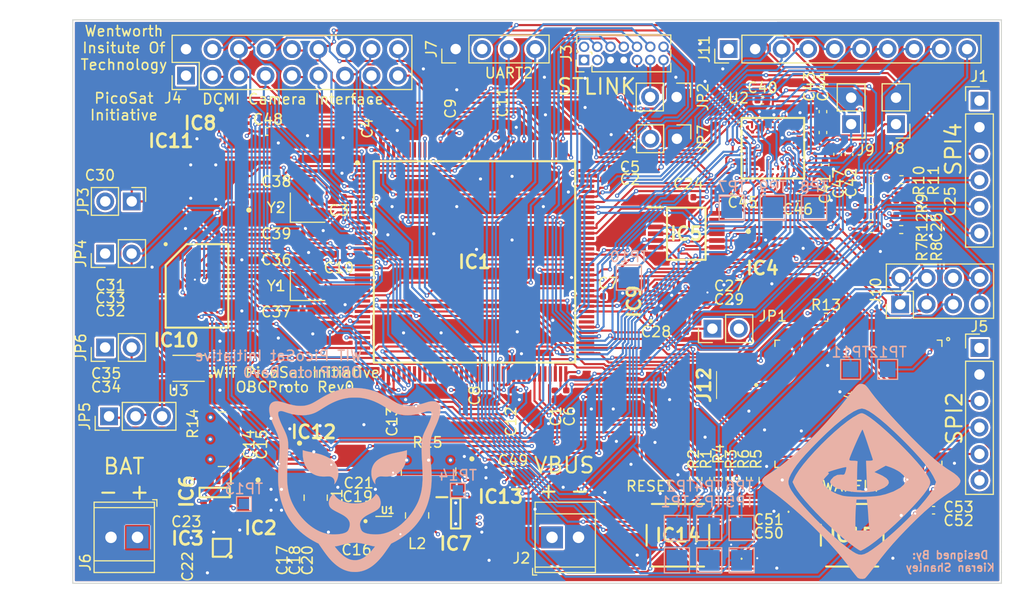
<source format=kicad_pcb>
(kicad_pcb (version 20221018) (generator pcbnew)
  (layers (0 "F.Cu" signal) (1 "In1.Cu" power) (2 "In2.Cu" power) (31 "B.Cu" signal) (34 "B.Paste" user) (35 "F.Paste" user) (36 "B.SilkS" user "B.Silkscreen") (37 "F.SilkS" user "F.Silkscreen") (38 "B.Mask" user) (39 "F.Mask" user) (44 "Edge.Cuts" user))
  (net 0 "")
  (net 1 "GND")
  (net 2 "Net-(C2-Pad1)")
  (net 3 "+1V8")
  (net 4 "VBUS")
  (net 5 "3V3 MEASURE")
  (net 6 "1V8 MEASURE")
  (net 7 "+BATT")
  (net 8 "Net-(C23-Pad2)")
  (net 9 "+3V3")
  (net 10 "MPU_1V8")
  (net 11 "Net-(C29-Pad1)")
  (net 12 "Net-(C30-Pad1)")
  (net 13 "SRAM1V8")
  (net 14 "Net-(C34-Pad1)")
  (net 15 "PH0-OSC-IN")
  (net 16 "PH1-OSC-OUT")
  (net 17 "PC14-OSC32-IN")
  (net 18 "PC15-OSC32-OUT")
  (net 19 "SPI4_SCK")
  (net 21 "DCMI_D4")
  (net 22 "DCMI_D6")
  (net 23 "DCMI_D7")
  (net 24 "WAKEUP4")
  (net 25 "OCTOSPI_P2_IO0")
  (net 26 "OCTOSPI_P2_IO1")
  (net 27 "OCTOSPI_P2_IO2")
  (net 28 "OCTOSPI_P2_IO3")
  (net 29 "OCTOSPI_P2_CLK")
  (net 31 "OCTOSPI_P1_IO3")
  (net 32 "OCTOSPI_P1_IO2")
  (net 33 "OCTOSPI_P1_IO0")
  (net 34 "OCTOSPI_P1_IO1")
  (net 35 "OCTOSPI_P1_CLK")
  (net 36 "Net-(C43-Pad1)")
  (net 38 "SPI2_MOSI")
  (net 39 "SPI2_MISO")
  (net 40 "OCTOSPI_P1_IO6")
  (net 42 "Net-(C44-Pad1)")
  (net 43 "NRST")
  (net 44 "UART2_RX")
  (net 45 "DCMI_HSYNC")
  (net 47 "DCMI_PIXCLK")
  (net 57 "I2C4_SCL")
  (net 58 "I2C4_SDA")
  (net 60 "SPI4_NSS")
  (net 62 "SPI4_MISO")
  (net 63 "SPI4_MOSI")
  (net 65 "I2C2_SCL")
  (net 66 "I2C2_SDA")
  (net 67 "SPI2_NSS")
  (net 68 "SPI2_SCK")
  (net 69 "UART1_TX")
  (net 70 "UART1_RX")
  (net 75 "DCMI_D0")
  (net 76 "DCMI_D1")
  (net 77 "DCMI_D2")
  (net 78 "DCMI_D3")
  (net 79 "SWDIO")
  (net 80 "SWCLK")
  (net 81 "JTDI")
  (net 82 "DCMI_D8")
  (net 84 "DCMI_D9")
  (net 88 "DCMI_D5")
  (net 90 "UART2_TX")
  (net 93 "DCMI_VSYNC")
  (net 94 "OCTOSPI_P2_NCS")
  (net 98 "SWO")
  (net 101 "I2C1_SCL")
  (net 102 "I2C1_SDA")
  (net 109 "Net-(IC2-Pad8)")
  (net 110 "Net-(IC2-Pad11)")
  (net 112 "Net-(C1-Pad1)")
  (net 113 "SCLMUX1")
  (net 114 "INTMUX1")
  (net 115 "SDAMUX1")
  (net 116 "+2V8")
  (net 117 "SDAMUX0")
  (net 118 "SCLMUX0")
  (net 119 "+1V5")
  (net 127 "MPU_INT")
  (net 135 "BAT_ALRT")
  (net 141 "OCTOSPI_P1_IO4")
  (net 142 "OCTOSPI_P1_IO7")
  (net 143 "OCTOSPI_P1_IO5")
  (net 146 "Net-(J3-Pad9)")
  (net 147 "Net-(J3-Pad11)")
  (net 148 "SWITCH_INT")
  (net 149 "DCMI_XCLK")
  (net 150 "OV5640_RST")
  (net 151 "OV5640_PWRDN")
  (net 152 "Net-(TP7-Pad1)")
  (net 153 "Net-(JP5-Pad2)")
  (net 154 "Net-(L2-Pad1)")
  (net 155 "INTMUX0")
  (net 156 "PD8")
  (net 157 "PD9")
  (net 158 "SWITCH_RESET")
  (net 159 "OV5640_PWRDN_EXT")
  (net 160 "OV5640_GPIO0")
  (net 161 "OV5640_GPIO1")
  (net 162 "OCTOSPI_P2_NCS2")
  (net 163 "PSRAM_RST")
  (net 164 "PG7")
  (net 165 "PA8")
  (net 166 "PA9")
  (net 167 "PA10")
  (net 168 "PA11")
  (net 169 "PA12")
  (net 170 "Net-(TP8-Pad1)")
  (net 171 "Net-(TP9-Pad1)")
  (net 173 "OCTOSPI_P1_DQS")
  (net 174 "OCTOSPI_P2_IO4")
  (net 175 "OCTOSPI_P2_IO5")
  (net 176 "OCTOSPI_P1_NCS")
  (net 177 "OCTOSPI_P2_IO6")
  (net 178 "OCTOSPI_P2_IO7")
  (net 179 "Net-(R13-Pad2)")
  (net 180 "Net-(TP12-Pad1)")
  (net 182 "STQ-PPS")
  (net 188 "Net-(J12-Pad1)")
  (net 189 "Net-(IC6-Pad8)")
  (net 190 "Net-(IC7-Pad8)")
  (footprint "INA236AIDDFR:SOP65P280X110-8N" (layer "F.Cu") (at 111.6 115.3 -90)
    (fp_text reference "IC6")
    (fp_text value "INA236AIDDFR" hide)
  )
  (footprint "Capacitor_SMD:C_0402_1005Metric" (layer "F.Cu") (at 149.3 84.2)
    (fp_text reference "C5")
    (fp_text value "100nF")
  )
  (footprint "Capacitor_SMD:C_0402_1005Metric" (layer "F.Cu") (at 120.5 93 180)
    (fp_text reference "C36")
    (fp_text value "TBD")
  )
  (footprint "Resistor_SMD:R_0402_1005Metric" (layer "F.Cu") (at 174.5 90)
    (fp_text reference "R7")
    (fp_text value "4.7k")
  )
  (footprint "Capacitor_SMD:C_0402_1005Metric" (layer "F.Cu") (at 156.3 99.9)
    (fp_text reference "C28")
    (fp_text value "100nF")
  )
  (footprint "Connector_PinHeader_2.54mm:PinHeader_1x06_P2.54mm_Vertical" (layer "F.Cu") (at 184.9 77.75)
    (fp_text reference "J1")
    (fp_text value "SPI Radio1")
  )
  (footprint "2337019-1:23370191" (layer "F.Cu") (at 161 105 90)
    (fp_text reference "J12")
    (fp_text value "2337019-1" hide)
  )
  (footprint "Capacitor_SMD:C_0402_1005Metric" (layer "F.Cu") (at 120.48 119.2 -90)
    (fp_text reference "C20")
    (fp_text value "1uF")
  )
  (footprint "Connector_PinHeader_2.54mm:PinHeader_2x04_P2.54mm_Vertical" (layer "F.Cu") (at 177.3 97.275 90)
    (fp_text reference "J10")
    (fp_text value "Switch Bypass")
  )
  (footprint "Resistor_SMD:R_0402_1005Metric" (layer "F.Cu") (at 162.2 114 -90)
    (fp_text reference "R6")
    (fp_text value "4.7k")
  )
  (footprint "TS04-66-75-BK-160-SMT:TS046675BK160SMT" (layer "F.Cu") (at 172.7 119.4)
    (fp_text reference "IC15")
    (fp_text value "WAKUP" hide)
  )
  (footprint "Capacitor_SMD:C_0402_1005Metric" (layer "F.Cu") (at 177.4 87.3)
    (fp_text reference "C25")
    (fp_text value "100nF")
  )
  (footprint "Connector_PinHeader_2.54mm:PinHeader_1x02_P2.54mm_Vertical" (layer "F.Cu") (at 103.65 87.4 -90)
    (fp_text reference "JP3")
    (fp_text value "NAND Flash Pwr")
  )
  (footprint "Capacitor_SMD:C_0402_1005Metric" (layer "F.Cu") (at 164.7 120.4 180)
    (fp_text reference "C50")
    (fp_text value "100nF")
  )
  (footprint "Connector_PinHeader_2.54mm:PinHeader_1x02_P2.54mm_Vertical" (layer "F.Cu") (at 155.9 81.4 -90)
    (fp_text reference "JP7")
    (fp_text value "JRCLK")
  )
  (footprint "TMP117MAIDRVR:SON65P200X200X80-7N" (layer "F.Cu") (at 164.1 91.6)
    (fp_text reference "IC4")
    (fp_text value "TMP117MAIDRVR" hide)
  )
  (footprint "Connector_PinHeader_2.54mm:PinHeader_1x02_P2.54mm_Vertical" (layer "F.Cu") (at 101.1 92.4 90)
    (fp_text reference "JP4")
    (fp_text value "SRAM Power")
  )
  (footprint "Capacitor_SMD:C_0402_1005Metric" (layer "F.Cu") (at 170.1 83.9 90)
    (fp_text reference "C41")
    (fp_text value "100nF")
  )
  (footprint "Capacitor_SMD:C_0402_1005Metric" (layer "F.Cu") (at 116 113.1 -90)
    (fp_text reference "C15")
    (fp_text value "10uF")
  )
  (footprint "MAX17262REWL+T:BGA9C40P3X3_147X145X69" (layer "F.Cu") (at 112.28 120.6 180)
    (fp_text reference "IC3")
    (fp_text value "MAX17262REWL+T" hide)
  )
  (footprint "OV5640-A71A:BGA71C50P11X11_598X584X81" (layer "F.Cu") (at 165.1 82.3)
    (fp_text reference "U2")
    (fp_text value "OV5640-A71A")
  )
  (footprint "STM32H723ZGT6:QFP50P2200X2200X160-144N" (layer "F.Cu") (at 136.5 93.2)
    (fp_text reference "IC1")
    (fp_text value "STM32H723ZGT6" hide)
  )
  (footprint "Resistor_SMD:R_0402_1005Metric" (layer "F.Cu") (at 177.42 85.32)
    (fp_text reference "R11")
    (fp_text value "4.7k")
  )
  (footprint "Capacitor_SMD:C_0402_1005Metric" (layer "F.Cu") (at 177.39 88.79)
    (fp_text reference "C26")
    (fp_text value "100nF")
  )
  (footprint "Capacitor_SMD:C_0402_1005Metric" (layer "F.Cu") (at 111.78 118.1)
    (fp_text reference "C23")
    (fp_text value "4.7uF")
  )
  (footprint "Capacitor_SMD:C_0402_1005Metric" (layer "F.Cu") (at 140 106 -90)
    (fp_text reference "C12")
    (fp_text value "100nF")
  )
  (footprint "Connector_PinHeader_2.54mm:PinHeader_2x09_P2.54mm_Vertical" (layer "F.Cu") (at 108.85 75.35 90)
    (fp_text reference "J4")
    (fp_text value "OV5640 Module")
  )
  (footprint "APS6404L-SQN-ZR:APS6404L-SQN-ZR" (layer "F.Cu") (at 109.1 103.4 180)
    (fp_text reference "U3")
    (fp_text value "APS6404L-SQN-ZR")
  )
  (footprint "Capacitor_SMD:C_0402_1005Metric" (layer "F.Cu") (at 144.2 106 -90)
    (fp_text reference "C1")
    (fp_text value "2.2uF")
  )
  (footprint "Capacitor_SMD:C_0402_1005Metric" (layer "F.Cu") (at 139.2 80.4 90)
    (fp_text reference "C11")
    (fp_text value "100nF")
  )
  (footprint "Connector_PinHeader_1.27mm:PinHeader_2x07_P1.27mm_Vertical" (layer "F.Cu") (at 147 73.85 90)
    (fp_text reference "J3")
    (fp_text value "STLink")
  )
  (footprint "Connector_PinHeader_2.54mm:PinHeader_1x04_P2.54mm_Vertical" (layer "F.Cu") (at 134.7 72.8 90)
    (fp_text reference "J7")
    (fp_text value "UART2")
  )
  (footprint "Resistor_SMD:R_0402_1005Metric" (layer "F.Cu") (at 174.51 85.32)
    (fp_text reference "R10")
    (fp_text value "4.7k")
  )
  (footprint "TS04-66-75-BK-160-SMT:TS046675BK160SMT" (layer "F.Cu") (at 156 119.4 180)
    (fp_text reference "IC14")
    (fp_text value "WAKUP" hide)
  )
  (footprint "Capacitor_SMD:C_0402_1005Metric" (layer "F.Cu") (at 114.9 113.1 -90)
    (fp_text reference "C14")
    (fp_text value "1uF")
  )
  (footprint "Venus838FLPx:U-SkyTraq-ORION-B16" (layer "F.Cu") (at 173.3 106.8 90)
    (fp_text reference "U4")
    (fp_text value "ORION-B16")
  )
  (footprint "Connector_PinHeader_2.54mm:PinHeader_1x02_P2.54mm_Vertical" (layer "F.Cu") (at 155.875 77.4 -90)
    (fp_text reference "JP2")
    (fp_text value "GroudDetect")
  )
  (footprint "Capacitor_SMD:C_0402_1005Metric" (layer "F.Cu") (at 158.4 95.5 180)
    (fp_text reference "C27")
    (fp_text value "100nF")
  )
  (footprint "Connector_PinHeader_2.54mm:PinHeader_1x10_P2.54mm_Vertical" (layer "F.Cu") (at 160.86 72.8 90)
    (fp_text reference "J11")
    (fp_text value "GPIO")
  )
  (footprint "Capacitor_SMD:C_0402_1005Metric" (layer "F.Cu") (at 145.3 106 -90)
    (fp_text reference "C6")
    (fp_text value "100nF")
  )
  (footprint "Capacitor_SMD:C_0402_1005Metric" (layer "F.Cu") (at 164.7 121.6)
    (fp_text reference "C51")
    (fp_text value "100nF")
  )
  (footprint "Resistor_SMD:R_0402_1005Metric" (layer "F.Cu") (at 163.4 114 -90)
    (fp_text reference "R5")
    (fp_text value "4.7k")
  )
  (footprint "Connector_PinHeader_2.54mm:PinHeader_1x03_P2.54mm_Vertical" (layer "F.Cu") (at 101.475 108 90)
    (fp_text reference "JP5")
    (fp_text value "CE Select")
  )
  (footprint "W25N01GVZEIG_TR:SON127P800X600X80-9N-D" (layer "F.Cu") (at 110.5 85.6 180)
    (fp_text reference "IC11")
    (fp_text value "W25N01GVZEIG_TR" hide)
  )
  (footprint "Capacitor_SMD:C_0402_1005Metric" (layer "F.Cu") (at 134.2 80.4 90)
    (fp_text reference "C9")
    (fp_text value "100nF")
  )
  (footprint "Crystal:Crystal_SMD_2520-4Pin_2.5x2.0mm" (layer "F.Cu") (at 120.5 95.5)
    (fp_text reference "Y1")
    (fp_text value "Crystal_GND24")
  )
  (footprint "Inductor_SMD:L_1008_2520Metric" (layer "F.Cu") (at 121.28 115.8 -90)
    (fp_text reference "L1")
    (fp_text value "2.2uH")
  )
  (footprint "Capacitor_SMD:C_0402_1005Metric" (layer "F.Cu") (at 135.25 106 -90)
    (fp_text reference "C8")
    (fp_text value "100nF")
  )
  (footprint "Capacitor_SMD:C_0402_1005Metric" (layer "F.Cu") (at 116.6 80.7)
    (fp_text reference "C48")
    (fp_text value "100nF")
  )
  (footprint "Capacitor_SMD:C_0402_1005Metric" (layer "F.Cu") (at 180.5 115.8)
    (fp_text reference "C53")
    (fp_text value "1uF")
  )
  (footprint "Connector_PinHeader_2.54mm:PinHeader_1x02_P2.54mm_Vertical" (layer "F.Cu") (at 159.3 99.6 90)
    (fp_text reference "JP1")
    (fp_text value "MPU Pwr")
  )
  (footprint "RP604K331A-TR:SON50P270X300X60-13N" (layer "F.Cu") (at 117.48 116)
    (fp_text reference "IC2")
    (fp_text value "RP604K331A-TR" hide)
  )
  (footprint "Resistor_SMD:R_1020_2550Metric" (layer "F.Cu") (at 112.3 110.2 180)
    (fp_text reference "R14")
    (fp_text value "20m")
  )
  (footprint "Capacitor_SMD:C_0402_1005Metric" (layer "F.Cu") (at 103.1 84.9 180)
    (fp_text reference "C30")
    (fp_text value "100nF")
  )
  (footprint "Capacitor_SMD:C_0402_1005Metric" (layer "F.Cu") (at 125.2 119.6 180)
    (fp_text reference "C16")
    (fp_text value "4.7uF")
  )
  (footprint "Resistor_SMD:R_0402_1005Metric" (layer "F.Cu") (at 177.4 90.1)
    (fp_text reference "R8")
    (fp_text value "4.7k")
  )
  (footprint "TerminalBlock_TE-Connectivity:TerminalBlock_TE_282834-2_1x02_P2.54mm_Horizontal" (layer "F.Cu") (at 143.93 119.6)
    (fp_text reference "J2")
    (fp_text value "VBUS Terminal")
  )
  (footprint "TPS62840DLCR:SON50P200X150X100-8N" (layer "F.Cu") (at 127.8 118.8)
    (fp_text reference "U1")
    (fp_text value "TPS62840DLCR")
  )
  (footprint "Capacitor_SMD:C_0402_1005Metric" (layer "F.Cu") (at 107.6 122.4 90)
    (fp_text reference "C22")
    (fp_text value "100nF")
  )
  (footprint "Resistor_SMD:R_1020_2550Metric" (layer "F.Cu") (at 132.1 113.3 90)
    (fp_text reference "R15")
    (fp_text value "20m")
  )
  (footprint "Capacitor_SMD:C_0402_1005Metric" (layer "F.Cu") (at 128 114.4 180)
    (fp_text reference "C21")
    (fp_text value "1uF")
  )
  (footprint "TerminalBlock_TE-Connectivity:TerminalBlock_TE_282834-2_1x02_P2.54mm_Horizontal" (layer "F.Cu") (at 104.2 119.6 180)
    (fp_text reference "J6")
    (fp_text value "VBAT Terminal")
  )
  (footprint "Capacitor_SMD:C_0402_1005Metric" (layer "F.Cu") (at 169.9 80.8 -90)
    (fp_text reference "C44")
    (fp_text value "100nF")
  )
  (footprint "Capacitor_SMD:C_0402_1005Metric" (layer "F.Cu") (at 180.5 117)
    (fp_text reference "C52")
    (fp_text value "100nF")
  )
  (footprint "Capacitor_SMD:C_0402_1005Metric" (layer "F.Cu") (at 104.2 105.2 180)
    (fp_text reference "C34")
    (fp_text value "1uF")
  )
  (footprint "Capacitor_SMD:C_0402_1005Metric" (layer "F.Cu") (at 123.5 92.5 180)
    (fp_text reference "C10")
    (fp_text value "100nF")
  )
  (footprint "Capacitor_SMD:C_0402_1005Metric" (layer "F.Cu") (at 104.2 103.9 180)
    (fp_text reference "C35")
    (fp_text value "100nF")
  )
  (footprint "Capacitor_SMD:C_0402_1005Metric" (layer "F.Cu") (at 104.6 96.65 180)
    (fp_text reference "C33")
    (fp_text value "100nF")
  )
  (footprint "Inductor_SMD:L_1008_2520Metric" (layer "F.Cu") (at 131 117.5 90)
    (fp_text reference "L2")
    (fp_text value "2.2uH")
  )
  (footprint "TMP117MAIDRVR:SON65P200X200X80-7N" (layer "F.Cu") (at 137.6 113.4)
    (fp_text reference "IC13")
    (fp_text value "TMP117MAIDRVR" hide)
  )
  (footprint "Capacitor_SMD:C_0402_1005Metric" (layer "F.Cu") (at 164.1 77.7 180)
    (fp_text reference "C40")
    (fp_text value "100nF")
  )
  (footprint "TMP117MAIDRVR:SON65P200X200X80-7N" (layer "F.Cu") (at 113.6 79.9)
    (fp_text reference "IC8")
    (fp_text value "TMP117MAIDRVR" hide)
  )
  (footprint "Capacitor_SMD:C_0402_1005Metric" (layer "F.Cu") (at 149.3 96.5)
    (fp_text reference "C7")
    (fp_text value "100nF")
  )
  (footprint "Resistor_SMD:R_0402_1005Metric" (layer "F.Cu") (at 174.5 88.8)
    (fp_text reference "R12")
    (fp_text value "4.7k")
  )
  (footprint "Capacitor_SMD:C_0402_1005Metric" (layer "F.Cu") (at 104.6 97.9 180)
    (fp_text reference "C32")
    (fp_text value "4.7uF")
  )
  (footprint "Connector_PinHeader_2.54mm:PinHeader_1x06_P2.54mm_Vertical" (layer "F.Cu") (at 184.9 101.45)
    (fp_text reference "J5")
    (fp_text value "SPI Radio1")
  )
  (footprint "Capacitor_SMD:C_0402_1005Metric" (layer "F.Cu") (at 167.6 87 180)
    (fp_text reference "C46")
    (fp_text value "100nF")
  )
  (footprint "Resistor_SMD:R_0402_1005Metric" (layer "F.Cu") (at 170.2 98.5)
    (fp_text reference "R13")
    (fp_text value "10k")
  )
  (footprint "Capacitor_SMD:C_0402_1005Metric" (layer "F.Cu") (at 140.2 113.4)
    (fp_text reference "C49")
    (fp_text value "100nF")
  )
  (footprint "Connector_PinHeader_2.54mm:PinHeader_1x02_P2.54mm_Vertical" (layer "F.Cu") (at 172.6 80 180)
    (fp_text reference "J9")
    (fp_text value "1V5 Supply")
  )
  (footprint "Capacitor_SMD:C_0402_1005Metric" (layer "F.Cu") (at 127.98 115.7 180)
    (fp_text reference "C19")
    (fp_text value "10uF")
  )
  (footprint "Capacitor_SMD:C_0402_1005Metric" (layer "F.Cu") (at 169.9 78.8 90)
    (fp_text reference "C43")
    (fp_text value "100nF")
  )
  (footprint "TMP117MAIDRVR:SON65P200X200X80-7N" (layer "F.Cu") (at 121.08 111.9)
    (fp_text reference "IC12")
    (fp_text value "TMP117MAIDRVR" hide)
  )
  (footprint "Resistor_SMD:R_0402_1005Metric" (layer "F.Cu") (at 157.5 114 -90)
    (fp_text reference "R2")
    (fp_text value "4.7k")
  )
  (footprint "Capacitor_SMD:C_0402_1005Metric" (layer "F.Cu") (at 104.6 95.4 180)
    (fp_text reference "C31")
    (fp_text value "4.7uF")
  )
  (footprint "Capacitor_SMD:C_0402_1005Metric" (layer "F.Cu") (at 120.5 98)
    (fp_text reference "C37")
    (fp_text value "TBD")
  )
  (footprint "Resistor_SMD:R_0402_1005Metric" (layer "F.Cu") (at 161 114 -90)
    (fp_text reference "R3")
    (fp_text value "4.7k")
  )
  (footprint "Capacitor_SMD:C_0402_1005Metric" (layer "F.Cu") (at 127.5 80.4 90)
    (fp_text reference "C4")
    (fp_text value "100nF")
  )
  (footprint "Capacitor_SMD:C_0402_1005Metric" (layer "F.Cu") (at 123.5 87 180)
    (fp_text reference "C3")
    (fp_text value "4.7uF")
  )
  (footprint "Connector_PinHeader_2.54mm:PinHeader_1x02_P2.54mm_Vertical" (layer "F.Cu") (at 101.1 101.4 90)
    (fp_text reference "JP6")
    (fp_text value "Small SRAM Pwr")
  )
  (footprint "Resistor_SMD:R_0402_1005Metric" (layer "F.Cu") (at 158.675 114.01 -90)
    (fp_text reference "R1")
    (fp_text value "4.7k")
  )
  (footprint "Capacitor_SMD:C_0402_1005Metric" (layer "F.Cu") (at 157 87)
    (fp_text reference "C24")
    (fp_text value "100nF")
  )
  (footprint "Capacitor_SMD:C_0402_1005Metric" (layer "F.Cu") (at 171.3 82.9 90)
    (fp_text reference "C47")
    (fp_text value "100nF")
  )
  (footprint "Capacitor_SMD:C_0402_1005Metric" (layer "F.Cu") (at 120.5 85.5 180)
    (fp_text reference "C38")
    (fp_text value "TBD")
  )
  (footprint "Capacitor_SMD:C_0402_1005Metric" (layer "F.Cu") (at 149.3 85.3)
    (fp_text reference "C2")
    (fp_text value "2.2uF")
  )
  (footprint "Capacitor_SMD:C_0402_1005Metric" (layer "F.Cu") (at 172.4 82.9 90)
    (fp_text reference "C42")
    (fp_text value "100nF")
  )
  (footprint "ICM-20948:QFN40P300X300X105-25N-D" (layer "F.Cu") (at 155 97 90)
    (fp_text reference "IC9")
    (fp_text value "ICM-20948" hide)
  )
  (footprint "Resistor_SMD:R_0402_1005Metric" (layer "F.Cu") (at 159.85 114 -90)
    (fp_text reference "R4")
    (fp_text value "4.7k")
  )
  (footprint "APS12808L-OBMX-BA:BGA24C100P5X5_600X800X120" (layer "F.Cu") (at 109.9 95.5)
    (fp_text reference "IC10")
    (fp_text value "APS12808L-OBMX-BA" hide)
  )
  (footprint "Capacitor_SMD:C_0402_1005Metric" (layer "F.Cu") (at 120.5 90.5)
    (fp_text reference "C39")
    (fp_text value "TBD")
  )
  (footprint "PCA9543APWR:SOP65P640X120-14N" (layer "F.Cu") (at 156.8 90.5)
    (fp_text reference "IC5")
    (fp_text value "PCA9543APWR" hide)
  )
  (footprint "Resistor_SMD:R_0402_1005Metric" (layer "F.Cu") (at 174.51 87.31)
    (fp_text reference "R9")
    (fp_text value "4.7k")
  )
  (footprint "Capacitor_SMD:C_0402_1005Metric" (layer "F.Cu") (at 158.4 96.8)
    (fp_text reference "C29")
    (fp_text value "100nF")
  )
  (footprint "INA236AIDDFR:SOP65P280X110-8N" (layer "F.Cu") (at 134.7 117.3)
    (fp_text reference "IC7")
    (fp_text value "INA236AIDDFR" hide)
  )
  (footprint "Capacitor_SMD:C_0402_1005Metric" (layer "F.Cu") (at 118.08 119.2 -90)
    (fp_text reference "C17")
    (fp_text value "10uF")
  )
  (footprint "Capacitor_SMD:C_0402_1005Metric" (layer "F.Cu") (at 161.15 86.3)
    (fp_text reference "C45")
    (fp_text value "100nF")
  )
  (footprint "Crystal:Crystal_SMD_2520-4Pin_2.5x2.0mm" (layer "F.Cu") (at 120.5 88)
    (fp_text reference "Y2")
    (fp_text value "Crystal_GND24")
  )
  (footprint "Capacitor_SMD:C_0402_1005Metric" (layer "F.Cu") (at 119.28 119.2 -90)
    (fp_text reference "C18")
    (fp_text value "10uF")
  )
  (footprint "Connector_PinHeader_2.54mm:PinHeader_1x02_P2.54mm_Vertical" (layer "F.Cu") (at 176.9 80 180)
    (fp_text reference "J8")
    (fp_text value "2V8 Supply")
  )
  (footprint "Capacitor_SMD:C_0402_1005Metric" (layer "F.Cu") (at 128.5 106.02 -90)
    (fp_text reference "C13")
    (fp_text value "100nF")
  )
  (footprint "Graphics:leopard" (layer "B.Cu") (at 125 114.1 180)
    (fp_text reference "G***" hide)
    (fp_text value "LOGO" hide)
  )
  (footprint "TestPoint:TestPoint_Pad_2.0x2.0mm" (layer "B.Cu") (at 159 121.8 180)
    (fp_text reference "TP3")
    (fp_text value "I2C2_SCL")
  )
  (footprint "TestPoint:TestPoint_Pad_2.0x2.0mm" (layer "B.Cu") (at 159 118.7 180)
    (fp_text reference "TP4")
    (fp_text value "I2C2_SDA")
  )
  (footprint "TestPoint:TestPoint_Pad_1.0x1.0mm" (layer "B.Cu") (at 114.4 116.4 180)
    (fp_text reference "TP13")
    (fp_text value "ALERT")
  )
  (footprint "TestPoint:TestPoint_Pad_2.0x2.0mm" (layer "B.Cu") (at 165.1 88 180)
    (fp_text reference "TP9")
    (fp_text value "OV5640 FREX")
  )
  (footprint "TestPoint:TestPoint_Pad_1.5x1.5mm" (layer "B.Cu") (at 176.1 103.5 180)
    (fp_text reference "TP12")
    (fp_text value "Boot_Sel")
  )
  (footprint "TestPoint:TestPoint_Pad_2.0x2.0mm" (layer "B.Cu") (at 151.3 94.7 180)
    (fp_text reference "TP10")
    (fp_text value "Switch Reset")
  )
  (footprint "TestPoint:TestPoint_Pad_2.0x2.0mm" (layer "B.Cu") (at 155.9 118.7 180)
    (fp_text reference "TP2")
    (fp_text value "I2C1_SDA")
  )
  (footprint "TestPoint:TestPoint_Pad_2.0x2.0mm" (layer "B.Cu") (at 155.9 121.8 180)
    (fp_text reference "TP1")
    (fp_text value "I2C1_SCL")
  )
  (footprint "TestPoint:TestPoint_Pad_1.5x1.5mm" (layer "B.Cu") (at 172.55 103.5 180)
    (fp_text reference "TP11")
    (fp_text value "GPS RST")
  )
  (footprint "TestPoint:TestPoint_Pad_2.0x2.0mm" (layer "B.Cu") (at 169.05 88 180)
    (fp_text reference "TP8")
    (fp_text value "OV5640 STROBE")
  )
  (footprint "Graphics:IEEE_Logo" (layer "B.Cu") (at 173.6 114.2 180)
    (fp_text reference "G***")
    (fp_text value "LOGO" hide)
  )
  (footprint "TestPoint:TestPoint_Pad_1.0x1.0mm" (layer "B.Cu") (at 134.9 115.1 180)
    (fp_text reference "TP14")
    (fp_text value "ALERT")
  )
  (footprint "TestPoint:TestPoint_Pad_2.0x2.0mm" (layer "B.Cu") (at 162.1 121.8 180)
    (fp_text reference "TP5")
    (fp_text value "I2C4_SCL")
  )
  (footprint "TestPoint:TestPoint_Pad_2.0x2.0mm" (layer "B.Cu") (at 161.15 88 180)
    (fp_text reference "TP7")
    (fp_text value "VCMSINK")
  )
  (footprint "TestPoint:TestPoint_Pad_2.0x2.0mm" (layer "B.Cu") (at 162.1 118.7 180)
    (fp_text reference "TP6")
    (fp_text value "I2C4_SDA")
  )
  (gr_line (start 187 121) (end 187 123) (stroke (width 0.1)) (layer "Edge.Cuts"))
  (gr_line (start 187 124) (end 98 124) (stroke (width 0.1)) (layer "Edge.Cuts"))
  (gr_line (start 98 124) (end 98 70) (stroke (width 0.1)) (layer "Edge.Cuts"))
  (gr_line (start 187 70) (end 187 121) (stroke (width 0.1)) (layer "Edge.Cuts"))
  (gr_line (start 187 123) (end 187 124) (stroke (width 0.1)) (layer "Edge.Cuts"))
  (gr_line (start 98 70) (end 187 70) (stroke (width 0.1)) (layer "Edge.Cuts"))
  (gr_text "WIT PicoSat Initiative" (at 117.7 102.2) (layer "B.SilkS") (effects (font (size 1 1)) (justify mirror)))
  (gr_text "Designed By:\nKieran Shanley" (at 182.1 121.9) (layer "B.SilkS") (effects (font (size 0.75 0.75)) (justify mirror)))
  (gr_text "OBCProto Rev0" (at 120 103.8) (layer "B.SilkS") (effects (font (size 1 1)) (justify mirror)))
  (gr_text "SPI4" (at 182.4 82.4 90) (layer "F.SilkS") (effects (font (size 1.5 1.5) (thickness 0.2))))
  (gr_text "OBCProto Rev0" (at 119.3 105.2) (layer "F.SilkS") (effects (font (size 1 1))))
  (gr_text "WAKEUP" (at 172.8 114.7) (layer "F.SilkS") (effects (font (size 1 1))))
  (gr_text "UART2" (at 139.8 75.1) (layer "F.SilkS") (effects (font (size 1 1))))
  (gr_text "SPI2" (at 182.5 108.2 90) (layer "F.SilkS") (effects (font (size 1.5 1.5) (thickness 0.2))))
  (gr_text "BAT\n- +" (at 102.9 114) (layer "F.SilkS") (effects (font (size 1.5 1.5) (thickness 0.2))))
  (gr_text "STLINK" (at 148.2 76.4) (layer "F.SilkS") (effects (font (size 1.5 1.5) (thickness 0.2))))
  (gr_text "DCMI Camera Interface" (at 119.1 77.6) (layer "F.SilkS") (effects (font (size 1 1))))
  (gr_text "WIT PicoSat Initiative" (at 119.4 103.8) (layer "F.SilkS") (effects (font (size 1 1))))
  (gr_text "VBUS\n+ -" (at 145.1 113.9) (layer "F.SilkS") (effects (font (size 1.5 1.5) (thickness 0.2))))
  (gr_text "RESET" (at 153.3 114.7) (layer "F.SilkS") (effects (font (size 1 1))))
  (gr_text "Wentworth\nInsitute Of\nTechnology\n\nPicoSat\nInitiative" (at 102.9 75.1) (layer "F.SilkS") (effects (font (size 1 1))))
  (segment (start 162.6 80.3) (end 163.1 80.8) (width 0.127) (layer "F.Cu") (net 1))
  (segment (start 167.6 84.8) (end 167.6 85.5) (width 0.2) (layer "F.Cu") (net 1))
  (segment (start 123.02 92.5) (end 122.82 92.3) (width 0.2) (layer "F.Cu") (net 1))
  (segment (start 156.5 96.4) (end 157.3 96.4) (width 0.2) (layer "F.Cu") (net 1))
  (segment (start 167.6 82.3) (end 168.2 81.7) (width 0.127) (layer "F.Cu") (net 1))
  (segment (start 164.4 82.9) (end 166 81.3) (width 0.127) (layer "F.Cu") (net 1))
  (segment (start 120.02 92.88) (end 120.6 92.3) (width 0.2) (layer "F.Cu") (net 1))
  (segment (start 147.32552 97.03752) (end 149.24248 97.03752) (width 0.2) (layer "F.Cu") (net 1))
  (segment (start 164.382022 82.9) (end 164.4 82.9) (width 0.127) (layer "F.Cu") (net 1))
  (segment (start 163.582422 82.51166) (end 163.90634 82.51166) (width 0.127) (layer "F.Cu") (net 1))
  (segment (start 163.90634 82.51166) (end 163.912658 82.517978) (width 0.127) (layer "F.Cu") (net 1))
  (segment (start 163.576104 82.517978) (end 163.582422 82.51166) (width 0.127) (layer "F.Cu") (net 1))
  (segment (start 163.282022 82.617978) (end 163.358919 82.617978) (width 0.127) (layer "F.Cu") (net 1))
  (segment (start 158.69752 96.26248) (end 158.83 96.13) (width 0.2) (layer "F.Cu") (net 1))
  (segment (start 163.45892 82.517978) (end 163.576104 82.517978) (width 0.127) (layer "F.Cu") (net 1))
  (segment (start 164.041011 83.241011) (end 164.382022 82.9) (width 0.127) (layer "F.Cu") (net 1))
  (segment (start 158.83 96.13) (end 158.88 96.08) (width 0.2) (layer "F.Cu") (net 1))
  (segment (start 168.2 81.7) (end 168.2 81.5) (width 0.127) (layer "F.Cu") (net 1))
  (segment (start 128.25 104.960249) (end 127.8 105.410249) (width 0.2) (layer "F.Cu") (net 1))
  (segment (start 140.68 113.4) (end 140.68 114.02) (width 0.2) (layer "F.Cu") (net 1))
  (segment (start 112.28 120.6) (end 111.88 120.2) (width 0.1) (layer "F.Cu") (net 1))
  (segment (start 154.066011 96.066011) (end 155 97) (width 0.127) (layer "F.Cu") (net 1))
  (segment (start 166.6 80.3) (end 167.1 79.8) (width 0.127) (layer "F.Cu") (net 1))
  (segment (start 166 80.9) (end 166 81.3) (width 0.127) (layer "F.Cu") (net 1))
  (segment (start 158.88 96.08) (end 158.88 95.5) (width 0.2) (layer "F.Cu") (net 1))
  (segment (start 110.285 102.65) (end 112.05 102.65) (width 0.2) (layer "F.Cu") (net 1))
  (segment (start 154.066011 95.566011) (end 154.066011 96.066011) (width 0.127) (layer "F.Cu") (net 1))
  (segment (start 149.24248 97.03752) (end 149.78 96.5) (width 0.2) (layer "F.Cu") (net 1))
  (segment (start 163.358919 82.617978) (end 163.45892 82.517978) (width 0.127) (layer "F.Cu") (net 1))
  (segment (start 127.8 105.410249) (end 127.8 105.8) (width 0.2) (layer "F.Cu") (net 1))
  (segment (start 154 95.5) (end 154.066011 95.566011) (width 0.127) (layer "F.Cu") (net 1))
  (segment (start 164.382022 82.858919) (end 164.382022 82.9) (width 0.127) (layer "F.Cu") (net 1))
  (segment (start 163.1 83.8) (end 163.482022 83.8) (width 0.127) (layer "F.Cu") (net 1))
  (segment (start 122.82 92.3) (end 120.6 92.3) (width 0.2) (layer "F.Cu") (net 1))
  (segment (start 158.88 96.8) (end 158.88 96.08) (width 0.2) (layer "F.Cu") (net 1))
  (segment (start 164.1 83.3) (end 164.041011 83.241011) (width 0.127) (layer "F.Cu") (net 1))
  (segment (start 112.299586 120.6) (end 112.308989 120.609403) (width 0.127) (layer "F.Cu") (net 1))
  (segment (start 164.1 84.3) (end 164.1 83.3) (width 0.127) (layer "F.Cu") (net 1))
  (segment (start 166.6 80.3) (end 166 80.9) (width 0.127) (layer "F.Cu") (net 1))
  (segment (start 163.482022 83.8) (end 164.041011 83.241011) (width 0.127) (layer "F.Cu") (net 1))
  (segment (start 168 81.3) (end 168.2 81.5) (width 0.127) (layer "F.Cu") (net 1))
  (segment (start 157.43752 96.26248) (end 158.69752 96.26248) (width 0.2) (layer "F.Cu") (net 1))
  (segment (start 127.8 105.8) (end 128.5 106.5) (width 0.2) (layer "F.Cu") (net 1))
  (segment (start 164.22 121.6) (end 164.22 121.36) (width 0.2) (layer "F.Cu") (net 1))
  (segment (start 140.68 114.02) (end 139.9 114.8) (width 0.2) (layer "F.Cu") (net 1))
  (segment (start 166.1 84.8) (end 166 84.9) (width 0.127) (layer "F.Cu") (net 1))
  (segment (start 167.6 85.5) (end 167.7 85.6) (width 0.2) (layer "F.Cu") (net 1))
  (segment (start 112.05 102.65) (end 112.1 102.6) (width 0.2) (layer "F.Cu") (net 1))
  (segment (start 164.041082 82.517978) (end 164.382022 82.858919) (width 0.127) (layer "F.Cu") (net 1))
  (segment (start 120.02 93) (end 120.02 92.88) (width 0.2) (layer "F.Cu") (net 1))
  (segment (start 157.3 96.4) (end 157.43752 96.26248) (width 0.2) (layer "F.Cu") (net 1))
  (segment (start 163.1 82.8) (end 163.282022 82.617978) (width 0.127) (layer "F.Cu") (net 1))
  (segment (start 163.912658 82.517978) (end 164.041082 82.517978) (width 0.127) (layer "F.Cu") (net 1))
  (segment (start 147.238 96.95) (end 147.32552 97.03752) (width 0.2) (layer "F.Cu") (net 1))
  (segment (start 163.1 80.8) (end 163.6 80.3) (width 0.127) (layer "F.Cu") (net 1))
  (segment (start 128.25 103.938) (end 128.25 104.960249) (width 0.2) (layer "F.Cu") (net 1))
  (segment (start 167.6 81.3) (end 168 81.3) (width 0.127) (layer "F.Cu") (net 1))
  (segment (start 164.22 121.36) (end 165.18 120.4) (width 0.2) (layer "F.Cu") (net 1))
  (via (at 151.8 82.2) (size 0.5) (drill 0.3) (layers "F.Cu" "B.Cu") (net 1))
  (via (at 156 113.6) (size 0.5) (drill 0.3) (layers "F.Cu" "B.Cu") (net 1))
  (via (at 158.3 104.1) (size 0.5) (drill 0.3) (layers "F.Cu" "B.Cu") (net 1))
  (via (at 163.6 121.6) (size 0.4) (drill 0.2) (layers "F.Cu" "B.Cu") (net 1))
  (via (at 121.7 108.9) (size 0.5) (drill 0.3) (layers "F.Cu" "B.Cu") (net 1))
  (via (at 118.7 121.8) (size 0.5) (drill 0.3) (layers "F.Cu" "B.Cu") (net 1))
  (via (at 120.5 81.1) (size 0.5) (drill 0.3) (layers "F.Cu" "B.Cu") (net 1))
  (via (at 117 115) (size 0.5) (drill 0.3) (layers "F.Cu" "B.Cu") (net 1))
  (via (at 109.3 87.1) (size 0.5) (drill 0.3) (layers "F.Cu" "B.Cu") (net 1))
  (via (at 168 91.9) (size 0.5) (drill 0.3) (layers "F.Cu" "B.Cu") (net 1))
  (via (at 167.825 109.4) (size 0.5) (drill 0.3) (layers "F.Cu" "B.Cu") (net 1))
  (via (at 122 90.2) (size 0.5) (drill 0.3) (layers "F.Cu" "B.Cu") (net 1))
  (via (at 105.6 93.7) (size 0.5) (drill 0.3) (layers "F.Cu" "B.Cu") (net 1))
  (via (at 150.7 96.2) (size 0.5) (drill 0.3) (layers "F.Cu" "B.Cu") (net 1))
  (via (at 134.7 116.3) (size 0.5) (drill 0.3) (layers "F.Cu" "B.Cu") (net 1))
  (via (at 129.9 106.4) (size 0.5) (drill 0.3) (layers "F.Cu" "B.Cu") (net 1))
  (via (at 161.2 97.2) (size 0.5) (drill 0.3) (layers "F.Cu" "B.Cu") (net 1))
  (via (at 117 117) (size 0.5) (drill 0.3) (layers "F.Cu" "B.Cu") (net 1))
  (via (at 111.5 119.1) (size 0.5) (drill 0.3) (layers "F.Cu" "B.Cu") (net 1))
  (via (at 150.9 75.6) (size 0.5) (drill 0.3) (layers "F.Cu" "B.Cu") (net 1))
  (via (at 114.8 105.5) (size 0.5) (drill 0.3) (layers "F.Cu" "B.Cu") (net 1))
  (via (at 180.2 90.7) (size 0.5) (drill 0.3) (layers "F.Cu" "B.Cu") (net 1))
  (via (at 139.9 114.8) (size 0.4) (drill 0.2) (layers "F.Cu" "B.Cu") (net 1))
  (via (at 122.5 119.1) (size 0.5) (drill 0.3) (layers "F.Cu" "B.Cu") (net 1))
  (via (at 147.1 75.6) (size 0.5) (drill 0.3) (layers "F.Cu" "B.Cu") (net 1))
  (via (at 174 115) (size 0.5) (drill 0.3) (layers "F.Cu" "B.Cu") (net 1))
  (via (at 169.3 78.5) (size 0.4) (drill 0.2) (layers "F.Cu" "B.Cu") (net 1))
  (via (at 134.7 118.3) (size 0.5) (drill 0.3) (layers "F.Cu" "B.Cu") (net 1))
  (via (at 157.7 120.2) (size 0.4) (drill 0.2) (layers "F.Cu" "B.Cu") (net 1))
  (via (at 123.4 114.8) (size 0.5) (drill 0.3) (layers "F.Cu" "B.Cu") (net 1))
  (via (at 137.9 121.8) (size 0.5) (drill 0.3) (layers "F.Cu" "B.Cu") (net 1))
  (via (at 153.8 110.5) (size 0.5) (drill 0.3) (layers "F.Cu" "B.Cu") (net 1))
  (via (at 121.1 111.4) (size 0.5) (drill 0.3) (layers "F.Cu" "B.Cu") (net 1))
  (via (at 155.8 75.5) (size 0.5) (drill 0.3) (layers "F.Cu" "B.Cu") (net 1))
  (via (at 114 118.9) (size 0.5) (drill 0.3) (layers "F.Cu" "B.Cu") (net 1))
  (via (at 118 117) (size 0.5) (drill 0.3) (layers "F.Cu" "B.Cu") (net 1))
  (via (at 131.6 74.7) (size 0.5) (drill 0.3) (layers "F.Cu" "B.Cu") (net 1))
  (via (at 145.8 94.7) (size 0.5) (drill 0.3) (layers "F.Cu" "B.Cu") (net 1))
  (via (at 142.3 116.9) (size 0.5) (drill 0.3) (layers "F.Cu" "B.Cu") (net 1))
  (via (at 133.3 100) (size 0.5) (drill 0.3) (layers "F.Cu" "B.Cu") (net 1))
  (via (at 149 115.3) (size 0.5) (drill 0.3) (layers "F.Cu" "B.Cu") (net 1))
  (via (at 136.7 92) (size 0.5) (drill 0.3) (layers "F.Cu" "B.Cu") (net 1))
  (via (at 117.7 100.5) (size 0.5) (drill 0.3) (layers "F.Cu" "B.Cu") (net 1))
  (via (at 140.6 99.9) (size 0.5) (drill 0.3) (layers "F.Cu" "B.Cu") (net 1))
  (via (at 163.8 78.8) (size 0.5) (drill 0.3) (layers "F.Cu" "B.Cu") (net 1))
  (via (at 129.7 100) (size 0.5) (drill 0.3) (layers "F.Cu" "B.Cu") (net 1))
  (via (at 118.4 105.1) (size 0.5) (drill 0.3) (layers "F.Cu" "B.Cu") (net 1))
  (via (at 165.2 79.1) (size 0.5) (drill 0.3) (layers "F.Cu" "B.Cu") (net 1))
  (via (at 108.8 90) (size 0.5) (drill 0.3) (layers "F.Cu" "B.Cu") (net 1))
  (via (at 149.8 107.3) (size 0.5) (drill 0.3) (layers "F.Cu" "B.Cu") (net 1))
  (via (at 164.3 109.3) (size 0.5) (drill 0.3) (layers "F.Cu" "B.Cu") (net 1))
  (via (at 170.35 103.125) (size 0.5) (drill 0.3) (layers "F.Cu" "B.Cu") (net 1))
  (via (at 150.8 84.3) (size 0.5) (drill 0.3) (layers "F.Cu" "B.Cu") (net 1))
  (via (at 140.1 85) (size 0.5) (drill 0.3) (layers "F.Cu" "B.Cu") (net 1))
  (via (at 109.3 83.9) (size 0.5) (drill 0.3) (layers "F.Cu" "B.Cu") (net 1))
  (via (at 144 98.8) (size 0.5) (drill 0.3) (layers "F.Cu" "B.Cu") (net 1))
  (via (at 140.1 91.1) (size 0.5) (drill 0.3) (layers "F.Cu" "B.Cu") (net 1))
  (via (at 171.525 105.65) (size 0.5) (drill 0.3) (layers "F.Cu" "B.Cu") (net 1))
  (via (at 143.6 108.7) (size 0.5) (drill 0.3) (layers "F.Cu" "B.Cu") (net 1))
  (via (at 159.8 86.5) (size 0.4) (drill 0.2) (layers "F.Cu" "B.Cu") (net 1))
  (via (at 155.4 96.4) (size 0.5) (drill 0.3) (layers "F.Cu" "B.Cu") (net 1))
  (via (at 149.6 81) (size 0.5) (drill 0.3) (layers "F.Cu" "B.Cu") (net 1))
  (via (at 128.8 108.8) (size 0.5) (drill 0.3) (layers "F.Cu" "B.Cu") (net 1))
  (via (at 162.8 107.5) (size 0.5) (drill 0.3) (layers "F.Cu" "B.Cu") (net 1))
  (via (at 145.5 86.5) (size 0.5) (drill 0.3) (layers "F.Cu" "B.Cu") (net 1))
  (via (at 160.4 95.4) (size 0.5) (drill 0.3) (layers "F.Cu" "B.Cu") (net 1))
  (via (at 132.6 90.5) (size 0.5) (drill 0.3) (layers "F.Cu" "B.Cu") (net 1))
  (via (at 158.83 96.13) (size 0.4) (drill 0.2) (layers "F.Cu" "B.Cu") (net 1))
  (via (at 112.1 102.6) (size 0.4) (drill 0.2) (layers "F.Cu" "B.Cu") (net 1))
  (via (at 109.7 94.9) (size 0.4) (drill 0.2) (layers "F.Cu" "B.Cu") (net 1))
  (via (at 137.6 112.9) (size 0.5) (drill 0.3) (layers "F.Cu" "B.Cu") (net 1))
  (via (at 135.525 111.85) (size 0.5) (drill 0.3) (layers "F.Cu" "B.Cu") (net 1))
  (via (at 163.8 91.9) (size 0.5) (drill 0.3) (layers "F.Cu" "B.Cu") (net 1))
  (via (at 145 114.8) (size 0.5) (drill 0.3) (layers "F.Cu" "B.Cu") (net 1))
  (via (at 158.6 110) (size 0.5) (drill 0.3) (layers "F.Cu" "B.Cu") (net 1))
  (via (at 121 100.1) (size 0.5) (drill 0.3) (layers "F.Cu" "B.Cu") (net 1))
  (via (at 112.1 100.8) (size 0.5) (drill 0.3) (layers "F.Cu" "B.Cu") (net 1))
  (via (at 112.1 105.5) (size 0.5) (drill 0.3) (layers "F.Cu" "B.Cu") (net 1))
  (via (at 137.075 85.25) (size 0.5) (drill 0.3) (layers "F.Cu" "B.Cu") (net 1))
  (via (at 158.6 75.9) (size 0.5) (drill 0.3) (layers "F.Cu" "B.Cu") (net 1))
  (via (at 160.3 74.7) (size 0.5) (drill 0.3) (layers "F.Cu" "B.Cu") (net 1))
  (via (at 143.1 87.9) (size 0.5) (drill 0.3) (layers "F.Cu" "B.Cu") (net 1))
  (via (at 164.5 112.8) (size 0.5) (drill 0.3) (layers "F.Cu" "B.Cu") (net 1))
  (via (at 128.6 87.9) (size 0.5) (drill 0.3) (layers "F.Cu" "B.Cu") (net 1))
  (via (at 150.1 110.4) (size 0.5) (drill 0.3) (layers "F.Cu" "B.Cu") (net 1))
  (via (at 124.5 105.1) (size 0.5) (drill 0.3) (layers "F.Cu" "B.Cu") (net 1))
  (via (at 123.9 81.3) (size 0.5) (drill 0.3) (layers "F.Cu" "B.Cu") (net 1))
  (via (at 164.4 91.1) (size 0.5) (drill 0.3) (layers "F.Cu" "B.Cu") (net 1))
  (via (at 167.7 78.9) (size 0.5) (drill 0.3) (layers "F.Cu" "B.Cu") (net 1))
  (via (at 154.4 97.4) (size 0.5) (drill 0.3) (layers "F.Cu" "B.Cu") (net 1))
  (via (at 166 114.1) (size 0.5) (drill 0.3) (layers "F.Cu" "B.Cu") (net 1))
  (via (at 176.6 121.6) (size 0.5) (drill 0.3) (layers "F.Cu" "B.Cu") (net 1))
  (via (at 111.7 83.9) (size 0.5) (drill 0.3) (layers "F.Cu" "B.Cu") (net 1))
  (via (at 129.1 80.6) (size 0.5) (drill 0.3) (layers "F.Cu" "B.Cu") (net 1))
  (via (at 146 107.5) (size 0.5) (drill 0.3) (layers "F.Cu" "B.Cu") (net 1))
  (via (at 147.7 107.3) (size 0.5) (drill 0.3) (layers "F.Cu" "B.Cu") (net 1))
  (via (at 124.1 97.3) (size 0.5) (drill 0.3) (layers "F.Cu" "B.Cu") (net 1))
  (via (at 128.2 90.6) (size 0.5) (drill 0.3) (layers "F.Cu" "B.Cu") (net 1))
  (via (at 117.6 95.4) (size 0.5) (drill 0.3) (layers "F.Cu" "B.Cu") (net 1))
  (via (at 166 81.3) (size 0.5) (drill 0.3) (layers "F.Cu" "B.Cu") (net 1))
  (via (at 140.8 106.4) (size 0.5) (drill 0.3) (layers "F.Cu" "B.Cu") (net 1))
  (via (at 161.1 120.3) (size 0.4) (drill 0.2) (layers "F.Cu" "B.Cu") (net 1))
  (via (at 151.5 112.6) (size 0.5) (drill 0.3) (layers "F.Cu" "B.Cu") (net 1))
  (via (at 182.5 112.5) (size 0.5) (drill 0.3) (layers "F.Cu" "B.Cu") (net 1))
  (via (at 123.8 84.7) (size 0.5) (drill 0.3) (layers "F.Cu" "B.Cu") (net 1))
  (via (at 117.5 116) (size 0.5) (drill 0.3) (layers "F.Cu" "B.Cu") (net 1))
  (via (at 126.6 77.8) (size 0.5) (drill 0.3) (layers "F.Cu" "B.Cu") (net 1))
  (via (at 155.2 106.4) (size 0.5) (drill 0.3) (layers "F.Cu" "B.Cu") (net 1))
  (via (at 116.2 93) (size 0.5) (drill 0.3) (layers "F.Cu" "B.Cu") (net 1))
  (via (at 117 108.2) (size 0.5) (drill 0.3) (layers "F.Cu" "B.Cu") (net 1))
  (via (at 109.35 119.65) (size 0.5) (drill 0.3) (layers "F.Cu" "B.Cu") (net 1))
  (via (at 118.8 109.2) (size 0.5) (drill 0.3) (layers "F.Cu" "B.Cu") (net 1))
  (via (at 110.9 123) (size 0.5) (drill 0.3) (layers "F.Cu" "B.Cu") (net 1))
  (via (at 146.9 112.7) (size 0.5) (drill 0.3) (layers "F.Cu" "B.Cu") (net 1))
  (via (at 146 97.4) (size 0.5) (drill 0.3) (layers "F.Cu" "B.Cu") (net 1))
  (via (at 165 95.3) (size 0.5) (drill 0.3) (layers "F.Cu" "B.Cu") (net 1))
  (via (at 120.6 92.3) (size 0.5) (drill 0.3) (layers "F.Cu" "B.Cu") (net 1))
  (via (at 137.2 119.1) (size 0.5) (drill 0.3) (layers "F.Cu" "B.Cu") (net 1))
  (via (at 143.3 79.1) (size 0.5) (drill 0.3) (layers "F.Cu" "B.Cu") (net 1))
  (via (at 165.475 122.55) (size 0.5) (drill 0.3) (layers "F.Cu" "B.Cu") (net 1))
  (via (at 170.9 84.3) (size 0.5) (drill 0.3) (layers "F.Cu" "B.Cu") (net 1))
  (via (at 167.7 85.6) (size 0.5) (drill 0.3) (layers "F.Cu" "B.Cu") (net 1))
  (via (at 134.8 76.7) (size 0.5) (drill 0.3) (layers "F.Cu" "B.Cu") (net 1))
  (via (at 140.5 80.3) (size 0.5) (drill 0.3) (layers "F.Cu" "B.Cu") (net 1))
  (via (at 147.1 78.4) (size 0.5) (drill 0.3) (layers "F.Cu" "B.Cu") (net 1))
  (via (at 127 115) (size 0.5) (drill 0.3) (layers "F.Cu" "B.Cu") (net 1))
  (via (at 152.1 121.3) (size 0.5) (drill 0.3) (layers "F.Cu" "B.Cu") (net 1))
  (via (at 172.5 87) (size 0.5) (drill 0.3) (layers "F.Cu" "B.Cu") (net 1))
  (via (at 109.825 108.175) (size 0.5) (drill 0.3) (layers "F.Cu" "B.Cu") (net 1))
  (via (at 177.4 117.5) (size 0.5) (drill 0.3) (layers "F.Cu" "B.Cu") (net 1))
  (via (at 176.4 81.8) (size 0.5) (drill 0.3) (layers "F.Cu" "B.Cu") (net 1))
  (via (at 117.7 81.8) (size 0.5) (drill 0.3) (layers "F.Cu" "B.Cu") (net 1))
  (via (at 111.7 87.2) (size 0.5) (drill 0.3) (layers "F.Cu" "B.Cu") (net 1))
  (via (at 109.9 81.4) (size 0.5) (drill 0.3) (layers "F.Cu" "B.Cu") (net 1))
  (via (at 125.9 108.8) (size 0.5) (drill 0.3) (layers "F.Cu" "B.Cu") (net 1))
  (via (at 137.6 113.9) (size 0.5) (drill 0.3) (layers "F.Cu" "B.Cu") (net 1))
  (via (at 129.4 119.3) (size 0.4) (drill 0.2) (layers "F.Cu" "B.Cu") (net 1))
  (via (at 168.2 81.5) (size 0.5) (drill 0.3) (layers "F.Cu" "B.Cu") (net 1))
  (via (at 117.7 87.9) (size 0.5) (drill 0.3) (layers "F.Cu" "B.Cu") (net 1))
  (via (at 175.4 92.2) (size 0.5) (drill 0.3) (layers "F.Cu" "B.Cu") (net 1))
  (via (at 154.3 115.4) (size 0.5) (drill 0.3) (layers "F.Cu" "B.Cu") (net 1))
  (via (at 107.7 105.4) (size 0.5) (drill 0.3) (layers "F.Cu" "B.Cu") (net 1))
  (via (at 134.8 87.9) (size 0.5) (drill 0.3) (layers "F.Cu" "B.Cu") (net 1))
  (via (at 170.7 87.3) (size 0.5) (drill 0.3) (layers "F.Cu" "B.Cu") (net 1))
  (via (at 141 102) (size 0.5) (drill 0.3) (layers "F.Cu" "B.Cu") (net 1))
  (via (at 118 115) (size 0.5) (drill 0.3) (layers "F.Cu" "B.Cu") (net 1))
  (via (at 143.2 75.5) (size 0.5) (drill 0.3) (layers "F.Cu" "B.Cu") (net 1))
  (via (at 165.2 117.1) (size 0.5) (drill 0.3) (layers "F.Cu" "B.Cu") (net 1))
  (via (at 158.1 72.3) (size 0.5) (drill 0.3) (layers "F.Cu" "B.Cu") (net 1))
  (via (at 114.2 93) (size 0.5) (drill 0.3) (layers "F.Cu" "B.Cu") (net 1))
  (via (at 114.2 97.9) (size 0.5) (drill 0.3) (layers "F.Cu" "B.Cu") (net 1))
  (segment (start 167.7 85.6) (end 167.167467 86.132533) (width 0.2) (layer "B.Cu") (net 1))
  (segment (start 167.167467 91.067467) (end 168 91.9) (width 0.2) (layer "B.Cu") (net 1))
  (segment (start 167.167467 86.132533) (end 167.167467 91.067467) (width 0.2) (layer "B.Cu") (net 1))
  (segment (start 147.238 85.45) (end 148.67 85.45) (width 0.2) (layer "F.Cu") (net 2))
  (segment (start 148.67 85.45) (end 148.82 85.3) (width 0.2) (layer "F.Cu") (net 2))
  (segment (start 126.6261 82.4803) (end 127.7317 82.4803) (width 0.3) (layer "F.Cu") (net 3))
  (segment (start 176.1298 89.683) (end 176.473 89.683) (width 0.2) (layer "F.Cu") (net 3))
  (segment (start 176.49 86.87) (end 175.753 86.87) (width 0.2) (layer "F.Cu") (net 3))
  (segment (start 139.25 80.93) (end 139.2 80.88) (width 0.3) (layer "F.Cu") (net 3))
  (segment (start 134.25 82.462) (end 134.25 80.93) (width 0.3) (layer "F.Cu") (net 3))
  (segment (start 124.03 86.95) (end 123.98 87) (width 0.2) (layer "F.Cu") (net 3))
  (segment (start 176.92 87.3) (end 176.49 86.87) (width 0.2) (layer "F.Cu") (net 3))
  (segment (start 161.63 86.53) (end 162.1449 87.0449) (width 0.2) (layer "F.Cu") (net 3))
  (segment (start 127.7317 82.4803) (end 127.75 82.462) (width 0.3) (layer "F.Cu") (net 3))
  (segment (start 128.56 105.54) (end 128.75 105.35) (width 0.2) (layer "F.Cu") (net 3))
  (segment (start 134.2605 105.4707) (end 135.2007 105.4707) (width 0.2) (layer "F.Cu") (net 3))
  (segment (start 138.5 81.3) (end 138.78 81.3) (width 0.3) (layer "F.Cu") (net 3))
  (segment (start 125.762 86.95) (end 124.03 86.95) (width 0.2) (layer "F.Cu") (net 3))
  (segment (start 162.1449 87.0449) (end 162.8 87.0449) (width 0.2) (layer "F.Cu") (net 3))
  (segment (start 140 105.4) (end 140.25 105.15) (width 0.2) (layer "F.Cu") (net 3))
  (segment (start 115.3281 80.7) (end 115.2128 80.5847) (width 0.2) (layer "F.Cu") (net 3))
  (segment (start 125.762 86.95) (end 126.7276 86.95) (width 0.2) (layer "F.Cu") (net 3))
  (segment (start 140.9106 105.4707) (end 140.5707 105.4707) (width 0.2) (layer "F.Cu") (net 3))
  (segment (start 126.8698 87.0922) (end 127.0961 87.0922) (width 0.2) (layer "F.Cu") (net 3))
  (segment (start 134.25 80.93) (end 134.2 80.88) (width 0.3) (layer "F.Cu") (net 3))
  (segment (start 172.9745 87.7505) (end 173.5595 87.7505) (width 0.2) (layer "F.Cu") (net 3))
  (segment (start 134.2236 80.8564) (end 134.2 80.88) (width 0.2) (layer "F.Cu") (net 3))
  (segment (start 124.7964 92.45) (end 124.03 92.45) (width 0.2) (layer "F.Cu") (net 3))
  (segment (start 161.6363 113.49) (end 162.2 113.49) (width 0.2) (layer "F.Cu") (net 3))
  (segment (start 162.2 113.49) (end 163.4 113.49) (width 0.2) (layer "F.Cu") (net 3))
  (segment (start 146.0941 96.45) (end 145.9435 96.2994) (width 0.2) (layer "F.Cu") (net 3))
  (segment (start 148.82 96.5) (end 147.288 96.5) (width 0.2) (layer "F.Cu") (net 3))
  (segment (start 158.685 113.49) (end 158.675 113.5) (width 0.2) (layer "F.Cu") (net 3))
  (segment (start 165.15 91.6) (end 166.0458 91.6) (width 0.2) (layer "F.Cu") (net 3))
  (segment (start 135.25 105.52) (end 135.25 103.938) (width 0.2) (layer "F.Cu") (net 3))
  (segment (start 156.8023 112.8909) (end 156.9009 112.8909) (width 0.2) (layer "F.Cu") (net 3))
  (segment (start 124.244 100.45) (end 124.2343 100.4403) (width 0.2) (layer "F.Cu") (net 3))
  (segment (start 128.5 105.54) (end 128.56 105.54) (width 0.2) (layer "F.Cu") (net 3))
  (segment (start 140.25 105.15) (end 140.25 103.938) (width 0.2) (layer "F.Cu") (net 3))
  (segment (start 173.9684 90.0216) (end 173.99 90) (width 0.2) (layer "F.Cu") (net 3))
  (segment (start 161.6363 113.9702) (end 161.6363 113.49) (width 0.2) (layer "F.Cu") (net 3))
  (segment (start 139.25 82.462) (end 139.25 80.93) (width 0.3) (layer "F.Cu") (net 3))
  (segment (start 145.921 84.6657) (end 146.0567 84.6657) (width 0.2) (layer "F.Cu") (net 3))
  (segment (start 138.65 113.4) (end 139.72 113.4) (width 0.2) (layer "F.Cu") (net 3))
  (segment (start 122.13 111.9) (end 122.6581 111.9) (width 0.2) (layer "F.Cu") (net 3))
  (segment (start 145.3 105.52) (end 145.3 103.988) (width 0.2) (layer "F.Cu") (net 3))
  (segment (start 163.1 84.8) (end 163.35 84.8) (width 0.2) (layer "F.Cu") (net 3))
  (segment (start 140.5707 105.4707) (end 140.25 105.15) (width 0.2) (layer "F.Cu") (net 3))
  (segment (start 156.9009 112.8909) (end 157.5 113.49) (width 0.2) (layer "F.Cu") (net 3))
  (segment (start 129.2137 105.4807) (end 128.8807 105.4807) (width 0.2) (layer "F.Cu") (net 3))
  (segment (start 128.8807 105.4807) (end 128.75 105.35) (width 0.2) (layer "F.Cu") (net 3))
  (segment (start 132.5 118.8) (end 133 119.3) (width 0.2) (layer "F.Cu") (net 3))
  (segment (start 114.65 80.55) (end 114.65 79.9) (width 0.2) (layer "F.Cu") (net 3))
  (segment (start 172.2363 88.6391) (end 173.8291 88.6391) (width 0.2) (layer "F.Cu") (net 3))
  (segment (start 173.5595 87.7505) (end 174 87.31) (width 0.2) (layer "F.Cu") (net 3))
  (segment (start 147.238 84.45) (end 146.2724 84.45) (width 0.2) (layer "F.Cu") (net 3))
  (segment (start 128.75 105.35) (end 128.75 103.938) (width 0.2) (layer "F.Cu") (net 3))
  (segment (start 114.65 80.55) (end 115.1781 80.55) (width 0.2) (layer "F.Cu") (net 3))
  (segment (start 161.63 86.3) (end 161.63 86.53) (width 0.2) (layer "F.Cu") (net 3))
  (segment (start 163.35 84.8) (end 163.6 84.8) (width 0.2) (layer "F.Cu") (net 3))
  (segment (start 133.375 118.275) (end 132.525 118.275) (width 0.2) (layer "F.Cu") (net 3))
  (segment (start 140 105.52) (end 140 105.4) (width 0.2) (layer "F.Cu") (net 3))
  (segment (start 173.7979 85.1179) (end 174 85.32) (width 0.2) (layer "F.Cu") (net 3))
  (segment (start 109.725 113.975) (end 109.4 114.3) (width 0.2) (layer "F.Cu") (net 3))
  (segment (start 126.7276 86.95) (end 126.8698 87.0922) (width 0.2) (layer "F.Cu") (net 3))
  (segment (start 124.6425 92.55) (end 124.6964 92.55) (width 0.2) (layer "F.Cu") (net 3))
  (segment (start 176.91 88.79) (end 176.5009 88.79) (width 0.2) (layer "F.Cu") (net 3))
  (segment (start 132.5 117.2) (end 132.5 118.3) (width 0.2) (layer "F.Cu") (net 3))
  (segment (start 127.5 80.88) (end 127.5 82.212) (width 0.3) (layer "F.Cu") (net 3))
  (segment (start 166.0458 91.6) (end 167.3536 92.9078) (width 0.2) (layer "F.Cu") (net 3))
  (segment (start 125.762 92.45) (end 124.7964 92.45) (width 0.2) (layer "F.Cu") (net 3))
  (segment (start 162.7396 85.1604) (end 163.1 84.8) (width 0.2) (layer "F.Cu") (net 3))
  (segment (start 147.238 84.45) (end 148.57 84.45) (width 0.2) (layer "F.Cu") (net 3))
  (segment (start 139.72 113.4) (end 139.72 113.929341) (width 0.2) (layer "F.Cu") (net 3))
  (segment (start 115.2128 80.5847) (end 115.1781 80.55) (width 0.2) (layer "F.Cu") (net 3))
  (segment (start 161.6408 85.1604) (end 162.7396 85.1604) (width 0.2) (layer "F.Cu") (net 3))
  (segment (start 122.6757 111.9176) (end 122.6581 111.9) (width 0.2) (layer "F.Cu") (net 3))
  (segment (start 172.5057 90.0216) (end 173.9684 90.0216) (width 0.2) (layer "F.Cu") (net 3))
  (segment (start 145.5295 103.7585) (end 145.3 103.988) (width 0.2) (layer "F.Cu") (net 3))
  (segment (start 175.965 85.1176) (end 176.7076 85.1176) (width 0.2) (layer "F.Cu") (net 3))
  (segment (start 124.03 92.45) (end 123.98 92.5) (width 0.2) (layer "F.Cu") (net 3))
  (segment (start 133.375 116.975) (end 132.725 116.975) (width 0.2) (layer "F.Cu") (net 3))
  (segment (start 124.6964 92.55) (end 124.7964 92.45) (width 0.2) (layer "F.Cu") (net 3))
  (segment (start 114.6788 81.1187) (end 115.2128 80.5847) (width 0.2) (layer "F.Cu") (net 3))
  (segment (start 163.1 84.3) (end 163.35 84.3) (width 0.2) (layer "F.Cu") (net 3))
  (segment (start 161 113.49) (end 161.6363 113.49) (width 0.2) (layer "F.Cu") (net 3))
  (segment (start 110.625 113.975) (end 109.725 113.975) (width 0.2) (layer "F.Cu") (net 3))
  (segment (start 135.2007 105.4707) (end 135.25 105.52) (width 0.2) (layer "F.Cu") (net 3))
  (segment (start 132.725 116.975) (end 132.5 117.2) (width 0.2) (layer "F.Cu") (net 3))
  (segment (start 138.78 81.3) (end 139.2 80.88) (width 0.3) (layer "F.Cu") (net 3))
  (segment (start 161 113.49) (end 159.85 113.49) (width 0.2) (layer "F.Cu") (net 3))
  (segment (start 132.5 118.3) (end 132.5 118.8) (width 0.2) (layer "F.Cu") (net 3))
  (segment (start 146.4664 103.7585) (end 145.5295 103.7585) (width 0.2) (layer "F.Cu") (net 3))
  (segment (start 123.05 111.9176) (end 122.6757 111.9176) (width 0.2) (layer "F.Cu") (net 3))
  (segment (start 127.5 82.212) (end 127.75 82.462) (width 0.3) (layer "F.Cu") (net 3))
  (segment (start 124.6967 98.8503) (end 124.5776 98.8503) (width 0.2) (layer "F.Cu") (net 3))
  (segment (start 125.762 100.45) (end 124.244 100.45) (width 0.2) (layer "F.Cu") (net 3))
  (segment (start 173.2956 85.1179) (end 173.7979 85.1179) (width 0.2) (layer "F.Cu") (net 3))
  (segment (start 176.5009 88.79) (end 176.2592 88.5483) (width 0.2) (layer "F.Cu") (net 3))
  (segment (start 176.473 89.683) (end 176.89 90.1) (width 0.2) (layer "F.Cu") (net 3))
  (segment (start 147.288 96.5) (end 147.238 96.45) (width 0.2) (layer "F.Cu") (net 3))
  (segment (start 176.7076 85.1176) (end 176.91 85.32) (width 0.2) (layer "F.Cu") (net 3))
  (segment (start 135.0371 80.8564) (end 134.2236 80.8564) (width 0.2) (layer "F.Cu") (net 3))
  (segment (start 145.3 103.988) (end 145.25 103.938) (width 0.2) (layer "F.Cu") (net 3))
  (segment (start 163.35 84.3) (end 163.6 84.3) (width 0.2) (layer "F.Cu") (net 3))
  (segment (start 146.0567 84.6657) (end 146.2724 84.45) (width 0.2) (layer "F.Cu") (net 3))
  (segment (start 159.85 113.49) (end 158.685 113.49) (width 0.2) (layer "F.Cu") (net 3))
  (segment (start 132.525 118.275) (end 132.5 118.3) (width 0.2) (layer "F.Cu") (net 3))
  (segment (start 116.12 80.7) (end 115.3281 80.7) (width 0.2) (layer "F.Cu") (net 3))
  (segment (start 173.8291 88.6391) (end 173.99 88.8) (width 0.2) (layer "F.Cu") (net 3))
  (segment (start 148.57 84.45) (end 148.82 84.2) (width 0.2) (layer "F.Cu") (net 3))
  (segment (start 124.7964 98.95) (end 124.6967 98.8503) (width 0.2) (layer "F.Cu") (net 3))
  (segment (start 147.238 96.45) (end 146.0941 96.45) (width 0.2) (layer "F.Cu") (net 3))
  (segment (start 125.762 98.95) (end 124.7964 98.95) (width 0.2) (layer "F.Cu") (net 3))
  (segment (start 139.72 113.929341) (end 139.340634 114.308707) (width 0.2) (layer "F.Cu") (net 3))
  (segment (start 163.35 84.3) (end 163.35 84.8) (width 0.2) (layer "F.Cu") (net 3))
  (via (at 127.0961 87.0922) (size 0.4) (drill 0.2) (layers "F.Cu" "B.Cu") (net 3))
  (via (at 132.1 112.2) (size 0.6) (drill 0.3) (layers "F.Cu" "B.Cu") (net 3))
  (via (at 176.2592 88.5483) (size 0.4) (drill 0.2) (layers "F.Cu" "B.Cu") (net 3))
  (via (at 109.4 114.3) (size 0.6) (drill 0.3) (layers "F.Cu" "B.Cu") (net 3))
  (via (at 167.3536 92.9078) (size 0.4) (drill 0.2) (layers "F.Cu" "B.Cu") (net 3))
  (via (at 126.6261 82.4803) (size 0.4) (drill 0.2) (layers "F.Cu" "B.Cu") (net 3))
  (via (at 156.8023 112.8909) (size 0.4) (drill 0.2) (layers "F.Cu" "B.Cu") (net 3))
  (via (at 124.5776 98.8503) (size 0.4) (drill 0.2) (layers "F.Cu" "B.Cu") (net 3))
  (via (at 114.6788 81.1187) (size 0.4) (drill 0.2) (layers "F.Cu" "B.Cu") (net 3))
  (via (at 145.921 84.6657) (size 0.4) (drill 0.2) (layers "F.Cu" "B.Cu") (net 3))
  (via (at 145.9435 96.2994) (size 0.4) (drill 0.2) (layers "F.Cu" "B.Cu") (net 3))
  (via (at 130 112.2) (size 0.6) (drill 0.3) (layers "F.Cu" "B.Cu") (net 3))
  (via (at 146.4664 103.7585) (size 0.4) (drill 0.2) (layers "F.Cu" "B.Cu") (net 3))
  (via (at 176.1298 89.683) (size 0.4) (drill 0.2) (layers "F.Cu" "B.Cu") (net 3))
  (via (at 172.2363 88.6391) (size 0.4) (drill 0.2) (layers "F.Cu" "B.Cu") (net 3))
  (via (at 123.05 111.9176) (size 0.4) (drill 0.2) (layers "F.Cu" "B.Cu") (net 3))
  (via (at 138.5 81.3) (size 0.5) (drill 0.3) (layers "F.Cu" "B.Cu") (net 3))
  (via (at 140.9106 105.4707) (size 0.4) (drill 0.2) (layers "F.Cu" "B.Cu") (net 3))
  (via (at 173.2956 85.1179) (size 0.4) (drill 0.2) (layers "F.Cu" "B.Cu") (net 3))
  (via (at 175.753 86.87) (size 0.4) (drill 0.2) (layers "F.Cu" "B.Cu") (net 3))
  (via (at 161.6363 113.9702) (size 0.4) (drill 0.2) (layers "F.Cu" "B.Cu") (net 3))
  (via (at 134.2 112.2) (size 0.6) (drill 0.3) (layers "F.Cu" "B.Cu") (net 3))
  (via (at 135.05 80.85) (size 0.4) (drill 0.2) (layers "F.Cu" "B.Cu") (net 3))
  (via (at 129.2137 105.4807) (size 0.4) (drill 0.2) (layers "F.Cu" "B.Cu") (net 3))
  (via (at 124.2343 100.4403) (size 0.4) (drill 0.2) (layers "F.Cu" "B.Cu") (net 3))
  (via (at 139.340634 114.308707) (size 0.4) (drill 0.2) (layers "F.Cu" "B.Cu") (net 3))
  (via (at 161.6408 85.1604) (size 0.4) (drill 0.2) (layers "F.Cu" "B.Cu") (net 3))
  (via (at 133 119.3) (size 0.4) (drill 0.2) (layers "F.Cu" "B.Cu") (net 3))
  (via (at 175.965 85.1176) (size 0.4) (drill 0.2) (layers "F.Cu" "B.Cu") (net 3))
  (via (at 172.5057 90.0216) (size 0.4) (drill 0.2) (layers "F.Cu" "B.Cu") (net 3))
  (via (at 134.2605 105.4707) (size 0.4) (drill 0.2) (layers "F.Cu" "B.Cu") (net 3))
  (via (at 124.6425 92.55) (size 0.4) (drill 0.2) (layers "F.Cu" "B.Cu") (net 3))
  (via (at 162.8 87.0449) (size 0.4) (drill 0.2) (layers "F.Cu" "B.Cu") (net 3))
  (via (at 172.9745 87.7505) (size 0.4) (drill 0.2) (layers "F.Cu" "B.Cu") (net 3))
  (segment (start 110.7883 117.4971) (end 110.7883 119.5904) (width 0.2) (layer "F.Cu") (net 4))
  (segment (start 116.101 120.201) (end 113.3971 117.4971) (width 0.2) (layer "F.Cu") (net 4))
  (segment (start 113.3971 117.4971) (end 110.7883 117.4971) (width 0.2) (layer "F.Cu") (net 4))
  (segment (start 110.7883 119.5904) (end 111.7979 120.6) (width 0.2) (layer "F.Cu") (net 4))
  (segment (start 111.7979 120.6) (end 111.88 120.6) (width 0.2) (layer "F.Cu") (net 4))
  (segment (start 119.4331 118.5669) (end 119.28 118.72) (width 0.2) (layer "F.Cu") (net 5))
  (segment (start 128.46 115.7) (end 128.48 115.7) (width 0.2) (layer "F.Cu") (net 6))
  (segment (start 112.26 118.1) (end 112.28 118.12) (width 0.2) (layer "F.Cu") (net 8))
  (segment (start 112.28 118.12) (end 112.28 120.2) (width 0.2) (layer "F.Cu") (net 8))
  (segment (start 157.48 87) (end 158.7307 87) (width 0.2) (layer "F.Cu") (net 9))
  (segment (start 111.925 113.975) (end 111.925 113.325) (width 0.3) (layer "F.Cu") (net 9))
  (segment (start 180.4692 114.9861) (end 180.02 115.4353) (width 0.2) (layer "F.Cu") (net 9))
  (segment (start 177.996 114.0605) (end 178.1 113.9565) (width 0.2) (layer "F.Cu") (net 9))
  (segment (start 158.7307 87) (end 158.7495 86.9812) (width 0.2) (layer "F.Cu") (net 9))
  (segment (start 178.1 111.8719) (end 179.2 111.8719) (width 0.2) (layer "F.Cu") (net 9))
  (segment (start 178.7372 117.3247) (end 179.6953 117.3247) (width 0.2) (layer "F.Cu") (net 9))
  (segment (start 179.6953 117.3247) (end 180.02 117) (width 0.2) (layer "F.Cu") (net 9))
  (segment (start 159.7507 87.8224) (end 159.7507 88.5373) (width 0.2) (layer "F.Cu") (net 9))
  (segment (start 179.2 112.9) (end 179.2 111.8719) (width 0.2) (layer "F.Cu") (net 9))
  (segment (start 180.02 115.4353) (end 180.02 115.8) (width 0.2) (layer "F.Cu") (net 9))
  (segment (start 111.175 112.125) (end 111.175 110.2) (width 0.3) (layer "F.Cu") (net 9))
  (segment (start 169.69 98.5) (end 169.309 98.119) (width 0.2) (layer "F.Cu") (net 9))
  (segment (start 159.7507 88.5373) (end 159.738 88.55) (width 0.2) (layer "F.Cu") (net 9))
  (segment (start 169.309 98.119) (end 168.424 98.119) (width 0.2) (layer "F.Cu") (net 9))
  (segment (start 111.925 113.325) (end 111.175 112.575) (width 0.3) (layer "F.Cu") (net 9))
  (segment (start 178.1 113.9565) (end 178.1 112.9) (width 0.2) (layer "F.Cu") (net 9))
  (segment (start 178.1 112.9) (end 178.1 111.8719) (width 0.2) (layer "F.Cu") (net 9))
  (segment (start 111.175 112.575) (end 111.175 112.125) (width 0.3) (layer "F.Cu") (net 9))
  (via (at 111.175 112.125) (size 0.6) (drill 0.3) (layers "F.Cu" "B.Cu") (net 9))
  (via (at 178.7372 117.3247) (size 0.4) (drill 0.2) (layers "F.Cu" "B.Cu") (net 9))
  (via (at 111.2 108.1) (size 0.6) (drill 0.3) (layers "F.Cu" "B.Cu") (net 9))
  (via (at 168.424 98.119) (size 0.4) (drill 0.2) (layers "F.Cu" "B.Cu") (net 9))
  (via (at 159.7507 87.8224) (size 0.4) (drill 0.2) (layers "F.Cu" "B.Cu") (net 9))
  (via (at 180.4692 114.9861) (size 0.4) (drill 0.2) (layers "F.Cu" "B.Cu") (net 9))
  (via (at 111.175 110.2) (size 0.6) (drill 0.3) (layers "F.Cu" "B.Cu") (net 9))
  (via (at 158.7495 86.9812) (size 0.4) (drill 0.2) (layers "F.Cu" "B.Cu") (net 9))
  (via (at 177.996 114.0605) (size 0.4) (drill 0.2) (layers "F.Cu" "B.Cu") (net 9))
  (segment (start 158.45752 94.96248) (end 159.172231 94.96248) (width 0.2) (layer "F.Cu") (net 10))
  (segment (start 159.4479 97.064) (end 158.9119 97.6) (width 0.2) (layer "F.Cu") (net 10))
  (segment (start 152.8969 97.2) (end 152.8969 95.7879) (width 0.2) (layer "F.Cu") (net 10))
  (segment (start 159.3 99.6) (end 158.761 99.6) (width 0.2) (layer "F.Cu") (net 10))
  (segment (start 159.4479 95.238149) (end 159.4479 97.064) (width 0.2) (layer "F.Cu") (net 10))
  (segment (start 157.08 99.6) (end 156.78 99.9) (width 0.2) (layer "F.Cu") (net 10))
  (segment (start 157.1031 97.6) (end 157.1031 99.6) (width 0.2) (layer "F.Cu") (net 10))
  (segment (start 152.8969 95.7879) (end 153.7879 94.8969) (width 0.2) (layer "F.Cu") (net 10))
  (segment (start 156 95.5) (end 156 95.1984) (width 0.2) (layer "F.Cu") (net 10))
  (segment (start 156 95.1984) (end 156 94.8969) (width 0.2) (layer "F.Cu") (net 10))
  (segment (start 157.92 95.5) (end 158.45752 94.96248) (width 0.2) (layer "F.Cu") (net 10))
  (segment (start 156.5 97.6) (end 157.1031 97.6) (width 0.2) (layer "F.Cu") (net 10))
  (segment (start 158.761 99.6) (end 157.1031 99.6) (width 0.2) (layer "F.Cu") (net 10))
  (segment (start 157.92 95.5) (end 157.5626 95.1426) (width 0.2) (layer "F.Cu") (net 10))
  (segment (start 153.7879 94.8969) (end 156 94.8969) (width 0.2) (layer "F.Cu") (net 10))
  (segment (start 153.5 97.2) (end 152.8969 97.2) (width 0.2) (layer "F.Cu") (net 10))
  (segment (start 156.0558 95.1426) (end 156 95.1984) (width 0.2) (layer "F.Cu") (net 10))
  (segment (start 158.9119 97.6) (end 157.1031 97.6) (width 0.2) (layer "F.Cu") (net 10))
  (segment (start 159.172231 94.96248) (end 159.4479 95.238149) (width 0.2) (layer "F.Cu") (net 10))
  (segment (start 157.1031 99.6) (end 157.08 99.6) (width 0.2) (layer "F.Cu") (net 10))
  (segment (start 157.5626 95.1426) (end 156.0558 95.1426) (width 0.2) (layer "F.Cu") (net 10))
  (segment (start 157.92 96.8) (end 156.5 96.8) (width 0.2) (layer "F.Cu") (net 11))
  (segment (start 104.8331 87.505) (end 104.7281 87.4) (width 0.2) (layer "F.Cu") (net 12))
  (segment (start 106.6 87.505) (end 104.8331 87.505) (width 0.2) (layer "F.Cu") (net 12))
  (segment (start 103.65 87.4) (end 104.7281 87.4) (width 0.2) (layer "F.Cu") (net 12))
  (segment (start 103.58 84.9) (end 103.58 86.2519) (width 0.2) (layer "F.Cu") (net 12))
  (segment (start 103.58 86.2519) (end 103.65 86.3219) (width 0.2) (layer "F.Cu") (net 12))
  (segment (start 103.65 87.4) (end 103.65 86.3219) (width 0.2) (layer "F.Cu") (net 12))
  (segment (start 105.08 95.4) (end 105.08 96.35) (width 0.2) (layer "F.Cu") (net 13))
  (segment (start 103.64 93.96) (end 105.08 95.4) (width 0.2) (layer "F.Cu") (net 13))
  (segment (start 105.08 97.9) (end 105.08 96.65) (width 0.2) (layer "F.Cu") (net 13))
  (segment (start 105.23 96.5) (end 107.9 96.5) (width 0.2) (layer "F.Cu") (net 13))
  (segment (start 105.23 96.5) (end 105.08 96.65) (width 0.2) (layer "F.Cu") (net 13))
  (segment (start 110.4 97) (end 108.4 97) (width 0.2) (layer "F.Cu") (net 13))
  (segment (start 108.4 97) (end 107.9 96.5) (width 0.2) (layer "F.Cu") (net 13))
  (segment (start 110.5829 94.9392) (end 110.9 94.6221) (width 0.2) (layer "F.Cu") (net 13))
  (segment (start 110.9 94.6221) (end 110.9 94.5) (width 0.2) (layer "F.Cu") (net 13))
  (segment (start 103.64 92.4) (end 103.64 93.96) (width 0.2) (layer "F.Cu") (net 13))
  (segment (start 105.08 96.35) (end 105.23 96.5) (width 0.2) (layer "F.Cu") (net 13))
  (segment (start 110.9 97.5) (end 110.4 97) (width 0.2) (layer "F.Cu") (net 13))
  (via (at 110.5829 94.9392) (size 0.4) (drill 0.2) (layers "F.Cu" "B.Cu") (net 13))
  (segment (start 110.5829 91.3899) (end 110.5829 94.9392) (width 0.2) (layer "B.Cu") (net 13))
  (segment (start 109.0872 88.0309) (end 111.9892 88.0309) (width 0.2) (layer "B.Cu") (net 13))
  (segment (start 112.2771 89.6957) (end 110.5829 91.3899) (width 0.2) (layer "B.Cu") (net 13))
  (segment (start 112.2771 88.3188) (end 112.2771 89.6957) (width 0.2) (layer "B.Cu") (net 13))
  (segment (start 103.64 92.4) (end 104.7181 92.4) (width 0.2) (layer "B.Cu") (net 13))
  (segment (start 104.7181 92.4) (end 109.0872 88.0309) (width 0.2) (layer "B.Cu") (net 13))
  (segment (start 111.9892 88.0309) (end 112.2771 88.3188) (width 0.2) (layer "B.Cu") (net 13))
  (segment (start 104.68 104.15) (end 107.915 104.15) (width 0.2) (layer "F.Cu") (net 14))
  (segment (start 103.64 101.4) (end 103.64 102.86) (width 0.2) (layer "F.Cu") (net 14))
  (segment (start 104.68 104.15) (end 104.68 105.2) (width 0.2) (layer "F.Cu") (net 14))
  (segment (start 104.68 103.9) (end 104.68 104.15) (width 0.2) (layer "F.Cu") (net 14))
  (segment (start 103.64 102.86) (end 104.68 103.9) (width 0.2) (layer "F.Cu") (net 14))
  (segment (start 122.8281 95.45) (end 125.762 95.45) (width 0.2) (layer "F.Cu") (net 15))
  (segment (start 120.9894 93.0094) (end 122.3798 93.0094) (width 0.2) (layer "F.Cu") (net 15))
  (segment (start 122.1781 94.8) (end 122.8281 95.45) (width 0.2) (layer "F.Cu") (net 15))
  (segment (start 120.98 93) (end 120.9894 93.0094) (width 0.2) (layer "F.Cu") (net 15))
  (segment (start 126.7276 95.45) (end 126.7276 94.816) (width 0.2) (layer "F.Cu") (net 15))
  (segment (start 121.375 94.8) (end 122.1781 94.8) (width 0.2) (layer "F.Cu") (net 15))
  (segment (start 125.762 95.45) (end 126.7276 95.45) (width 0.2) (layer "F.Cu") (net 15))
  (segment (start 126.7276 94.816) (end 126.8312 94.7124) (width 0.2) (layer "F.Cu") (net 15))
  (via (at 122.3798 93.0094) (size 0.4) (drill 0.2) (layers "F.Cu" "B.Cu") (net 15))
  (via (at 126.8312 94.7124) (size 0.4) (drill 0.2) (layers "F.Cu" "B.Cu") (net 15))
  (segment (start 122.3798 93.3064) (end 123.7858 94.7124) (width 0.2) (layer "B.Cu") (net 15))
  (segment (start 123.7858 94.7124) (end 126.8312 94.7124) (width 0.2) (layer "B.Cu") (net 15))
  (segment (start 122.3798 93.0094) (end 122.3798 93.3064) (width 0.2) (layer "B.Cu") (net 15))
  (segment (start 122.5686 96.9905) (end 120.02 96.9905) (width 0.2) (layer "F.Cu") (net 16))
  (segment (start 120.02 96.595) (end 119.625 96.2) (width 0.2) (layer "F.Cu") (net 16))
  (segment (start 123.6091 95.95) (end 122.5686 96.9905) (width 0.2) (layer "F.Cu") (net 16))
  (segment (start 125.762 95.95) (end 123.6091 95.95) (width 0.2) (layer "F.Cu") (net 16))
  (segment (start 120.02 96.9905) (end 120.02 96.595) (width 0.2) (layer "F.Cu") (net 16))
  (segment (start 120.02 98) (end 120.02 96.9905) (width 0.2) (layer "F.Cu") (net 16))
  (segment (start 121.375 86.9359) (end 122.3891 87.95) (width 0.2) (layer "F.Cu") (net 17))
  (segment (start 120.98 86.1769) (end 120.98 85.5) (width 0.2) (layer "F.Cu") (net 17))
  (segment (start 121.375 86.9359) (end 121.375 86.5719) (width 0.2) (layer "F.Cu") (net 17))
  (segment (start 121.375 86.5719) (end 120.98 86.1769) (width 0.2) (layer "F.Cu") (net 17))
  (segment (start 121.375 87.3) (end 121.375 86.9359) (width 0.2) (layer "F.Cu") (net 17))
  (segment (start 122.3891 87.95) (end 125.762 87.95) (width 0.2) (layer "F.Cu") (net 17))
  (segment (start 122.4106 89.4281) (end 123.3887 88.45) (width 0.2) (layer "F.Cu") (net 18))
  (segment (start 123.3887 88.45) (end 125.762 88.45) (width 0.2) (layer "F.Cu") (net 18))
  (segment (start 119.625 88.7) (end 119.625 89.4281) (width 0.2) (layer "F.Cu") (net 18))
  (segment (start 120.02 90.5) (end 120.02 89.4281) (width 0.2) (layer "F.Cu") (net 18))
  (segment (start 119.625 89.4281) (end 120.02 89.4281) (width 0.2) (layer "F.Cu") (net 18))
  (segment (start 120.02 89.4281) (end 122.4106 89.4281) (width 0.2) (layer "F.Cu") (net 18))
  (segment (start 167.0939 72.3607) (end 165.2348 70.5016) (width 0.2) (layer "F.Cu") (net 19))
  (segment (start 125.762 84.45) (end 134.6123 84.45) (width 0.2) (layer "F.Cu") (net 19))
  (segment (start 167.0939 72.9387) (end 167.0939 72.3607) (width 0.2) (layer "F.Cu") (net 19))
  (segment (start 184.9 82.83) (end 183.8219 82.83) (width 0.2) (layer "F.Cu") (net 19))
  (segment (start 165.2348 70.5016) (end 140.5195 70.5016) (width 0.2) (layer "F.Cu") (net 19))
  (segment (start 183.8219 82.83) (end 176.0905 75.0986) (width 0.2) (layer "F.Cu") (net 19))
  (segment (start 169.2538 75.0986) (end 167.0939 72.9387) (width 0.2) (layer "F.Cu") (net 19))
  (segment (start 176.0905 75.0986) (end 169.2538 75.0986) (width 0.2) (layer "F.Cu") (net 19))
  (via (at 134.6123 84.45) (size 0.4) (drill 0.2) (layers "F.Cu" "B.Cu") (net 19))
  (via (at 140.5195 70.5016) (size 0.4) (drill 0.2) (layers "F.Cu" "B.Cu") (net 19))
  (segment (start 138.51 80.5523) (end 134.6123 84.45) (width 0.2) (layer "B.Cu") (net 19))
  (segment (start 140.5195 70.5016) (end 138.51 72.5111) (width 0.2) (layer "B.Cu") (net 19))
  (segment (start 138.51 72.5111) (end 138.51 80.5523) (width 0.2) (layer "B.Cu") (net 19))
  (segment (start 160.631689 84.094111) (end 160.631689 83.276117) (width 0.2) (layer "F.Cu") (net 21))
  (segment (start 159.407021 85.318779) (end 160.631689 84.094111) (width 0.2) (layer "F.Cu") (net 21))
  (segment (start 128.6939 86.7358) (end 143.2455 86.7358) (width 0.2) (layer "F.Cu") (net 21))
  (segment (start 165.1 84.8) (end 164.985162 84.914838) (width 0.2) (layer "F.Cu") (net 21))
  (segment (start 164.985162 84.914838) (end 164.985162 85.330012) (width 0.2) (layer "F.Cu") (net 21))
  (segment (start 125.762 85.45) (end 125.0478 85.45) (width 0.2) (layer "F.Cu") (net 21))
  (segment (start 158.952678 85.318778) (end 159.407021 85.318779) (width 0.2) (layer "F.Cu") (net 21))
  (segment (start 143.2455 86.7358) (end 146.3646 83.6167) (width 0.2) (layer "F.Cu") (net 21))
  (segment (start 161.2528 82.655007) (end 161.2528 81.8971) (width 0.2) (layer "F.Cu") (net 21))
  (segment (start 160.631689 83.276117) (end 161.2528 82.655007) (width 0.2) (layer "F.Cu") (net 21))
  (segment (start 125.0478 85.45) (end 124.6841 85.0863) (width 0.2) (layer "F.Cu") (net 21))
  (segment (start 157.2506 83.6167) (end 158.952678 85.318778) (width 0.2) (layer "F.Cu") (net 21))
  (segment (start 146.3646 83.6167) (end 157.2506 83.6167) (width 0.2) (layer "F.Cu") (net 21))
  (via (at 161.2528 81.8971) (size 0.4) (drill 0.2) (layers "F.Cu" "B.Cu") (net 21))
  (via (at 124.6841 85.0863) (size 0.4) (drill 0.2) (layers "F.Cu" "B.Cu") (net 21))
  (via (at 128.6939 86.7358) (size 0.4) (drill 0.2) (layers "F.Cu" "B.Cu") (net 21))
  (via (at 164.985162 85.330012) (size 0.4) (drill 0.2) (layers "F.Cu" "B.Cu") (net 21))
  (segment (start 125.2164 84.554) (end 124.6841 85.0863) (width 0.2) (layer "B.Cu") (net 21))
  (segment (start 127.7448 85.7867) (end 128.6939 86.7358) (width 0.2) (layer "B.Cu") (net 21))
  (segment (start 164.865398 82.826797) (end 165.115821 83.07722) (width 0.2) (layer "B.Cu") (net 21))
  (segment (start 164.0499 81.193) (end 164.799275 81.942375) (width 0.2) (layer "B.Cu") (net 21))
  (segment (start 126.8108 82.0374) (end 127.7448 82.9714) (width 0.2) (layer "B.Cu") (net 21))
  (segment (start 164.884497 85.229347) (end 164.985162 85.330012) (width 0.2) (layer "B.Cu") (net 21))
  (segment (start 163.0373 78.8078) (end 164.0499 79.8204) (width 0.2) (layer "B.Cu") (net 21))
  (segment (start 161.2528 80.2398) (end 162.6848 78.8078) (width 0.2) (layer "B.Cu") (net 21))
  (segment (start 161.2528 81.8971) (end 161.2528 80.2398) (width 0.2) (layer "B.Cu") (net 21))
  (segment (start 164.799275 81.942375) (end 164.799275 82.826797) (width 0.2) (layer "B.Cu") (net 21))
  (segment (start 125.2164 74.8797) (end 125.2164 82.0374) (width 0.2) (layer "B.Cu") (net 21))
  (segment (start 164.799275 82.826797) (end 164.865398 82.826797) (width 0.2) (layer "B.Cu") (net 21))
  (segment (start 165.115821 83.07722) (end 165.115821 83.431376) (width 0.2) (layer "B.Cu") (net 21))
  (segment (start 162.6848 78.8078) (end 163.0373 78.8078) (width 0.2) (layer "B.Cu") (net 21))
  (segment (start 165.115821 83.431376) (end 164.884497 83.6627) (width 0.2) (layer "B.Cu") (net 21))
  (segment (start 124.2248 72.9448) (end 124.09 72.81) (width 0.2) (layer "B.Cu") (net 21))
  (segment (start 125.2164 82.0374) (end 125.2164 84.554) (width 0.2) (layer "B.Cu") (net 21))
  (segment (start 164.0499 79.8204) (end 164.0499 81.193) (width 0.2) (layer "B.Cu") (net 21))
  (segment (start 124.2248 73.8881) (end 124.2248 72.9448) (width 0.2) (layer "B.Cu") (net 21))
  (segment (start 124.2248 73.8881) (end 125.2164 74.8797) (width 0.2) (layer "B.Cu") (net 21))
  (segment (start 127.7448 82.9714) (end 127.7448 85.7867) (width 0.2) (layer "B.Cu") (net 21))
  (segment (start 125.2164 82.0374) (end 126.8108 82.0374) (width 0.2) (layer "B.Cu") (net 21))
  (segment (start 164.884497 83.6627) (end 164.884497 85.229347) (width 0.2) (layer "B.Cu") (net 21))
  (segment (start 168.2344 74.5433) (end 166.1237 74.5433) (width 0.2) (layer "F.Cu") (net 22))
  (segment (start 123.0425 72.0873) (end 122.6281 72.5017) (width 0.2) (layer "F.Cu") (net 22))
  (segment (start 164.67 72.4911) (end 163.1961 71.0172) (width 0.2) (layer "F.Cu") (net 22))
  (segment (start 125.2792 85.95) (end 124.7964 85.95) (width 0.2) (layer "F.Cu") (net 22))
  (segment (start 164.67 73.0896) (end 164.67 72.4911) (width 0.2) (layer "F.Cu") (net 22))
  (segment (start 174.3212 76.3685) (end 170.0596 76.3685) (width 0.2) (layer "F.Cu") (net 22))
  (segment (start 170.0596 76.3685) (end 168.2344 74.5433) (width 0.2) (layer "F.Cu") (net 22))
  (segment (start 166.1237 74.5433) (end 164.67 73.0896) (width 0.2) (layer "F.Cu") (net 22))
  (segment (start 125.2792 85.95) (end 125.762 85.95) (width 0.2) (layer "F.Cu") (net 22))
  (segment (start 121.8583 72.5017) (end 121.55 72.81) (width 0.2) (layer "F.Cu") (net 22))
  (segment (start 173.6439 86.315) (end 170.2789 86.315) (width 0.2) (layer "F.Cu") (net 22))
  (segment (start 165.9503 83.6503) (end 165.9503 83.3698) (width 0.2) (layer "F.Cu") (net 22))
  (segment (start 122.6281 72.5017) (end 121.8583 72.5017) (width 0.2) (layer "F.Cu") (net 22))
  (segment (start 163.1961 71.0172) (end 123.0127 71.0172) (width 0.2) (layer "F.Cu") (net 22))
  (segment (start 166.1 83.8) (end 165.9503 83.6503) (width 0.2) (layer "F.Cu") (net 22))
  (segment (start 124.7964 85.95) (end 124.0267 85.95) (width 0.2) (layer "F.Cu") (net 22))
  (segment (start 170.2789 86.315) (end 169.4954 85.5315) (width 0.2) (layer "F.Cu") (net 22))
  (via (at 173.6439 86.315) (size 0.4) (drill 0.2) (layers "F.Cu" "B.Cu") (net 22))
  (via (at 123.0425 72.0873) (size 0.4) (drill 0.2) (layers "F.Cu" "B.Cu") (net 22))
  (via (at 169.4954 85.5315) (size 0.4) (drill 0.2) (layers "F.Cu" "B.Cu") (net 22))
  (via (at 123.0127 71.0172) (size 0.4) (drill 0.2) (layers "F.Cu" "B.Cu") (net 22))
  (via (at 124.0267 85.95) (size 0.4) (drill 0.2) (layers "F.Cu" "B.Cu") (net 22))
  (via (at 165.9503 83.3698) (size 0.4) (drill 0.2) (layers "F.Cu" "B.Cu") (net 22))
  (via (at 174.3212 76.3685) (size 0.4) (drill 0.2) (layers "F.Cu" "B.Cu") (net 22))
  (segment (start 166.9067 83.1372) (end 166.9067 83.8841) (width 0.2) (layer "B.Cu") (net 22))
  (segment (start 173.6439 86.315) (end 173.8321 86.1268) (width 0.2) (layer "B.Cu") (net 22))
  (segment (start 123.0127 72.0575) (end 123.0127 71.0172) (width 0.2) (layer "B.Cu") (net 22))
  (segment (start 166.9067 83.8841) (end 168.5541 85.5315) (width 0.2) (layer "B.Cu") (net 22))
  (segment (start 173.8321 86.1268) (end 173.8321 83.8026) (width 0.2) (layer "B.Cu") (net 22))
  (segment (start 168.5541 85.5315) (end 169.4954 85.5315) (width 0.2) (layer "B.Cu") (net 22))
  (segment (start 122.7866 75.0047) (end 121.67 73.8881) (width 0.2) (layer "B.Cu") (net 22))
  (segment (start 165.9503 83.3698) (end 165.9503 83.2724) (width 0.2) (layer "B.Cu") (net 22))
  (segment (start 124.0267 85.95) (end 122.7866 84.7099) (width 0.2) (layer "B.Cu") (net 22))
  (segment (start 174.9849 77.0322) (end 174.3212 76.3685) (width 0.2) (layer "B.Cu") (net 22))
  (segment (start 174.9849 82.6498) (end 174.9849 77.0322) (width 0.2) (layer "B.Cu") (net 22))
  (segment (start 173.8321 83.8026) (end 174.9849 82.6498) (width 0.2) (layer "B.Cu") (net 22))
  (segment (start 123.0425 72.0873) (end 123.0127 72.0575) (width 0.2) (layer "B.Cu") (net 22))
  (segment (start 166.3321 82.8906) (end 166.6601 82.8906) (width 0.2) (layer "B.Cu") (net 22))
  (segment (start 165.9503 83.2724) (end 166.3321 82.8906) (width 0.2) (layer "B.Cu") (net 22))
  (segment (start 121.67 73.8881) (end 121.67 72.93) (width 0.2) (layer "B.Cu") (net 22))
  (segment (start 166.6601 82.8906) (end 166.9067 83.1372) (width 0.2) (layer "B.Cu") (net 22))
  (segment (start 122.7866 84.7099) (end 122.7866 75.0047) (width 0.2) (layer "B.Cu") (net 22))
  (segment (start 121.67 72.93) (end 121.55 72.81) (width 0.2) (layer "B.Cu") (net 22))
  (segment (start 153.2142 94.0048) (end 153.3969 94.1875) (width 0.2) (layer "F.Cu") (net 23))
  (segment (start 142.1896 98.3817) (end 145.4345 101.6266) (width 0.2) (layer "F.Cu") (net 23))
  (segment (start 125.2792 86.45) (end 124.7964 86.45) (width 0.2) (layer "F.Cu") (net 23))
  (segment (start 124.6425 86.4933) (end 124.7531 86.4933) (width 0.2) (layer "F.Cu") (net 23))
  (segment (start 165.081498 85.848643) (end 164.786393 86.143748) (width 0.2) (layer "F.Cu") (net 23))
  (segment (start 130.9197 98.3817) (end 142.1896 98.3817) (width 0.2) (layer "F.Cu") (net 23))
  (segment (start 125.2792 86.45) (end 125.762 86.45) (width 0.2) (layer "F.Cu") (net 23))
  (segment (start 160.7835 94.1875) (end 160.8442 94.1268) (width 0.2) (layer "F.Cu") (net 23))
  (segment (start 166.1532 84.2468) (end 166.6 83.8) (width 0.2) (layer "F.Cu") (net 23))
  (segment (start 153.3969 94.1875) (end 160.7835 94.1875) (width 0.2) (layer "F.Cu") (net 23))
  (segment (start 166.0468 84.2468) (end 166.1532 84.2468) (width 0.2) (layer "F.Cu") (net 23))
  (segment (start 124.7531 86.4933) (end 124.7964 86.45) (width 0.2) (layer "F.Cu") (net 23))
  (segment (start 164.786393 86.143748) (end 163.787848 86.143748) (width 0.2) (layer "F.Cu") (net 23))
  (via (at 145.4345 101.6266) (size 0.4) (drill 0.2) (layers "F.Cu" "B.Cu") (net 23))
  (via (at 165.081498 85.848643) (size 0.4) (drill 0.2) (layers "F.Cu" "B.Cu") (net 23))
  (via (at 130.9197 98.3817) (size 0.4) (drill 0.2) (layers "F.Cu" "B.Cu") (net 23))
  (via (at 160.8442 94.1268) (size 0.4) (drill 0.2) (layers "F.Cu" "B.Cu") (net 23))
  (via (at 153.2142 94.0048) (size 0.4) (drill 0.2) (layers "F.Cu" "B.Cu") (net 23))
  (via (at 166.0468 84.2468) (size 0.4) (drill 0.2) (layers "F.Cu" "B.Cu") (net 23))
  (via (at 163.787848 86.143748) (size 0.4) (drill 0.2) (layers "F.Cu" "B.Cu") (net 23))
  (via (at 124.6425 86.4933) (size 0.4) (drill 0.2) (layers "F.Cu" "B.Cu") (net 23))
  (segment (start 125.9956 89.7776) (end 125.9956 90.1217) (width 0.2) (layer "B.Cu") (net 23))
  (segment (start 121.8781 76.7562) (end 121.8781 84.4069) (width 0.2) (layer "B.Cu") (net 23))
  (segment (start 121.55 75.35) (end 121.55 76.4281) (width 0.2) (layer "B.Cu") (net 23))
  (segment (start 127.6273 91.4052) (end 129.3862 93.1641) (width 0.2) (layer "B.Cu") (net 23))
  (segment (start 152.7666 95.5959) (end 152.7666 94.4524) (width 0.2) (layer "B.Cu") (net 23))
  (segment (start 123.9645 86.4933) (end 124.6425 86.4933) (width 0.2) (layer "B.Cu") (net 23))
  (segment (start 166.0468 84.883341) (end 165.081498 85.848643) (width 0.2) (layer "B.Cu") (net 23))
  (segment (start 163.787848 91.183152) (end 163.787848 86.143748) (width 0.2) (layer "B.Cu") (net 23))
  (segment (start 121.8781 84.4069) (end 123.9645 86.4933) (width 0.2) (layer "B.Cu") (net 23))
  (segment (start 150.2671 98.0954) (end 152.7666 95.5959) (width 0.2) (layer "B.Cu") (net 23))
  (segment (start 121.55 76.4281) (end 121.8781 76.7562) (width 0.2) (layer "B.Cu") (net 23))
  (segment (start 129.3862 93.1641) (end 129.3862 96.8482) (width 0.2) (layer "B.Cu") (net 23))
  (segment (start 124.6425 86.4933) (end 125.3309 87.1817) (width 0.2) (layer "B.Cu") (net 23))
  (segment (start 125.3309 89.1129) (end 125.9956 89.7776) (width 0.2) (layer "B.Cu") (net 23))
  (segment (start 166.0468 84.2468) (end 166.0468 84.883341) (width 0.2) (layer "B.Cu") (net 23))
  (segment (start 145.4345 101.6266) (end 149.2076 101.6266) (width 0.2) (layer "B.Cu") (net 23))
  (segment (start 152.7666 94.4524) (end 153.2142 94.0048) (width 0.2) (layer "B.Cu") (net 23))
  (segment (start 149.2076 101.6266) (end 150.2671 100.5671) (width 0.2) (layer "B.Cu") (net 23))
  (segment (start 127.2791 91.4052) (end 127.6273 91.4052) (width 0.2) (layer "B.Cu") (net 23))
  (segment (start 129.3862 96.8482) (end 130.9197 98.3817) (width 0.2) (layer "B.Cu") (net 23))
  (segment (start 160.8442 94.1268) (end 163.787848 91.183152) (width 0.2) (layer "B.Cu") (net 23))
  (segment (start 125.3309 87.1817) (end 125.3309 89.1129) (width 0.2) (layer "B.Cu") (net 23))
  (segment (start 150.2671 100.5671) (end 150.2671 98.0954) (width 0.2) (layer "B.Cu") (net 23))
  (segment (start 125.9956 90.1217) (end 127.2791 91.4052) (width 0.2) (layer "B.Cu") (net 23))
  (segment (start 158.1632 122.5971) (end 154.4522 118.8861) (width 0.2) (layer "F.Cu") (net 24))
  (segment (start 125.762 87.45) (end 126.7276 87.45) (width 0.2) (layer "F.Cu") (net 24))
  (segment (start 164.1829 122.5971) (end 158.1632 122.5971) (width 0.2) (layer "F.Cu") (net 24))
  (segment (start 165.18 121.6) (end 166.8219 121.6) (width 0.2) (layer "F.Cu") (net 24))
  (segment (start 126.7276 87.45) (end 126.8973 87.6197) (width 0.2) (layer "F.Cu") (net 24))
  (segment (start 166.8719 121.0109) (end 166.8719 117.15) (width 0.2) (layer "F.Cu") (net 24))
  (segment (start 154.4522 118.8861) (end 148.8463 118.8861) (width 0.2) (layer "F.Cu") (net 24))
  (segment (start 168.15 117.15) (end 166.8719 117.15) (width 0.2) (layer "F.Cu") (net 24))
  (segment (start 167.511 121.65) (end 166.8719 121.65) (width 0.2) (layer "F.Cu") (net 24))
  (segment (start 167.511 121.65) (end 166.8719 121.0109) (width 0.2) (layer "F.Cu") (net 24))
  (segment (start 168.15 121.65) (end 167.511 121.65) (width 0.2) (layer "F.Cu") (net 24))
  (segment (start 126.8973 87.6197) (end 126.8973 87.6204) (width 0.2) (layer "F.Cu") (net 24))
  (segment (start 166.8219 121.6) (end 166.8719 121.65) (width 0.2) (layer "F.Cu") (net 24))
  (segment (start 165.18 121.6) (end 164.1829 122.5971) (width 0.2) (layer "F.Cu") (net 24))
  (via (at 126.8973 87.6204) (size 0.4) (drill 0.2) (layers "F.Cu" "B.Cu") (net 24))
  (via (at 148.8463 118.8861) (size 0.4) (drill 0.2) (layers "F.Cu" "B.Cu") (net 24))
  (segment (start 130.5282 95.6222) (end 130.5282 91.2513) (width 0.2) (layer "B.Cu") (net 24))
  (segment (start 146.2398 116.2796) (end 144.5374 116.2796) (width 0.2) (layer "B.Cu") (net 24))
  (segment (start 137.0231 105.9377) (end 137.0231 102.1171) (width 0.2) (layer "B.Cu") (net 24))
  (segment (start 137.0231 102.1171) (end 130.5282 95.6222) (width 0.2) (layer "B.Cu") (net 24))
  (segment (start 130.5282 91.2513) (end 126.8973 87.6204) (width 0.2) (layer "B.Cu") (net 24))
  (segment (start 136.8666 108.3465) (end 136.8666 106.0942) (width 0.2) (layer "B.Cu") (net 24))
  (segment (start 144.5374 116.2796) (end 138.6849 110.4271) (width 0.2) (layer "B.Cu") (net 24))
  (segment (start 138.6849 110.1648) (end 136.8666 108.3465) (width 0.2) (layer "B.Cu") (net 24))
  (segment (start 136.8666 106.0942) (end 137.0231 105.9377) (width 0.2) (layer "B.Cu") (net 24))
  (segment (start 148.8463 118.8861) (end 146.2398 116.2796) (width 0.2) (layer "B.Cu") (net 24))
  (segment (start 138.6849 110.4271) (end 138.6849 110.1648) (width 0.2) (layer "B.Cu") (net 24))
  (segment (start 107.3031 83.695) (end 107.8012 83.1969) (width 0.2) (layer "F.Cu") (net 25))
  (segment (start 106.6 83.695) (end 107.3031 83.695) (width 0.2) (layer "F.Cu") (net 25))
  (segment (start 125.762 88.95) (end 124.7964 88.95) (width 0.2) (layer "F.Cu") (net 25))
  (segment (start 124.7964 88.95) (end 124.3869 88.95) (width 0.2) (layer "F.Cu") (net 25))
  (segment (start 124.3869 88.95) (end 123.9433 89.3936) (width 0.2) (layer "F.Cu") (net 25))
  (segment (start 107.8012 83.1969) (end 119.217 83.1969) (width 0.2) (layer "F.Cu") (net 25))
  (via (at 119.217 83.1969) (size 0.4) (drill 0.2) (layers "F.Cu" "B.Cu") (net 25))
  (via (at 123.9433 89.3936) (size 0.4) (drill 0.2) (layers "F.Cu" "B.Cu") (net 25))
  (segment (start 119.217 83.1969) (end 123.9246 87.9045) (width 0.2) (layer "B.Cu") (net 25))
  (segment (start 123.9246 87.9045) (end 123.9246 89.3749) (width 0.2) (layer "B.Cu") (net 25))
  (segment (start 123.9246 89.3749) (end 123.9433 89.3936) (width 0.2) (layer "B.Cu") (net 25))
  (segment (start 122.3372 85.9374) (end 122.3372 86.9528) (width 0.2) (layer "F.Cu") (net 26))
  (segment (start 125.762 89.45) (end 124.7964 89.45) (width 0.2) (layer "F.Cu") (net 26))
  (segment (start 114.4 86.235) (end 117.7186 86.235) (width 0.2) (layer "F.Cu") (net 26))
  (segment (start 124.7964 89.45) (end 124.6341 89.45) (width 0.2) (layer "F.Cu") (net 26))
  (segment (start 117.7186 86.235) (end 118.9923 84.9613) (width 0.2) (layer "F.Cu") (net 26))
  (segment (start 121.3611 84.9613) (end 122.3372 85.9374) (width 0.2) (layer "F.Cu") (net 26))
  (segment (start 118.9923 84.9613) (end 121.3611 84.9613) (width 0.2) (layer "F.Cu") (net 26))
  (segment (start 124.6341 89.45) (end 124.3169 89.7672) (width 0.2) (layer "F.Cu") (net 26))
  (via (at 124.3169 89.7672) (size 0.4) (drill 0.2) (layers "F.Cu" "B.Cu") (net 26))
  (via (at 122.3372 86.9528) (size 0.4) (drill 0.2) (layers "F.Cu" "B.Cu") (net 26))
  (segment (start 122.3372 88.3929) (end 123.766 89.8217) (width 0.2) (layer "B.Cu") (net 26))
  (segment (start 123.766 89.8217) (end 124.2624 89.8217) (width 0.2) (layer "B.Cu") (net 26))
  (segment (start 122.3372 86.9528) (end 122.3372 88.3929) (width 0.2) (layer "B.Cu") (net 26))
  (segment (start 124.2624 89.8217) (end 124.3169 89.7672) (width 0.2) (layer "B.Cu") (net 26))
  (segment (start 115.8977 84.1704) (end 115.1031 84.965) (width 0.2) (layer "F.Cu") (net 27))
  (segment (start 124.881 89.95) (end 125.762 89.95) (width 0.2) (layer "F.Cu") (net 27))
  (segment (start 114.4 84.965) (end 115.1031 84.965) (width 0.2) (layer "F.Cu") (net 27))
  (segment (start 124.6725 90.1585) (end 124.881 89.95) (width 0.2) (layer "F.Cu") (net 27))
  (segment (start 118.2119 84.1704) (end 115.8977 84.1704) (width 0.2) (layer "F.Cu") (net 27))
  (via (at 124.6725 90.1585) (size 0.4) (drill 0.2) (layers "F.Cu" "B.Cu") (net 27))
  (via (at 118.2119 84.1704) (size 0.4) (drill 0.2) (layers "F.Cu" "B.Cu") (net 27))
  (segment (start 118.2119 84.7316) (end 123.7275 90.2472) (width 0.2) (layer "B.Cu") (net 27))
  (segment (start 124.5838 90.2472) (end 124.6725 90.1585) (width 0.2) (layer "B.Cu") (net 27))
  (segment (start 123.7275 90.2472) (end 124.5838 90.2472) (width 0.2) (layer "B.Cu") (net 27))
  (segment (start 118.2119 84.1704) (end 118.2119 84.7316) (width 0.2) (layer "B.Cu") (net 27))
  (segment (start 106.6354 82.6316) (end 105.8969 83.3701) (width 0.2) (layer "F.Cu") (net 28))
  (segment (start 126.7571 90.45) (end 126.8509 90.3562) (width 0.2) (layer "F.Cu") (net 28))
  (segment (start 125.6902 82.6316) (end 106.6354 82.6316) (width 0.2) (layer "F.Cu") (net 28))
  (segment (start 105.8969 83.3701) (end 105.8969 86.235) (width 0.2) (layer "F.Cu") (net 28))
  (segment (start 125.762 90.45) (end 126.7571 90.45) (width 0.2) (layer "F.Cu") (net 28))
  (segment (start 106.6 86.235) (end 105.8969 86.235) (width 0.2) (layer "F.Cu") (net 28))
  (via (at 125.6902 82.6316) (size 0.4) (drill 0.2) (layers "F.Cu" "B.Cu") (net 28))
  (via (at 126.8509 90.3562) (size 0.4) (drill 0.2) (layers "F.Cu" "B.Cu") (net 28))
  (segment (start 126.8509 90.3562) (end 126.8509 89.7049) (width 0.2) (layer "B.Cu") (net 28))
  (segment (start 126.8509 89.7049) (end 125.6902 88.5442) (width 0.2) (layer "B.Cu") (net 28))
  (segment (start 125.6902 88.5442) (end 125.6902 82.6316) (width 0.2) (layer "B.Cu") (net 28))
  (segment (start 106.6 84.965) (end 107.3031 84.965) (width 0.2) (layer "F.Cu") (net 29))
  (segment (start 122.4281 91.0638) (end 111.7338 91.0638) (width 0.2) (layer "F.Cu") (net 29))
  (segment (start 102.554 98.0261) (end 102.554 91.9301) (width 0.2) (layer "F.Cu") (net 29))
  (segment (start 107.3031 84.965) (end 107.3031 86.6331) (width 0.2) (layer "F.Cu") (net 29))
  (segment (start 107.6779 103.15) (end 102.554 98.0261) (width 0.2) (layer "F.Cu") (net 29))
  (segment (start 124.7964 90.95) (end 122.5419 90.95) (width 0.2) (layer "F.Cu") (net 29))
  (segment (start 122.5419 90.95) (end 122.4281 91.0638) (width 0.2) (layer "F.Cu") (net 29))
  (segment (start 102.554 91.9301) (end 106.3343 88.1498) (width 0.2) (layer "F.Cu") (net 29))
  (segment (start 106.3343 88.1498) (end 107.061 88.1498) (width 0.2) (layer "F.Cu") (net 29))
  (segment (start 111.7338 91.0638) (end 107.9404 87.2704) (width 0.2) (layer "F.Cu") (net 29))
  (segment (start 107.915 103.15) (end 107.6779 103.15) (width 0.2) (layer "F.Cu") (net 29))
  (segment (start 125.762 90.95) (end 124.7964 90.95) (width 0.2) (layer "F.Cu") (net 29))
  (segment (start 107.061 88.1498) (end 107.9404 87.2704) (width 0.2) (layer "F.Cu") (net 29))
  (segment (start 107.3031 86.6331) (end 107.9404 87.2704) (width 0.2) (layer "F.Cu") (net 29))
  (segment (start 125.6733 93.0387) (end 123.2289 93.0387) (width 0.2) (layer "F.Cu") (net 31))
  (segment (start 117.1088 89.8055) (end 116.8046 90.1097) (width 0.2) (layer "F.Cu") (net 31))
  (segment (start 112.168 98.0367) (end 111.8515 98.0367) (width 0.2) (layer "F.Cu") (net 31))
  (segment (start 111.8515 98.0367) (end 111.4 97.5852) (width 0.2) (layer "F.Cu") (net 31))
  (segment (start 111.4 97.5852) (end 111.4 96.9) (width 0.2) (layer "F.Cu") (net 31))
  (segment (start 116.8046 90.1097) (end 112.4685 90.1097) (width 0.2) (layer "F.Cu") (net 31))
  (segment (start 111 96.5) (end 110.9 96.5) (width 0.2) (layer "F.Cu") (net 31))
  (segment (start 123.2289 93.0387) (end 122.9732 93.2944) (width 0.2) (layer "F.Cu") (net 31))
  (segment (start 111.4 96.9) (end 111 96.5) (width 0.2) (layer "F.Cu") (net 31))
  (segment (start 125.762 92.95) (end 125.6733 93.0387) (width 0.2) (layer "F.Cu") (net 31))
  (via (at 112.168 98.0367) (size 0.4) (drill 0.2) (layers "F.Cu" "B.Cu") (net 31))
  (via (at 117.1088 89.8055) (size 0.4) (drill 0.2) (layers "F.Cu" "B.Cu") (net 31))
  (via (at 112.4685 90.1097) (size 0.4) (drill 0.2) (layers "F.Cu" "B.Cu") (net 31))
  (via (at 122.9732 93.2944) (size 0.4) (drill 0.2) (layers "F.Cu" "B.Cu") (net 31))
  (segment (start 119.7926 89.8055) (end 117.1088 89.8055) (width 0.2) (layer "B.Cu") (net 31))
  (segment (start 122.9732 92.9861) (end 119.7926 89.8055) (width 0.2) (layer "B.Cu") (net 31))
  (segment (start 122.9732 93.2944) (end 122.9732 92.9861) (width 0.2) (layer "B.Cu") (net 31))
  (segment (start 112.4685 97.7362) (end 112.168 98.0367) (width 0.2) (layer "B.Cu") (net 31))
  (segment (start 112.4685 90.1097) (end 112.4685 97.7362) (width 0.2) (layer "B.Cu") (net 31))
  (segment (start 118.876 98.5444) (end 123.61 98.5444) (width 0.2) (layer "F.Cu") (net 32))
  (segment (start 111.3375 95.0625) (end 115.3941 95.0625) (width 0.2) (layer "F.Cu") (net 32))
  (segment (start 123.61 98.5444) (end 123.7282 98.4262) (width 0.2) (layer "F.Cu") (net 32))
  (segment (start 126.7276 93.45) (end 126.9899 93.1877) (width 0.2) (layer "F.Cu") (net 32))
  (segment (start 126.9899 93.1877) (end 127.253 93.1877) (width 0.2) (layer "F.Cu") (net 32))
  (segment (start 115.3941 95.0625) (end 118.876 98.5444) (width 0.2) (layer "F.Cu") (net 32))
  (segment (start 125.762 93.45) (end 126.7276 93.45) (width 0.2) (layer "F.Cu") (net 32))
  (segment (start 110.9 95.5) (end 111.3375 95.0625) (width 0.2) (layer "F.Cu") (net 32))
  (via (at 123.7282 98.4262) (size 0.4) (drill 0.2) (layers "F.Cu" "B.Cu") (net 32))
  (via (at 127.253 93.1877) (size 0.4) (drill 0.2) (layers "F.Cu" "B.Cu") (net 32))
  (segment (start 127.6173 93.6219) (end 127.6173 95.0186) (width 0.2) (layer "B.Cu") (net 32))
  (segment (start 127.6173 95.0186) (end 124.2097 98.4262) (width 0.2) (layer "B.Cu") (net 32))
  (segment (start 127.253 93.2576) (end 127.6173 93.6219) (width 0.2) (layer "B.Cu") (net 32))
  (segment (start 124.2097 98.4262) (end 123.7282 98.4262) (width 0.2) (layer "B.Cu") (net 32))
  (segment (start 127.253 93.1877) (end 127.253 93.2576) (width 0.2) (layer "B.Cu") (net 32))
  (segment (start 126.7105 93.95) (end 127.0223 94.2618) (width 0.2) (layer "F.Cu") (net 33))
  (segment (start 125.762 93.95) (end 126.7105 93.95) (width 0.2) (layer "F.Cu") (net 33))
  (segment (start 109.3247 95.3127) (end 109.3247 95.9247) (width 0.2) (layer "F.Cu") (net 33))
  (segment (start 127.0223 94.2618) (end 127.1296 94.2618) (width 0.2) (layer "F.Cu") (net 33))
  (segment (start 109.8157 91.9491) (end 108.4868 93.278) (width 0.2) (layer "F.Cu") (net 33))
  (segment (start 109.0988 95.0868) (end 109.3247 95.3127) (width 0.2) (layer "F.Cu") (net 33))
  (segment (start 109.3247 95.9247) (end 109.9 96.5) (width 0.2) (layer "F.Cu") (net 33))
  (segment (start 108.8753 95.0868) (end 109.0988 95.0868) (width 0.2) (layer "F.Cu") (net 33))
  (segment (start 118.6201 91.9491) (end 109.8157 91.9491) (width 0.2) (layer "F.Cu") (net 33))
  (segment (start 108.4868 94.6983) (end 108.8753 95.0868) (width 0.2) (layer "F.Cu") (net 33))
  (segment (start 108.4868 93.278) (end 108.4868 94.6983) (width 0.2) (layer "F.Cu") (net 33))
  (via (at 118.6201 91.9491) (size 0.4) (drill 0.2) (layers "F.Cu" "B.Cu") (net 33))
  (via (at 127.1296 94.2618) (size 0.4) (drill 0.2) (layers "F.Cu" "B.Cu") (net 33))
  (segment (start 127.2783 94.8936) (end 127.2783 94.4105) (width 0.2) (layer "B.Cu") (net 33))
  (segment (start 118.6201 91.9491) (end 121.8269 95.1559) (width 0.2) (layer "B.Cu") (net 33))
  (segment (start 121.8269 95.1559) (end 127.016 95.1559) (width 0.2) (layer "B.Cu") (net 33))
  (segment (start 127.2783 94.4105) (end 127.1296 94.2618) (width 0.2) (layer "B.Cu") (net 33))
  (segment (start 127.016 95.1559) (end 127.2783 94.8936) (width 0.2) (layer "B.Cu") (net 33))
  (segment (start 124.3592 94.2642) (end 124.545 94.45) (width 0.2) (layer "F.Cu") (net 34))
  (segment (start 108.9 96.5) (end 108.5283 96.1283) (width 0.2) (layer "F.Cu") (net 34))
  (segment (start 109.5752 91.4185) (end 122.6788 91.4185) (width 0.2) (layer "F.Cu") (net 34))
  (segment (start 124.545 94.45) (end 125.762 94.45) (width 0.2) (layer "F.Cu") (net 34))
  (via (at 109.5752 91.4185) (size 0.4) (drill 0.2) (layers "F.Cu" "B.Cu") (net 34))
  (via (at 108.5283 96.1283) (size 0.4) (drill 0.2) (layers "F.Cu" "B.Cu") (net 34))
  (via (at 122.6788 91.4185) (size 0.4) (drill 0.2) (layers "F.Cu" "B.Cu") (net 34))
  (via (at 124.3592 94.2642) (size 0.4) (drill 0.2) (layers "F.Cu" "B.Cu") (net 34))
  (segment (start 108.5283 92.4654) (end 108.5283 96.1283) (width 0.2) (layer "B.Cu") (net 34))
  (segment (start 109.5752 91.4185) (end 108.5283 92.4654) (width 0.2) (layer "B.Cu") (net 34))
  (segment (start 124.2513 94.2642) (end 123.4014 93.4143) (width 0.2) (layer "B.Cu") (net 34))
  (segment (start 124.3592 94.2642) (end 124.2513 94.2642) (width 0.2) (layer "B.Cu") (net 34))
  (segment (start 123.4014 93.4143) (end 123.4014 92.1411) (width 0.2) (layer "B.Cu") (net 34))
  (segment (start 123.4014 92.1411) (end 122.6788 91.4185) (width 0.2) (layer "B.Cu") (net 34))
  (segment (start 123.2747 94.0625) (end 109.3375 94.0625) (width 0.2) (layer "F.Cu") (net 35))
  (segment (start 124.1622 94.95) (end 123.2747 94.0625) (width 0.2) (layer "F.Cu") (net 35))
  (segment (start 109.3375 94.0625) (end 108.9 94.5) (width 0.2) (layer "F.Cu") (net 35))
  (segment (start 125.762 94.95) (end 124.1622 94.95) (width 0.2) (layer "F.Cu") (net 35))
  (segment (start 168.62 79.28) (end 167.6 80.3) (width 0.2) (layer "F.Cu") (net 36))
  (segment (start 169.9 79.28) (end 168.62 79.28) (width 0.2) (layer "F.Cu") (net 36))
  (segment (start 125.762 97.45) (end 126.7276 97.45) (width 0.2) (layer "F.Cu") (net 38))
  (segment (start 126.7276 97.45) (end 126.8079 97.3697) (width 0.2) (layer "F.Cu") (net 38))
  (segment (start 126.8079 97.3697) (end 127.101 97.3697) (width 0.2) (layer "F.Cu") (net 38))
  (via (at 127.101 97.3697) (size 0.4) (drill 0.2) (layers "F.Cu" "B.Cu") (net 38))
  (segment (start 145.2385 123.3768) (end 141.68085 119.81915) (width 0.2) (layer "B.Cu") (net 38))
  (segment (start 141.68085 114.98085) (end 141.68085 119.81915) (width 0.2) (layer "B.Cu") (net 38))
  (segment (start 169.5151 123.3768) (end 145.2385 123.3768) (width 0.2) (layer "B.Cu") (net 38))
  (segment (start 131.4646 104.9482) (end 131.6482 104.9482) (width 0.2) (layer "B.Cu") (net 38))
  (segment (start 127.7582 98.0269) (end 127.7582 101.2418) (width 0.2) (layer "B.Cu") (net 38))
  (segment (start 131.4646 104.9482) (end 127.7582 101.2418) (width 0.2) (layer "B.Cu") (net 38))
  (segment (start 184.9 109.07) (end 183.8219 109.07) (width 0.2) (layer "B.Cu") (net 38))
  (segment (start 131.6482 104.9482) (end 141.68085 114.98085) (width 0.2) (layer "B.Cu") (net 38))
  (segment (start 127.101 97.3697) (end 127.7582 98.0269) (width 0.2) (layer "B.Cu") (net 38))
  (segment (start 183.8219 109.07) (end 169.5151 123.3768) (width 0.2) (layer "B.Cu") (net 38))
  (segment (start 125.762 97.95) (end 142.3634 97.95) (width 0.2) (layer "F.Cu") (net 39))
  (segment (start 184.9 111.61) (end 183.8219 111.61) (width 0.2) (layer "F.Cu") (net 39))
  (segment (start 149.9839 103.1695) (end 150.0457 103.1077) (width 0.2) (layer "F.Cu") (net 39))
  (segment (start 183.3752 111.1633) (end 183.8219 111.61) (width 0.2) (layer "F.Cu") (net 39))
  (segment (start 148.9194 102.9928) (end 149.0961 103.1695) (width 0.2) (layer "F.Cu") (net 39))
  (segment (start 145.8626 101.4492) (end 145.8626 101.7938) (width 0.2) (layer "F.Cu") (net 39))
  (segment (start 150.0457 103.1077) (end 154.7633 103.1077) (width 0.2) (layer "F.Cu") (net 39))
  (segment (start 145.8626 101.7938) (end 147.0616 102.9928) (width 0.2) (layer "F.Cu") (net 39))
  (segment (start 162.8189 111.1633) (end 183.3752 111.1633) (width 0.2) (layer "F.Cu") (net 39))
  (segment (start 154.7633 103.1077) (end 162.8189 111.1633) (width 0.2) (layer "F.Cu") (net 39))
  (segment (start 147.0616 102.9928) (end 148.9194 102.9928) (width 0.2) (layer "F.Cu") (net 39))
  (segment (start 142.3634 97.95) (end 145.8626 101.4492) (width 0.2) (layer "F.Cu") (net 39))
  (segment (start 149.0961 103.1695) (end 149.9839 103.1695) (width 0.2) (layer "F.Cu") (net 39))
  (segment (start 125.762 98.45) (end 124.7964 98.45) (width 0.2) (layer "F.Cu") (net 40))
  (segment (start 124.7355 98.3891) (end 124.4335 98.3891) (width 0.2) (layer "F.Cu") (net 40))
  (segment (start 108.9 97.5) (end 109.866 98.466) (width 0.2) (layer "F.Cu") (net 40))
  (segment (start 121.9368 101.8997) (end 117.7437 101.8997) (width 0.2) (layer "F.Cu") (net 40))
  (segment (start 122.8842 99.9384) (end 122.6428 99.9384) (width 0.2) (layer "F.Cu") (net 40))
  (segment (start 115.4141 99.5701) (end 112.4438 99.5701) (width 0.2) (layer "F.Cu") (net 40))
  (segment (start 124.7964 98.45) (end 124.7355 98.3891) (width 0.2) (layer "F.Cu") (net 40))
  (segment (start 109.866 98.466) (end 110.3373 98.466) (width 0.2) (layer "F.Cu") (net 40))
  (segment (start 117.7437 101.8997) (end 115.4141 99.5701) (width 0.2) (layer "F.Cu") (net 40))
  (segment (start 124.4335 98.3891) (end 122.8842 99.9384) (width 0.2) (layer "F.Cu") (net 40))
  (via (at 112.4438 99.5701) (size 0.4) (drill 0.2) (layers "F.Cu" "B.Cu") (net 40))
  (via (at 110.3373 98.466) (size 0.4) (drill 0.2) (layers "F.Cu" "B.Cu") (net 40))
  (via (at 122.6428 99.9384) (size 0.4) (drill 0.2) (layers "F.Cu" "B.Cu") (net 40))
  (via (at 121.9368 101.8997) (size 0.4) (drill 0.2) (layers "F.Cu" "B.Cu") (net 40))
  (segment (start 111.5287 98.2825) (end 112.4438 99.1976) (width 0.2) (layer "B.Cu") (net 40))
  (segment (start 112.4438 99.1976) (end 112.4438 99.5701) (width 0.2) (layer "B.Cu") (net 40))
  (segment (start 110.3373 98.466) (end 110.5208 98.2825) (width 0.2) (layer "B.Cu") (net 40))
  (segment (start 122.6428 101.1937) (end 121.9368 101.8997) (width 0.2) (layer "B.Cu") (net 40))
  (segment (start 122.6428 99.9384) (end 122.6428 101.1937) (width 0.2) (layer "B.Cu") (net 40))
  (segment (start 110.5208 98.2825) (end 111.5287 98.2825) (width 0.2) (layer "B.Cu") (net 40))
  (segment (start 166.9899 80.9101) (end 167.1 80.8) (width 0.2) (layer "F.Cu") (net 42))
  (segment (start 166.639 80.9101) (end 166.9899 80.9101) (width 0.2) (layer "F.Cu") (net 42))
  (segment (start 169.9 80.32) (end 168.302 80.32) (width 0.2) (layer "F.Cu") (net 42))
  (via (at 168.302 80.32) (size 0.4) (drill 0.2) (layers "F.Cu" "B.Cu") (net 42))
  (via (at 166.639 80.9101) (size 0.4) (drill 0.2) (layers "F.Cu" "B.Cu") (net 42))
  (segment (start 166.639 80.9101) (end 167.7119 80.9101) (width 0.2) (layer "B.Cu") (net 42))
  (segment (start 167.7119 80.9101) (end 168.302 80.32) (width 0.2) (layer "B.Cu") (net 42))
  (segment (start 164.22 120.4) (end 160.97 117.15) (width 0.2) (layer "F.Cu") (net 43))
  (segment (start 126.7795 96.3981) (end 126.7276 96.45) (width 0.2) (layer "F.Cu") (net 43))
  (segment (start 128.2238 96.45) (end 129.49 95.1838) (width 0.2) (layer "F.Cu") (net 43))
  (segment (start 161.1891 117.15) (end 160.237 118.1021) (width 0.2) (layer "F.Cu") (net 43))
  (segment (start 160.237 118.1021) (end 146.9196 118.1021) (width 0.2) (layer "F.Cu") (net 43))
  (segment (start 128.2238 96.45) (end 128.1719 96.3981) (width 0.2) (layer "F.Cu") (net 43))
  (segment (start 128.1719 96.3981) (end 126.7795 96.3981) (width 0.2) (layer "F.Cu") (net 43))
  (segment (start 161.1891 121.65) (end 161.8281 121.65) (width 0.2) (layer "F.Cu") (net 43))
  (segment (start 129.49 95.1838) (end 141.9007 95.1838) (width 0.2) (layer "F.Cu") (net 43))
  (segment (start 125.762 96.45) (end 126.7276 96.45) (width 0.2) (layer "F.Cu") (net 43))
  (segment (start 161.8281 121.65) (end 163.0781 120.4) (width 0.2) (layer "F.Cu") (net 43))
  (segment (start 160.97 117.15) (end 160.55 117.15) (width 0.2) (layer "F.Cu") (net 43))
  (segment (start 163.0781 120.4) (end 164.22 120.4) (width 0.2) (layer "F.Cu") (net 43))
  (segment (start 161.1891 121.65) (end 160.55 121.65) (width 0.2) (layer "F.Cu") (net 43))
  (segment (start 160.55 117.15) (end 161.1891 117.15) (width 0.2) (layer "F.Cu") (net 43))
  (via (at 146.9196 118.1021) (size 0.4) (drill 0.2) (layers "F.Cu" "B.Cu") (net 43))
  (via (at 128.2238 96.45) (size 0.4) (drill 0.2) (layers "F.Cu" "B.Cu") (net 43))
  (via (at 141.9007 95.1838) (size 0.4) (drill 0.2) (layers "F.Cu" "B.Cu") (net 43))
  (segment (start 146.9196 118.1021) (end 145.4319 118.1021) (width 0.2) (layer "B.Cu") (net 43))
  (segment (start 135.0867 107.7569) (end 135.0867 107.0381) (width 0.2) (layer "B.Cu") (net 43))
  (segment (start 128.2238 100.1752) (end 128.2238 96.45) (width 0.2) (layer "B.Cu") (net 43))
  (segment (start 141.9007 87.777) (end 144.1436 85.5341) (width 0.2) (layer "B.Cu") (net 43))
  (segment (start 144.1436 85.5341) (end 144.1436 72.9468) (width 0.2) (layer "B.Cu") (net 43))
  (segment (start 146.2866 70.8038) (end 151.5738 70.8038) (width 0.2) (layer "B.Cu") (net 43))
  (segment (start 151.5738 70.8038) (end 153.35 72.58) (width 0.2) (layer "B.Cu") (net 43))
  (segment (start 144.1436 72.9468) (end 146.2866 70.8038) (width 0.2) (layer "B.Cu") (net 43))
  (segment (start 145.4319 118.1021) (end 135.0867 107.7569) (width 0.2) (layer "B.Cu") (net 43))
  (segment (start 135.0867 107.0381) (end 128.2238 100.1752) (width 0.2) (layer "B.Cu") (net 43))
  (segment (start 141.9007 95.1838) (end 141.9007 87.777) (width 0.2) (layer "B.Cu") (net 43))
  (segment (start 127.1696 105.1837) (end 127.1696 104.5184) (width 0.2) (layer "F.Cu") (net 44))
  (segment (start 177 113.9281) (end 174.7063 116.2218) (width 0.2) (layer "F.Cu") (net 44))
  (segment (start 177 112.9) (end 177 113.9281) (width 0.2) (layer "F.Cu") (net 44))
  (segment (start 127.1696 104.5184) (end 127.75 103.938) (width 0.2) (layer "F.Cu") (net 44))
  (segment (start 174.7063 116.2218) (end 148.6566 116.2218) (width 0.2) (layer "F.Cu") (net 44))
  (segment (start 141.1 115.4) (end 141.767 115.4) (width 0.2) (layer "F.Cu") (net 44))
  (segment (start 141.767 115.4) (end 144.3339 112.8331) (width 0.2) (layer "F.Cu") (net 44))
  (segment (start 148.6566 116.2218) (end 147.4495 115.0146) (width 0.2) (layer "F.Cu") (net 44))
  (segment (start 145.2679 112.8331) (end 144.3339 112.8331) (width 0.2) (layer "F.Cu") (net 44))
  (segment (start 147.4495 115.0146) (end 145.2679 112.8331) (width 0.2) (layer "F.Cu") (net 44))
  (via (at 141.1 115.4) (size 0.4) (drill 0.2) (layers "F.Cu" "B.Cu") (net 44))
  (via (at 144.3339 112.8331) (size 0.4) (drill 0.2) (layers "F.Cu" "B.Cu") (net 44))
  (via (at 127.1696 105.1837) (size 0.4) (drill 0.2) (layers "F.Cu" "B.Cu") (net 44))
  (segment (start 142.32 72.8) (end 142.32 73.8781) (width 0.2) (layer "B.Cu") (net 44))
  (segment (start 144.3339 112.8331) (end 142.9469 112.8331) (width 0.2) (layer "B.Cu") (net 44))
  (segment (start 139.9973 109.4943) (end 138.2507 107.7477) (width 0.2) (layer "B.Cu") (net 44))
  (segment (start 141.1 115) (end 141.1 115.4) (width 0.2) (layer "B.Cu") (net 44))
  (segment (start 142.9469 112.8331) (end 139.9973 109.8835) (width 0.2) (layer "B.Cu") (net 44))
  (segment (start 138.5456 89.3119) (end 142.32 85.5375) (width 0.2) (layer "B.Cu") (net 44))
  (segment (start 142.32 85.5375) (end 142.32 73.8781) (width 0.2) (layer "B.Cu") (net 44))
  (segment (start 138.2507 107.7477) (end 138.2507 106.5661) (width 0.2) (layer "B.Cu") (net 44))
  (segment (start 138 111.9) (end 141.1 115) (width 0.2) (layer "B.Cu") (net 44))
  (segment (start 127.1696 105.1837) (end 129.59295 107.60705) (width 0.2) (layer "B.Cu") (net 44))
  (segment (start 138.2507 106.5661) (end 138.5456 106.2712) (width 0.2) (layer "B.Cu") (net 44))
  (segment (start 129.59295 107.60705) (end 133.70705 107.60705) (width 0.2) (layer "B.Cu") (net 44))
  (segment (start 138.5456 106.2712) (end 138.5456 89.3119) (width 0.2) (layer "B.Cu") (net 44))
  (segment (start 133.70705 107.60705) (end 138 111.9) (width 0.2) (layer "B.Cu") (net 44))
  (segment (start 139.9973 109.8835) (end 139.9973 109.4943) (width 0.2) (layer "B.Cu") (net 44))
  (segment (start 129.7688 105.3622) (end 129.25 104.8434) (width 0.2) (layer "F.Cu") (net 45))
  (segment (start 155.0786 71.4567) (end 162.8599 79.238) (width 0.2) (layer "F.Cu") (net 45))
  (segment (start 163.1 83.3) (end 163.347042 83.3) (width 0.2) (layer "F.Cu") (net 45))
  (segment (start 114.0648 72.6752) (end 113.93 72.81) (width 0.2) (layer "F.Cu") (net 45))
  (segment (start 115.0081 72.6752) (end 114.0648 72.6752) (width 0.2) (layer "F.Cu") (net 45))
  (segment (start 116.2266 71.4567) (end 155.0786 71.4567) (width 0.2) (layer "F.Cu") (net 45))
  (segment (start 115.0081 72.6752) (end 116.2266 71.4567) (width 0.2) (layer "F.Cu") (net 45))
  (segment (start 163.347042 83.3) (end 163.744381 82.902661) (width 0.2) (layer "F.Cu") (net 45))
  (segment (start 129.25 104.8434) (end 129.25 103.938) (width 0.2) (layer "F.Cu") (net 45))
  (via (at 129.7688 105.3622) (size 0.4) (drill 0.2) (layers "F.Cu" "B.Cu") (net 45))
  (via (at 162.8599 79.238) (size 0.4) (drill 0.2) (layers "F.Cu" "B.Cu") (net 45))
  (via (at 163.744381 82.902661) (size 0.4) (drill 0.2) (layers "F.Cu" "B.Cu") (net 45))
  (segment (start 115.0081 77.6354) (end 115.0081 74.8313) (width 0.2) (layer "B.Cu") (net 45))
  (segment (start 125.6061 100.7355) (end 124.5546 99.684) (width 0.2) (layer "B.Cu") (net 45))
  (segment (start 129.7688 105.3622) (end 125.6061 101.1995) (width 0.2) (layer "B.Cu") (net 45))
  (segment (start 115.0081 74.8313) (end 114.0649 73.8881) (width 0.2) (layer "B.Cu") (net 45))
  (segment (start 164.071243 82.575799) (end 163.744381 82.902661) (width 0.2) (layer "B.Cu") (net 45))
  (segment (start 123.8779 99.684) (end 116.317 92.1231) (width 0.2) (layer "B.Cu") (net 45))
  (segment (start 125.6061 101.1995) (end 125.6061 100.7355) (width 0.2) (layer "B.Cu") (net 45))
  (segment (start 162.8599 79.238) (end 163.7218 80.0999) (width 0.2) (layer "B.Cu") (net 45))
  (segment (start 163.7218 81.594139) (end 164.071243 81.943582) (width 0.2) (layer "B.Cu") (net 45))
  (segment (start 164.071243 81.943582) (end 164.071243 82.575799) (width 0.2) (layer "B.Cu") (net 45))
  (segment (start 114.0649 73.8881) (end 114.0649 72.9449) (width 0.2) (layer "B.Cu") (net 45))
  (segment (start 124.5546 99.684) (end 123.8779 99.684) (width 0.2) (layer "B.Cu") (net 45))
  (segment (start 114.0649 72.9449) (end 113.93 72.81) (width 0.2) (layer "B.Cu") (net 45))
  (segment (start 163.7218 80.0999) (end 163.7218 81.594139) (width 0.2) (layer "B.Cu") (net 45))
  (segment (start 116.317 92.1231) (end 116.317 78.9443) (width 0.2) (layer "B.Cu") (net 45))
  (segment (start 116.317 78.9443) (end 115.0081 77.6354) (width 0.2) (layer "B.Cu") (net 45))
  (segment (start 161.2361 83.9895) (end 161.4256 83.8) (width 0.2) (layer "F.Cu") (net 47))
  (segment (start 127.2034 96.9106) (end 145.3969 96.9106) (width 0.2) (layer "F.Cu") (net 47))
  (segment (start 130.25 104.926) (end 130.25 103.938) (width 0.2) (layer "F.Cu") (net 47))
  (segment (start 161.4256 83.8) (end 162.6 83.8) (width 0.2) (layer "F.Cu") (net 47))
  (segment (start 148.9097 92.078) (end 151.1691 92.078) (width 0.2) (layer "F.Cu") (net 47))
  (segment (start 127.1267 96.8339) (end 127.2034 96.9106) (width 0.2) (layer "F.Cu") (net 47))
  (segment (start 130.1658 105.0102) (end 130.25 104.926) (width 0.2) (layer "F.Cu") (net 47))
  (via (at 130.1658 105.0102) (size 0.4) (drill 0.2) (layers "F.Cu" "B.Cu") (net 47))
  (via (at 127.1267 96.8339) (size 0.4) (drill 0.2) (layers "F.Cu" "B.Cu") (net 47))
  (via (at 148.9097 92.078) (size 0.4) (drill 0.2) (layers "F.Cu" "B.Cu") (net 47))
  (via (at 145.3969 96.9106) (size 0.4) (drill 0.2) (layers "F.Cu" "B.Cu") (net 47))
  (via (at 151.1691 92.078) (size 0.4) (drill 0.2) (layers "F.Cu" "B.Cu") (net 47))
  (via (at 161.2361 83.9895) (size 0.4) (drill 0.2) (layers "F.Cu" "B.Cu") (net 47))
  (segment (start 116.47 75.35) (end 116.47 76.4281) (width 0.2) (layer "B.Cu") (net 47))
  (segment (start 145.3969 97.9673) (end 145.3969 96.9106) (width 0.2) (layer "B.Cu") (net 47))
  (segment (start 146.364 98.5581) (end 145.9877 98.5581) (width 0.2) (layer "B.Cu") (net 47))
  (segment (start 126.8855 101.5509) (end 126.8855 101.7299) (width 0.2) (layer "B.Cu") (net 47))
  (segment (start 157.9298 89.3474) (end 158.3215 89.3474) (width 0.2) (layer "B.Cu") (net 47))
  (segment (start 125.3308 98.5106) (end 127.0075 96.8339) (width 0.2) (layer "B.Cu") (net 47))
  (segment (start 158.3215 89.3474) (end 159.204 88.4649) (width 0.2) (layer "B.Cu") (net 47))
  (segment (start 116.6451 77.9817) (end 116.6451 91.9872) (width 0.2) (layer "B.Cu") (net 47))
  (segment (start 154.7645 88.068) (end 156.6504 88.068) (width 0.2) (layer "B.Cu") (net 47))
  (segment (start 125.3308 98.7156) (end 125.3308 98.5106) (width 0.2) (layer "B.Cu") (net 47))
  (segment (start 116.3117 77.6483) (end 116.6451 77.9817) (width 0.2) (layer "B.Cu") (net 47))
  (segment (start 156.6504 88.068) (end 157.9298 89.3474) (width 0.2) (layer "B.Cu") (net 47))
  (segment (start 124.6905 99.3559) (end 125.3308 98.7156) (width 0.2) (layer "B.Cu") (net 47))
  (segment (start 116.3117 76.5864) (end 116.3117 77.6483) (width 0.2) (layer "B.Cu") (net 47))
  (segment (start 116.6451 91.9872) (end 124.0138 99.3559) (width 0.2) (layer "B.Cu") (net 47))
  (segment (start 159.204 86.0216) (end 161.2361 83.9895) (width 0.2) (layer "B.Cu") (net 47))
  (segment (start 116.47 76.4281) (end 116.3117 76.5864) (width 0.2) (layer "B.Cu") (net 47))
  (segment (start 126.8855 101.7299) (end 130.1658 105.0102) (width 0.2) (layer "B.Cu") (net 47))
  (segment (start 124.0138 99.3559) (end 124.6905 99.3559) (width 0.2) (layer "B.Cu") (net 47))
  (segment (start 151.1691 91.6634) (end 154.7645 88.068) (width 0.2) (layer "B.Cu") (net 47))
  (segment (start 148.9097 92.078) (end 147.4296 93.5581) (width 0.2) (layer "B.Cu") (net 47))
  (segment (start 145.9877 98.5581) (end 145.3969 97.9673) (width 0.2) (layer "B.Cu") (net 47))
  (segment (start 124.6905 99.3559) (end 126.8855 101.5509) (width 0.2) (layer "B.Cu") (net 47))
  (segment (start 127.0075 96.8339) (end 127.1267 96.8339) (width 0.2) (layer "B.Cu") (net 47))
  (segment (start 159.204 88.4649) (end 159.204 86.0216) (width 0.2) (layer "B.Cu") (net 47))
  (segment (start 147.4296 93.5581) (end 147.4296 97.4925) (width 0.2) (layer "B.Cu") (net 47))
  (segment (start 147.4296 97.4925) (end 146.364 98.5581) (width 0.2) (layer "B.Cu") (net 47))
  (segment (start 151.1691 92.078) (end 151.1691 91.6634) (width 0.2) (layer "B.Cu") (net 47))
  (segment (start 111.5017 75.4617) (end 111.39 75.35) (width 0.2) (layer "F.Cu") (net 57))
  (segment (start 170.4384 91.3963) (end 175.9226 96.8805) (width 0.2) (layer "F.Cu") (net 57))
  (segment (start 175.9226 96.8805) (end 175.9226 97.2859) (width 0.2) (layer "F.Cu") (net 57))
  (segment (start 136.25 105.0286) (end 136.25 103.938) (width 0.2) (layer "F.Cu") (net 57))
  (segment (start 114.4774 77.471) (end 112.4681 75.4617) (width 0.2) (layer "F.Cu") (net 57))
  (segment (start 175.9226 97.2859) (end 175.2697 97.9388) (width 0.2) (layer "F.Cu") (net 57))
  (segment (start 112.4681 75.4617) (end 111.5017 75.4617) (width 0.2) (layer "F.Cu") (net 57))
  (segment (start 163.4 114.6633) (end 163.4 114.51) (width 0.2) (layer "F.Cu") (net 57))
  (segment (start 169.4677 91.3963) (end 170.4384 91.3963) (width 0.2) (layer "F.Cu") (net 57))
  (segment (start 162.9871 115.0762) (end 163.4 114.6633) (width 0.2) (layer "F.Cu") (net 57))
  (segment (start 175.2697 97.9388) (end 174.5713 97.9388) (width 0.2) (layer "F.Cu") (net 57))
  (segment (start 116.7398 77.471) (end 114.4774 77.471) (width 0.2) (layer "F.Cu") (net 57))
  (segment (start 167.1 82.8) (end 166.652 82.352) (width 0.2) (layer "F.Cu") (net 57))
  (via (at 174.5713 97.9388) (size 0.4) (drill 0.2) (layers "F.Cu" "B.Cu") (net 57))
  (via (at 116.7398 77.471) (size 0.4) (drill 0.2) (layers "F.Cu" "B.Cu") (net 57))
  (via (at 169.4677 91.3963) (size 0.4) (drill 0.2) (layers "F.Cu" "B.Cu") (net 57))
  (via (at 136.25 105.0286) (size 0.4) (drill 0.2) (layers "F.Cu" "B.Cu") (net 57))
  (via (at 166.652 82.352) (size 0.4) (drill 0.2) (layers "F.Cu" "B.Cu") (net 57))
  (via (at 162.9871 115.0762) (size 0.4) (drill 0.2) (layers "F.Cu" "B.Cu") (net 57))
  (segment (start 163.3316 115.0762) (end 162.9871 115.0762) (width 0.2) (layer "B.Cu") (net 57))
  (segment (start 136.25 105.0286) (end 136.1668 105.1118) (width 0.2) (layer "B.Cu") (net 57))
  (segment (start 127.1152 92.2254) (end 127.4833 92.2254) (width 0.2) (layer "B.Cu") (net 57))
  (segment (start 163.3316 119.8008) (end 163.3316 115.0762) (width 0.2) (layer "B.Cu") (net 57))
  (segment (start 116.7398 77.471) (end 117.4118 78.143) (width 0.2) (layer "B.Cu") (net 57))
  (segment (start 152.3977 123.0429) (end 160.0895 123.0429) (width 0.2) (layer "B.Cu") (net 57))
  (segment (start 136.1668 105.1118) (end 136.1668 108.1134) (width 0.2) (layer "B.Cu") (net 57))
  (segment (start 174.5713 97.9388) (end 174.5713 103.8365) (width 0.2) (layer "B.Cu") (net 57))
  (segment (start 168.2622 85.9994) (end 167.494978 86.766622) (width 0.2) (layer "B.Cu") (net 57))
  (segment (start 162.1 121.8) (end 160.8719 121.8) (width 0.2) (layer "B.Cu") (net 57))
  (segment (start 120.0542 82.7687) (end 120.0542 83.5469) (width 0.2) (layer "B.Cu") (net 57))
  (segment (start 160.0895 123.0429) (end 160.8719 122.2605) (width 0.2) (layer "B.Cu") (net 57))
  (segment (start 125.1755 90.0202) (end 125.1755 90.2857) (width 0.2) (layer "B.Cu") (net 57))
  (segment (start 169.7104 85.9994) (end 168.2622 85.9994) (width 0.2) (layer "B.Cu") (net 57))
  (segment (start 162.1 121.8) (end 162.1 120.5719) (width 0.2) (layer "B.Cu") (net 57))
  (segment (start 125.1755 90.2857) (end 127.1152 92.2254) (width 0.2) (layer "B.Cu") (net 57))
  (segment (start 128.7228 93.4649) (end 128.7228 97.5014) (width 0.2) (layer "B.Cu") (net 57))
  (segment (start 167.494978 86.766622) (end 167.494978 89.423578) (width 0.2) (layer "B.Cu") (net 57))
  (segment (start 127.4833 92.2254) (end 128.7228 93.4649) (width 0.2) (layer "B.Cu") (net 57))
  (segment (start 167.2348 82.9348) (end 167.2348 83.7482) (width 0.2) (layer "B.Cu") (net 57))
  (segment (start 120.0542 83.5469) (end 124.2528 87.7455) (width 0.2) (layer "B.Cu") (net 57))
  (segment (start 117.4118 80.1263) (end 120.0542 82.7687) (width 0.2) (layer "B.Cu") (net 57))
  (segment (start 124.2528 87.7455) (end 124.2528 89.0975) (width 0.2) (layer "B.Cu") (net 57))
  (segment (start 138.3568 110.563) (end 144.4015 116.6077) (width 0.2) (layer "B.Cu") (net 57))
  (segment (start 169.9538 85.3844) (end 169.9538 85.756) (width 0.2) (layer "B.Cu") (net 57))
  (segment (start 144.4015 116.6077) (end 146.0307 116.6077) (width 0.2) (layer "B.Cu") (net 57))
  (segment (start 162.5605 120.5719) (end 163.3316 119.8008) (width 0.2) (layer "B.Cu") (net 57))
  (segment (start 166.652 82.352) (end 167.2348 82.9348) (width 0.2) (layer "B.Cu") (net 57))
  (segment (start 168.4805 84.9939) (end 169.5633 84.9939) (width 0.2) (layer "B.Cu") (net 57))
  (segment (start 136.1668 108.1134) (end 138.3568 110.3034) (width 0.2) (layer "B.Cu") (net 57))
  (segment (start 174.5713 103.8365) (end 163.3316 115.0762) (width 0.2) (layer "B.Cu") (net 57))
  (segment (start 148.4182 119.0634) (end 152.3977 123.0429) (width 0.2) (layer "B.Cu") (net 57))
  (segment (start 117.4118 78.143) (end 117.4118 80.1263) (width 0.2) (layer "B.Cu") (net 57))
  (segment (start 167.2348 83.7482) (end 168.4805 84.9939) (width 0.2) (layer "B.Cu") (net 57))
  (segment (start 146.0307 116.6077) (end 148.4182 118.9952) (width 0.2) (layer "B.Cu") (net 57))
  (segment (start 162.1 120.5719) (end 162.5605 120.5719) (width 0.2) (layer "B.Cu") (net 57))
  (segment (start 124.2528 89.0975) (end 125.1755 90.0202) (width 0.2) (layer "B.Cu") (net 57))
  (segment (start 169.5633 84.9939) (end 169.9538 85.3844) (width 0.2) (layer "B.Cu") (net 57))
  (segment (start 128.7228 97.5014) (end 136.25 105.0286) (width 0.2) (layer "B.Cu") (net 57))
  (segment (start 148.4182 118.9952) (end 148.4182 119.0634) (width 0.2) (layer "B.Cu") (net 57))
  (segment (start 167.494978 89.423578) (end 169.4677 91.3963) (width 0.2) (layer "B.Cu") (net 57))
  (segment (start 169.9538 85.756) (end 169.7104 85.9994) (width 0.2) (layer "B.Cu") (net 57))
  (segment (start 160.8719 122.2605) (end 160.8719 121.8) (width 0.2) (layer "B.Cu") (net 57))
  (segment (start 138.3568 110.3034) (end 138.3568 110.563) (width 0.2) (layer "B.Cu") (net 57))
  (segment (start 156.0838 115.8189) (end 161.5157 115.8189) (width 0.2) (layer "F.Cu") (net 58))
  (segment (start 136.75 105.583) (end 136.5949 105.583) (width 0.2) (layer "F.Cu") (net 58))
  (segment (start 174.5504 81.5138) (end 174.5153 81.4787) (width 0.2) (layer "F.Cu") (net 58))
  (segment (start 136.75 105.583) (end 136.75 104.9036) (width 0.2) (layer "F.Cu") (net 58))
  (segment (start 152.5339 112.269) (end 156.0838 115.8189) (width 0.2) (layer "F.Cu") (net 58))
  (segment (start 168.0472 82.3528) (end 167.6 82.8) (width 0.2) (layer "F.Cu") (net 58))
  (segment (start 152.5339 109.5292) (end 152.5339 112.269) (width 0.2) (layer "F.Cu") (net 58))
  (segment (start 138.1684 105.583) (end 142.1146 109.5292) (width 0.2) (layer "F.Cu") (net 58))
  (segment (start 136.75 103.938) (end 136.75 104.9036) (width 0.2) (layer "F.Cu") (net 58))
  (segment (start 162.2 114.51) (end 162.2 115.1346) (width 0.2) (layer "F.Cu") (net 58))
  (segment (start 169.4284 82.3528) (end 168.0472 82.3528) (width 0.2) (layer "F.Cu") (net 58))
  (segment (start 142.1146 109.5292) (end 152.5339 109.5292) (width 0.2) (layer "F.Cu") (net 58))
  (segment (start 174.5153 81.4787) (end 171.2943 81.4787) (width 0.2) (layer "F.Cu") (net 58))
  (segment (start 136.75 105.583) (end 138.1684 105.583) (width 0.2) (layer "F.Cu") (net 58))
  (segment (start 171.2943 81.4787) (end 171.2613 81.5117) (width 0.2) (layer "F.Cu") (net 58))
  (segment (start 161.5157 115.8189) (end 162.2 115.1346) (width 0.2) (layer "F.Cu") (net 58))
  (via (at 162.2 115.1346) (size 0.4) (drill 0.2) (layers "F.Cu" "B.Cu") (net 58))
  (via (at 174.5504 81.5138) (size 0.4) (drill 0.2) (layers "F.Cu" "B.Cu") (net 58))
  (via (at 169.4284 82.3528) (size 0.4) (drill 0.2) (layers "F.Cu" "B.Cu") (net 58))
  (via (at 171.2613 81.5117) (size 0.4) (drill 0.2) (layers "F.Cu" "B.Cu") (net 58))
  (via (at 136.5949 105.583) (size 0.4) (drill 0.2) (layers "F.Cu" "B.Cu") (net 58))
  (via (at 152.5339 109.5292) (size 0.4) (drill 0.2) (layers "F.Cu" "B.Cu") (net 58))
  (segment (start 121.55 84.5787) (end 124.5809 87.6096) (width 0.2) (layer "B.Cu") (net 58))
  (segment (start 129.0509 97.2231) (end 136.695 104.8672) (width 0.2) (layer "B.Cu") (net 58))
  (segment (start 111.5248 72.6752) (end 111.39 72.81) (width 0.2) (layer "B.Cu") (net 58))
  (segment (start 171.8056 90.1279) (end 171.8056 85.8964) (width 0.2) (layer "B.Cu") (net 58))
  (segment (start 158.3903 98.4732) (end 163.4603 98.4732) (width 0.2) (layer "B.Cu") (net 58))
  (segment (start 155.798 101.6197) (end 155.798 101.0655) (width 0.2) (layer "B.Cu") (net 58))
  (segment (start 169.4284 82.3528) (end 170.2695 81.5117) (width 0.2) (layer "B.Cu") (net 58))
  (segment (start 115.3918 73.3107) (end 116.3529 74.2718) (width 0.2) (layer "B.Cu") (net 58))
  (segment (start 163.4603 98.4732) (end 171.8056 90.1279) (width 0.2) (layer "B.Cu") (net 58))
  (segment (start 152.534 104.8837) (end 155.798 101.6197) (width 0.2) (layer "B.Cu") (net 58))
  (segment (start 115.3918 72.6706) (end 115.3918 73.3107) (width 0.2) (layer "B.Cu") (net 58))
  (segment (start 152.534 109.5292) (end 152.534 104.8837) (width 0.2) (layer "B.Cu") (net 58))
  (segment (start 113.4402 71.7031) (end 114.4243 71.7031) (width 0.2) (layer "B.Cu") (net 58))
  (segment (start 117.74 75.0411) (end 117.74 79.9905) (width 0.2) (layer "B.Cu") (net 58))
  (segment (start 136.695 104.8672) (end 136.695 105.4829) (width 0.2) (layer "B.Cu") (net 58))
  (segment (start 173.3481 83.2071) (end 174.5504 82.0048) (width 0.2) (layer "B.Cu") (net 58))
  (segment (start 112.4681 72.6752) (end 113.4402 71.7031) (width 0.2) (layer "B.Cu") (net 58))
  (segment (start 162.1 115.2346) (end 162.2 115.1346) (width 0.2) (layer "B.Cu") (net 58))
  (segment (start 114.4243 71.7031) (end 115.3918 72.6706) (width 0.2) (layer "B.Cu") (net 58))
  (segment (start 171.8056 85.8964) (end 173.3481 84.3539) (width 0.2) (layer "B.Cu") (net 58))
  (segment (start 152.5339 109.5292) (end 152.534 109.5292) (width 0.2) (layer "B.Cu") (net 58))
  (segment (start 112.4681 72.6752) (end 111.5248 72.6752) (width 0.2) (layer "B.Cu") (net 58))
  (segment (start 129.0509 93.2928) (end 129.0509 97.2231) (width 0.2) (layer "B.Cu") (net 58))
  (segment (start 117.74 79.9905) (end 121.55 83.8005) (width 0.2) (layer "B.Cu") (net 58))
  (segment (start 174.5504 82.0048) (end 174.5504 81.5138) (width 0.2) (layer "B.Cu") (net 58))
  (segment (start 124.5809 88.9616) (end 125.5036 89.8843) (width 0.2) (layer "B.Cu") (net 58))
  (segment (start 155.798 101.0655) (end 158.3903 98.4732) (width 0.2) (layer "B.Cu") (net 58))
  (segment (start 124.5809 87.6096) (end 124.5809 88.9616) (width 0.2) (layer "B.Cu") (net 58))
  (segment (start 125.5036 89.8843) (end 125.5036 90.1498) (width 0.2) (layer "B.Cu") (net 58))
  (segment (start 136.695 105.4829) (end 136.5949 105.583) (width 0.2) (layer "B.Cu") (net 58))
  (segment (start 127.2511 91.8973) (end 127.6554 91.8973) (width 0.2) (layer "B.Cu") (net 58))
  (segment (start 170.2695 81.5117) (end 171.2613 81.5117) (width 0.2) (layer "B.Cu") (net 58))
  (segment (start 121.55 83.8005) (end 121.55 84.5787) (width 0.2) (layer "B.Cu") (net 58))
  (segment (start 162.1 118.7) (end 162.1 115.2346) (width 0.2) (layer "B.Cu") (net 58))
  (segment (start 116.3529 74.2718) (end 116.9707 74.2718) (width 0.2) (layer "B.Cu") (net 58))
  (segment (start 125.5036 90.1498) (end 127.2511 91.8973) (width 0.2) (layer "B.Cu") (net 58))
  (segment (start 127.6554 91.8973) (end 129.0509 93.2928) (width 0.2) (layer "B.Cu") (net 58))
  (segment (start 173.3481 84.3539) (end 173.3481 83.2071) (width 0.2) (layer "B.Cu") (net 58))
  (segment (start 116.9707 74.2718) (end 117.74 75.0411) (width 0.2) (layer "B.Cu") (net 58))
  (segment (start 141.699 102.5234) (end 145.7096 102.5234) (width 0.2) (layer "F.Cu") (net 60))
  (segment (start 156.7052 102.3754) (end 157.0031 102.6733) (width 0.2) (layer "F.Cu") (net 60))
  (segment (start 157.0031 102.6733) (end 163.9489 102.6733) (width 0.2) (layer "F.Cu") (net 60))
  (segment (start 141.25 103.938) (end 141.25 102.9724) (width 0.2) (layer "F.Cu") (net 60))
  (segment (start 141.25 102.9724) (end 141.699 102.5234) (width 0.2) (layer "F.Cu") (net 60))
  (segment (start 149.7085 102.3754) (end 156.7052 102.3754) (width 0.2) (layer "F.Cu") (net 60))
  (via (at 163.9489 102.6733) (size 0.4) (drill 0.2) (layers "F.Cu" "B.Cu") (net 60))
  (via (at 149.7085 102.3754) (size 0.4) (drill 0.2) (layers "F.Cu" "B.Cu") (net 60))
  (via (at 145.7096 102.5234) (size 0.4) (drill 0.2) (layers "F.Cu" "B.Cu") (net 60))
  (segment (start 145.7096 102.5234) (end 149.5605 102.5234) (width 0.2) (layer "B.Cu") (net 60))
  (segment (start 176.0859 88.0973) (end 175.5257 88.6575) (width 0.2) (layer "B.Cu") (net 60))
  (segment (start 184.9 90.45) (end 183.8219 90.45) (width 0.2) (layer "B.Cu") (net 60))
  (segment (start 163.9489 101.7864) (end 163.9489 102.6733) (width 0.2) (layer "B.Cu") (net 60))
  (segment (start 183.8219 90.45) (end 181.4692 88.0973) (width 0.2) (layer "B.Cu") (net 60))
  (segment (start 149.5605 102.5234) (end 149.7085 102.3754) (width 0.2) (layer "B.Cu") (net 60))
  (segment (start 175.5257 88.6575) (end 175.5257 90.2096) (width 0.2) (layer "B.Cu") (net 60))
  (segment (start 175.5257 90.2096) (end 163.9489 101.7864) (width 0.2) (layer "B.Cu") (net 60))
  (segment (start 181.4692 88.0973) (end 176.0859 88.0973) (width 0.2) (layer "B.Cu") (net 60))
  (segment (start 145.817 104.9583) (end 154.5506 104.9583) (width 0.2) (layer "F.Cu") (net 62))
  (segment (start 143.6496 107.9113) (end 142.25 106.5117) (width 0.2) (layer "F.Cu") (net 62))
  (segment (start 142.25 106.5117) (end 142.25 103.938) (width 0.2) (layer "F.Cu") (net 62))
  (via (at 154.5506 104.9583) (size 0.4) (drill 0.2) (layers "F.Cu" "B.Cu") (net 62))
  (via (at 143.6496 107.9113) (size 0.4) (drill 0.2) (layers "F.Cu" "B.Cu") (net 62))
  (via (at 145.817 104.9583) (size 0.4) (drill 0.2) (layers "F.Cu" "B.Cu") (net 62))
  (segment (start 157.7619 101.1608) (end 158.2126 101.6115) (width 0.2) (layer "B.Cu") (net 62))
  (segment (start 154.5506 103.8724) (end 157.2622 101.1608) (width 0.2) (layer "B.Cu") (net 62))
  (segment (start 163.2651 101.6115) (end 175.1976 89.679) (width 0.2) (layer "B.Cu") (net 62))
  (segment (start 175.1976 88.4949) (end 175.9515 87.741) (width 0.2) (layer "B.Cu") (net 62))
  (segment (start 184.9 87.91) (end 183.8219 87.91) (width 0.2) (layer "B.Cu") (net 62))
  (segment (start 145.817 104.9583) (end 145.817 105.7439) (width 0.2) (layer "B.Cu") (net 62))
  (segment (start 175.9515 87.741) (end 183.6529 87.741) (width 0.2) (layer "B.Cu") (net 62))
  (segment (start 154.5506 104.9583) (end 154.5506 103.8724) (width 0.2) (layer "B.Cu") (net 62))
  (segment (start 175.1976 89.679) (end 175.1976 88.4949) (width 0.2) (layer "B.Cu") (net 62))
  (segment (start 183.6529 87.741) (end 183.8219 87.91) (width 0.2) (layer "B.Cu") (net 62))
  (segment (start 145.817 105.7439) (end 143.6496 107.9113) (width 0.2) (layer "B.Cu") (net 62))
  (segment (start 157.2622 101.1608) (end 157.7619 101.1608) (width 0.2) (layer "B.Cu") (net 62))
  (segment (start 158.2126 101.6115) (end 163.2651 101.6115) (width 0.2) (layer "B.Cu") (net 62))
  (segment (start 153.6859 108.8005) (end 145.1821 108.8005) (width 0.2) (layer "F.Cu") (net 63))
  (segment (start 145.1821 108.8005) (end 142.75 106.3684) (width 0.2) (layer "F.Cu") (net 63))
  (segment (start 142.75 106.3684) (end 142.75 103.938) (width 0.2) (layer "F.Cu") (net 63))
  (via (at 153.6859 108.8005) (size 0.4) (drill 0.2) (layers "F.Cu" "B.Cu") (net 63))
  (segment (start 153.6859 104.2731) (end 157.1263 100.8327) (width 0.2) (layer "B.Cu") (net 63))
  (segment (start 153.6859 108.8005) (end 153.6859 104.2731) (width 0.2) (layer "B.Cu") (net 63))
  (segment (start 174.8694 88.3591) (end 177.8585 85.37) (width 0.2) (layer "B.Cu") (net 63))
  (segment (start 177.8585 85.37) (end 184.9 85.37) (width 0.2) (layer "B.Cu") (net 63))
  (segment (start 158.3485 101.2834) (end 163.1292 101.2834) (width 0.2) (layer "B.Cu") (net 63))
  (segment (start 157.8978 100.8327) (end 158.3485 101.2834) (width 0.2) (layer "B.Cu") (net 63))
  (segment (start 157.1263 100.8327) (end 157.8978 100.8327) (width 0.2) (layer "B.Cu") (net 63))
  (segment (start 174.8694 89.5432) (end 174.8694 88.3591) (width 0.2) (layer "B.Cu") (net 63))
  (segment (start 163.1292 101.2834) (end 174.8694 89.5432) (width 0.2) (layer "B.Cu") (net 63))
  (segment (start 143.75 103.938) (end 143.75 104.9036) (width 0.2) (layer "F.Cu") (net 65))
  (segment (start 143.6501 106.7688) (end 143.6501 105.0035) (width 0.2) (layer "F.Cu") (net 65))
  (segment (start 162.5104 88.5211) (end 171.1703 88.5211) (width 0.2) (layer "F.Cu") (net 65))
  (segment (start 172.0492 89.4) (end 175.2494 89.4) (width 0.2) (layer "F.Cu") (net 65))
  (segment (start 175.7017 89.8603) (end 179.4983 93.6569) (width 0.2) (layer "F.Cu") (net 65))
  (segment (start 158.7724 89.85) (end 158.7724 88.1952) (width 0.2) (layer "F.Cu") (net 65))
  (segment (start 161.3636 87.3743) (end 162.5104 88.5211) (width 0.2) (layer "F.Cu") (net 65))
  (segment (start 175.2494 89.4) (end 175.7017 89.8523) (width 0.2) (layer "F.Cu") (net 65))
  (segment (start 160.5 114.01) (end 158.2874 114.01) (width 0.2) (layer "F.Cu") (net 65))
  (segment (start 145.2537 108.3724) (end 143.6501 106.7688) (width 0.2) (layer "F.Cu") (net 65))
  (segment (start 143.6501 105.0035) (end 143.75 104.9036) (width 0.2) (layer "F.Cu") (net 65))
  (segment (start 161 114.51) (end 160.5 114.01) (width 0.2) (layer "F.Cu") (net 65))
  (segment (start 161 115.1447) (end 161 114.51) (width 0.2) (layer "F.Cu") (net 65))
  (segment (start 158.2874 114.01) (end 158.0925 113.8151) (width 0.2) (layer "F.Cu") (net 65))
  (segment (start 179.4983 94.3933) (end 179.84 94.735) (width 0.2) (layer "F.Cu") (net 65))
  (segment (start 175.7017 89.8523) (end 175.7017 89.8603) (width 0.2) (layer "F.Cu") (net 65))
  (segment (start 171.1703 88.5211) (end 172.0492 89.4) (width 0.2) (layer "F.Cu") (net 65))
  (segment (start 158.0925 112.5447) (end 153.9202 108.3724) (width 0.2) (layer "F.Cu") (net 65))
  (segment (start 159.738 89.85) (end 158.7724 89.85) (width 0.2) (layer "F.Cu") (net 65))
  (segment (start 158.0925 113.8151) (end 158.0925 112.5447) (width 0.2) (layer "F.Cu") (net 65))
  (segment (start 153.9202 108.3724) (end 145.2537 108.3724) (width 0.2) (layer "F.Cu") (net 65))
  (segment (start 179.4983 93.6569) (end 179.4983 94.3933) (width 0.2) (layer "F.Cu") (net 65))
  (segment (start 159.5933 87.3743) (end 161.3636 87.3743) (width 0.2) (layer "F.Cu") (net 65))
  (segment (start 158.7724 88.1952) (end 159.5933 87.3743) (width 0.2) (layer "F.Cu") (net 65))
  (via (at 161 115.1447) (size 0.4) (drill 0.2) (layers "F.Cu" "B.Cu") (net 65))
  (segment (start 177.4118 96.1968) (end 175.7079 96.1968) (width 0.2) (layer "B.Cu") (net 65))
  (segment (start 178.7619 94.8467) (end 177.4118 96.1968) (width 0.2) (layer "B.Cu") (net 65))
  (segment (start 160.7226 119.3098) (end 160.7226 115.4221) (width 0.2) (layer "B.Cu") (net 65))
  (segment (start 159 121.8) (end 159 120.5719) (width 0.2) (layer "B.Cu") (net 65))
  (segment (start 161 110.9047) (end 161 115.1447) (width 0.2) (layer "B.Cu") (net 65))
  (segment (start 179.84 94.735) (end 178.7619 94.735) (width 0.2) (layer "B.Cu") (net 65))
  (segment (start 160.7226 115.4221) (end 161 115.1447) (width 0.2) (layer "B.Cu") (net 65))
  (segment (start 159.4605 120.5719) (end 160.7226 119.3098) (width 0.2) (layer "B.Cu") (net 65))
  (segment (start 175.7079 96.1968) (end 161 110.9047) (width 0.2) (layer "B.Cu") (net 65))
  (segment (start 178.7619 94.735) (end 178.7619 94.8467) (width 0.2) (layer "B.Cu") (net 65))
  (segment (start 159 120.5719) (end 159.4605 120.5719) (width 0.2) (layer "B.Cu") (net 65))
  (segment (start 146.3434 103.3304) (end 148.793 103.3304) (width 0.2) (layer "F.Cu") (net 66))
  (segment (start 159.85 115.0761) (end 159.85 114.51) (width 0.2) (layer "F.Cu") (net 66))
  (segment (start 154.4859 103.4358) (end 157.8651 106.815) (width 0.2) (layer "F.Cu") (net 66))
  (segment (start 177.3 94.735) (end 176.2219 94.735) (width 0.2) (layer "F.Cu") (net 66))
  (segment (start 159.9116 115.1377) (end 159.85 115.0761) (width 0.2) (layer "F.Cu") (net 66))
  (segment (start 144.25 102.9724) (end 145.9854 102.9724) (width 0.2) (layer "F.Cu") (net 66))
  (segment (start 148.793 103.3304) (end 148.9602 103.4976) (width 0.2) (layer "F.Cu") (net 66))
  (segment (start 176.2219 94.735) (end 170.6869 89.2) (width 0.2) (layer "F.Cu") (net 66))
  (segment (start 144.25 103.938) (end 144.25 102.9724) (width 0.2) (layer "F.Cu") (net 66))
  (segment (start 145.9854 102.9724) (end 146.3434 103.3304) (width 0.2) (layer "F.Cu") (net 66))
  (segment (start 170.6869 89.2) (end 159.738 89.2) (width 0.2) (layer "F.Cu") (net 66))
  (segment (start 148.9602 103.4976) (end 150.1198 103.4976) (width 0.2) (layer "F.Cu") (net 66))
  (segment (start 150.1198 103.4976) (end 150.1816 103.4358) (width 0.2) (layer "F.Cu") (net 66))
  (segment (start 150.1816 103.4358) (end 154.4859 103.4358) (width 0.2) (layer "F.Cu") (net 66))
  (via (at 159.9116 115.1377) (size 0.4) (drill 0.2) (layers "F.Cu" "B.Cu") (net 66))
  (via (at 157.8651 106.815) (size 0.4) (drill 0.2) (layers "F.Cu" "B.Cu") (net 66))
  (segment (start 177.3 94.735) (end 178.3781 94.735) (width 0.2) (layer "B.Cu") (net 66))
  (segment (start 159 117.4719) (end 159.9116 116.5603) (width 0.2) (layer "B.Cu") (net 66))
  (segment (start 172.96 95.8131) (end 159.9116 108.8615) (width 0.2) (layer "B.Cu") (net 66))
  (segment (start 177.3 94.735) (end 177.3 95.8131) (width 0.2) (layer "B.Cu") (net 66))
  (segment (start 179.3668 93.6346) (end 178.3781 94.6233) (width 0.2) (layer "B.Cu") (net 66))
  (segment (start 159.9116 116.5603) (end 159.9116 115.1377) (width 0.2) (layer "B.Cu") (net 66))
  (segment (start 183.8419 94.6002) (end 182.8763 93.6346) (width 0.2) (layer "B.Cu") (net 66))
  (segment (start 159.9116 108.8615) (end 157.8651 106.815) (width 0.2) (layer "B.Cu") (net 66))
  (segment (start 159 118.7) (end 159 117.4719) (width 0.2) (layer "B.Cu") (net 66))
  (segment (start 159.9116 115.1377) (end 159.9116 108.8615) (width 0.2) (layer "B.Cu") (net 66))
  (segment (start 184.92 94.735) (end 183.8419 94.735) (width 0.2) (layer "B.Cu") (net 66))
  (segment (start 178.3781 94.6233) (end 178.3781 94.735) (width 0.2) (layer "B.Cu") (net 66))
  (segment (start 177.3 95.8131) (end 172.96 95.8131) (width 0.2) (layer "B.Cu") (net 66))
  (segment (start 183.8419 94.735) (end 183.8419 94.6002) (width 0.2) (layer "B.Cu") (net 66))
  (segment (start 182.8763 93.6346) (end 179.3668 93.6346) (width 0.2) (layer "B.Cu") (net 66))
  (segment (start 186.0064 112.1003) (end 185.0348 113.0719) (width 0.2) (layer "F.Cu") (net 67))
  (segment (start 185.1792 110.34) (end 186.0064 111.1672) (width 0.2) (layer "F.Cu") (net 67))
  (segment (start 148.4781 101.95) (end 149.3695 102.8414) (width 0.2) (layer "F.Cu") (net 67))
  (segment (start 147.238 101.95) (end 148.2036 101.95) (width 0.2) (layer "F.Cu") (net 67))
  (segment (start 186.0064 111.1672) (end 186.0064 112.1003) (width 0.2) (layer "F.Cu") (net 67))
  (segment (start 149.848 102.8414) (end 149.9099 102.7795) (width 0.2) (layer "F.Cu") (net 67))
  (segment (start 154.8991 102.7795) (end 162.4596 110.34) (width 0.2) (layer "F.Cu") (net 67))
  (segment (start 148.2036 101.95) (end 148.4781 101.95) (width 0.2) (layer "F.Cu") (net 67))
  (segment (start 149.9099 102.7795) (end 154.8991 102.7795) (width 0.2) (layer "F.Cu") (net 67))
  (segment (start 185.0348 113.0719) (end 184.9 113.0719) (width 0.2) (layer "F.Cu") (net 67))
  (segment (start 149.3695 102.8414) (end 149.848 102.8414) (width 0.2) (layer "F.Cu") (net 67))
  (segment (start 162.4596 110.34) (end 185.1792 110.34) (width 0.2) (layer "F.Cu") (net 67))
  (segment (start 184.9 114.15) (end 184.9 113.0719) (width 0.2) (layer "F.Cu") (net 67))
  (segment (start 154.4072 101.45) (end 155.0045 102.0473) (width 0.2) (layer "F.Cu") (net 68))
  (segment (start 155.0045 102.0473) (end 156.8411 102.0473) (width 0.2) (layer "F.Cu") (net 68))
  (segment (start 170.2 98.1636) (end 170.4799 97.8837) (width 0.2) (layer "F.Cu") (net 68))
  (segment (start 170.2 98.8431) (end 170.2 98.1636) (width 0.2) (layer "F.Cu") (net 68))
  (segment (start 148.2036 101.45) (end 154.4072 101.45) (width 0.2) (layer "F.Cu") (net 68))
  (segment (start 166.1684 99.2559) (end 169.7872 99.2559) (width 0.2) (layer "F.Cu") (net 68))
  (segment (start 171.7022 98.6393) (end 171.7022 100.2882) (width 0.2) (layer "F.Cu") (net 68))
  (segment (start 177.944 106.53) (end 184.9 106.53) (width 0.2) (layer "F.Cu") (net 68))
  (segment (start 170.4799 97.8837) (end 170.9466 97.8837) (width 0.2) (layer "F.Cu") (net 68))
  (segment (start 147.238 101.45) (end 148.2036 101.45) (width 0.2) (layer "F.Cu") (net 68))
  (segment (start 171.7022 100.2882) (end 177.944 106.53) (width 0.2) (layer "F.Cu") (net 68))
  (segment (start 163.0791 102.3452) (end 166.1684 99.2559) (width 0.2) (layer "F.Cu") (net 68))
  (segment (start 157.139 102.3452) (end 163.0791 102.3452) (width 0.2) (layer "F.Cu") (net 68))
  (segment (start 169.7872 99.2559) (end 170.2 98.8431) (width 0.2) (layer "F.Cu") (net 68))
  (segment (start 170.9466 97.8837) (end 171.7022 98.6393) (width 0.2) (layer "F.Cu") (net 68))
  (segment (start 156.8411 102.0473) (end 157.139 102.3452) (width 0.2) (layer "F.Cu") (net 68))
  (segment (start 146.1552 100.8328) (end 146.1552 98.1058) (width 0.2) (layer "F.Cu") (net 69))
  (segment (start 146.2724 100.95) (end 146.1552 100.8328) (width 0.2) (layer "F.Cu") (net 69))
  (segment (start 147.238 100.95) (end 146.2724 100.95) (width 0.2) (layer "F.Cu") (net 69))
  (via (at 146.1552 98.1058) (size 0.4) (drill 0.2) (layers "F.Cu" "B.Cu") (net 69))
  (segment (start 156.9649 78.3447) (end 155.9521 79.3575) (width 0.2) (layer "B.Cu") (net 69))
  (segment (start 147.028 86.8618) (end 147.028 97.233) (width 0.2) (layer "B.Cu") (net 69))
  (segment (start 154.62 72.58) (end 156.9649 74.9249) (width 0.2) (layer "B.Cu") (net 69))
  (segment (start 147.6635 86.2263) (end 147.028 86.8618) (width 0.2) (layer "B.Cu") (net 69))
  (segment (start 153.0163 79.6856) (end 147.6635 85.0384) (width 0.2) (layer "B.Cu") (net 69))
  (segment (start 147.6635 85.0384) (end 147.6635 86.2263) (width 0.2) (layer "B.Cu") (net 69))
  (segment (start 154.3859 79.6856) (end 153.0163 79.6856) (width 0.2) (layer "B.Cu") (net 69))
  (segment (start 156.9649 74.9249) (end 156.9649 78.3447) (width 0.2) (layer "B.Cu") (net 69))
  (segment (start 147.028 97.233) (end 146.1552 98.1058) (width 0.2) (layer "B.Cu") (net 69))
  (segment (start 154.714 79.3575) (end 154.3859 79.6856) (width 0.2) (layer "B.Cu") (net 69))
  (segment (start 155.9521 79.3575) (end 154.714 79.3575) (width 0.2) (layer "B.Cu") (net 69))
  (segment (start 148.3093 100.45) (end 148.4373 100.322) (width 0.2) (layer "F.Cu") (net 70))
  (segment (start 147.238 100.45) (end 148.3093 100.45) (width 0.2) (layer "F.Cu") (net 70))
  (via (at 148.4373 100.322) (size 0.4) (drill 0.2) (layers "F.Cu" "B.Cu") (net 70))
  (segment (start 152.8199 79.3575) (end 152.9315 79.3575) (width 0.2) (layer "B.Cu") (net 70))
  (segment (start 144.3127 97.8737) (end 144.3127 89.2235) (width 0.2) (layer "B.Cu") (net 70))
  (segment (start 148.4373 100.322) (end 146.761 100.322) (width 0.2) (layer "B.Cu") (net 70))
  (segment (start 154.62 77.669) (end 154.62 73.85) (width 0.2) (layer "B.Cu") (net 70))
  (segment (start 144.3127 89.2235) (end 144.4404 89.0958) (width 0.2) (layer "B.Cu") (net 70))
  (segment (start 147.3354 85.8184) (end 147.3354 84.842) (width 0.2) (layer "B.Cu") (net 70))
  (segment (start 146.761 100.322) (end 144.3127 97.8737) (width 0.2) (layer "B.Cu") (net 70))
  (segment (start 144.4404 88.7134) (end 147.3354 85.8184) (width 0.2) (layer "B.Cu") (net 70))
  (segment (start 144.4404 89.0958) (end 144.4404 88.7134) (width 0.2) (layer "B.Cu") (net 70))
  (segment (start 147.3354 84.842) (end 152.8199 79.3575) (width 0.2) (layer "B.Cu") (net 70))
  (segment (start 152.9315 79.3575) (end 154.62 77.669) (width 0.2) (layer "B.Cu") (net 70))
  (segment (start 163.360099 85.927501) (end 162.7148 86.5728) (width 0.2) (layer "F.Cu") (net 75))
  (segment (start 148.2036 90.45) (end 150.5568 88.0968) (width 0.2) (layer "F.Cu") (net 75))
  (segment (start 163.399518 85.927501) (end 163.360099 85.927501) (width 0.2) (layer "F.Cu") (net 75))
  (segment (start 162.7148 86.5728) (end 162.4394 86.5728) (width 0.2) (layer "F.Cu") (net 75))
  (segment (start 163.630719 85.6963) (end 163.399518 85.927501) (width 0.2) (layer "F.Cu") (net 75))
  (segment (start 164.6 84.8) (end 163.7037 85.6963) (width 0.2) (layer "F.Cu") (net 75))
  (segment (start 150.5568 88.0968) (end 154.7156 88.0968) (width 0.2) (layer "F.Cu") (net 75))
  (segment (start 154.7156 88.0968) (end 154.9732 88.3544) (width 0.2) (layer "F.Cu") (net 75))
  (segment (start 154.9732 88.3544) (end 154.9732 88.4962) (width 0.2) (layer "F.Cu") (net 75))
  (segment (start 147.238 90.45) (end 148.2036 90.45) (width 0.2) (layer "F.Cu") (net 75))
  (segment (start 163.7037 85.6963) (end 163.630719 85.6963) (width 0.2) (layer "F.Cu") (net 75))
  (via (at 154.9732 88.4962) (size 0.4) (drill 0.2) (layers "F.Cu" "B.Cu") (net 75))
  (via (at 162.4394 86.5728) (size 0.4) (drill 0.2) (layers "F.Cu" "B.Cu") (net 75))
  (segment (start 157.63 89.6755) (end 158.6216 89.6755) (width 0.2) (layer "B.Cu") (net 75))
  (segment (start 154.9732 88.4962) (end 156.4507 88.4962) (width 0.2) (layer "B.Cu") (net 75))
  (segment (start 162.3782 89.1646) (end 162.3782 86.634) (width 0.2) (layer "B.Cu") (net 75))
  (segment (start 158.6216 89.6755) (end 158.9497 89.3474) (width 0.2) (layer "B.Cu") (net 75))
  (segment (start 156.4507 88.4962) (end 157.63 89.6755) (width 0.2) (layer "B.Cu") (net 75))
  (segment (start 158.9497 89.3474) (end 162.1954 89.3474) (width 0.2) (layer "B.Cu") (net 75))
  (segment (start 162.1954 89.3474) (end 162.3782 89.1646) (width 0.2) (layer "B.Cu") (net 75))
  (segment (start 162.3782 86.634) (end 162.4394 86.5728) (width 0.2) (layer "B.Cu") (net 75))
  (segment (start 148.2036 89.5977) (end 151.8275 85.9738) (width 0.2) (layer "F.Cu") (net 76))
  (segment (start 159.8262 85.9738) (end 160.2 85.6) (width 0.2) (layer "F.Cu") (net 76))
  (segment (start 148.2036 89.95) (end 148.2036 89.5977) (width 0.2) (layer "F.Cu") (net 76))
  (segment (start 164.063863 84.8) (end 164.1 84.8) (width 0.2) (layer "F.Cu") (net 76))
  (segment (start 147.238 89.95) (end 148.2036 89.95) (width 0.2) (layer "F.Cu") (net 76))
  (segment (start 160.2 85.6) (end 163.263863 85.6) (width 0.2) (layer "F.Cu") (net 76))
  (segment (start 151.8275 85.9738) (end 159.8262 85.9738) (width 0.2) (layer "F.Cu") (net 76))
  (segment (start 163.263863 85.6) (end 164.063863 84.8) (width 0.2) (layer "F.Cu") (net 76))
  (segment (start 130.2604 89.45) (end 144.7569 89.45) (width 0.2) (layer "F.Cu") (net 77))
  (segment (start 164.6 83.342618) (end 164.68832 83.254298) (width 0.2) (layer "F.Cu") (net 77))
  (segment (start 150.3465 94.5687) (end 161.9274 94.5687) (width 0.2) (layer "F.Cu") (net 77))
  (segment (start 164.6 84.3) (end 164.6 83.342618) (width 0.2) (layer "F.Cu") (net 77))
  (segment (start 144.7569 89.45) (end 147.238 89.45) (width 0.2) (layer "F.Cu") (net 77))
  (segment (start 149.5036 95.4116) (end 150.3465 94.5687) (width 0.2) (layer "F.Cu") (net 77))
  (segment (start 130.1542 89.3438) (end 130.2604 89.45) (width 0.2) (layer "F.Cu") (net 77))
  (via (at 149.5036 95.4116) (size 0.4) (drill 0.2) (layers "F.Cu" "B.Cu") (net 77))
  (via (at 164.68832 83.254298) (size 0.4) (drill 0.2) (layers "F.Cu" "B.Cu") (net 77))
  (via (at 130.1542 89.3438) (size 0.4) (drill 0.2) (layers "F.Cu" "B.Cu") (net 77))
  (via (at 161.9274 94.5687) (size 0.4) (drill 0.2) (layers "F.Cu" "B.Cu") (net 77))
  (via (at 144.7569 89.45) (size 0.4) (drill 0.2) (layers "F.Cu" "B.Cu") (net 77))
  (segment (start 166.3282 86.8985) (end 166.152514 86.722814) (width 0.2) (layer "B.Cu") (net 77))
  (segment (start 148.442 99.8257) (end 146.757 99.8257) (width 0.2) (layer "B.Cu") (net 77))
  (segment (start 126.4952 72.9448) (end 126.63 72.81) (width 0.2) (layer "B.Cu") (net 77))
  (segment (start 130.1542 89.3438) (end 130.1542 83.8338) (width 0.2) (layer "B.Cu") (net 77))
  (segment (start 126.4952 73.8881) (end 126.4952 72.9448) (width 0.2) (layer "B.Cu") (net 77))
  (segment (start 164.988813 86.276143) (end 164.904421 86.276143) (width 0.2) (layer "B.Cu") (net 77))
  (segment (start 146.757 99.8257) (end 144.7569 97.8256) (width 0.2) (layer "B.Cu") (net 77))
  (segment (start 130.1542 83.8338) (end 125.5446 79.2242) (width 0.2) (layer "B.Cu") (net 77))
  (segment (start 164.556986 83.421059) (end 164.68832 83.289725) (width 0.2) (layer "B.Cu") (net 77))
  (segment (start 149.5036 95.4116) (end 148.8784 96.0368) (width 0.2) (layer "B.Cu") (net 77))
  (segment (start 148.8784 96.0368) (end 148.8784 99.3893) (width 0.2) (layer "B.Cu") (net 77))
  (segment (start 164.653998 85.941328) (end 164.556986 85.844316) (width 0.2) (layer "B.Cu") (net 77))
  (segment (start 165.435484 86.722814) (end 164.988813 86.276143) (width 0.2) (layer "B.Cu") (net 77))
  (segment (start 166.152514 86.722814) (end 165.435484 86.722814) (width 0.2) (layer "B.Cu") (net 77))
  (segment (start 144.7569 97.8256) (end 144.7569 89.45) (width 0.2) (layer "B.Cu") (net 77))
  (segment (start 164.556986 85.844316) (end 164.556986 83.421059) (width 0.2) (layer "B.Cu") (net 77))
  (segment (start 164.68832 83.289725) (end 164.68832 83.254298) (width 0.2) (layer "B.Cu") (net 77))
  (segment (start 164.904421 86.276143) (end 164.653998 86.02572) (width 0.2) (layer "B.Cu") (net 77))
  (segment (start 125.5446 74.8387) (end 126.4952 73.8881) (width 0.2) (layer "B.Cu") (net 77))
  (segment (start 166.3282 90.1679) (end 166.3282 86.8985) (width 0.2) (layer "B.Cu") (net 77))
  (segment (start 125.5446 79.2242) (end 125.5446 74.8387) (width 0.2) (layer "B.Cu") (net 77))
  (segment (start 148.8784 99.3893) (end 148.442 99.8257) (width 0.2) (layer "B.Cu") (net 77))
  (segment (start 161.9274 94.5687) (end 166.3282 90.1679) (width 0.2) (layer "B.Cu") (net 77))
  (segment (start 164.653998 86.02572) (end 164.653998 85.941328) (width 0.2) (layer "B.Cu") (net 77))
  (segment (start 166.5802 82.7802) (end 167.1 83.3) (width 0.2) (layer "F.Cu") (net 78))
  (segment (start 147.238 88.95) (end 146.2724 88.95) (width 0.2) (layer "F.Cu") (net 78))
  (segment (start 144.0439 88.95) (end 144.0123 88.9184) (width 0.2) (layer "F.Cu") (net 78))
  (segment (start 154.1464 100.5838) (end 155.0542 101.4916) (width 0.2) (layer "F.Cu") (net 78))
  (segment (start 144.0096 88.9157) (end 129.6209 88.9157) (width 0.2) (layer "F.Cu") (net 78))
  (segment (start 149.8409 100.5838) (end 154.1464 100.5838) (width 0.2) (layer "F.Cu") (net 78))
  (segment (start 144.0123 88.9184) (end 144.0096 88.9157) (width 0.2) (layer "F.Cu") (net 78))
  (segment (start 166.1073 82.4257) (end 166.4618 82.7802) (width 0.2) (layer "F.Cu") (net 78))
  (segment (start 146.2724 88.95) (end 144.0439 88.95) (width 0.2) (layer "F.Cu") (net 78))
  (segment (start 149.5109 100.2538) (end 149.8409 100.5838) (width 0.2) (layer "F.Cu") (net 78))
  (segment (start 166.4618 82.7802) (end 166.5802 82.7802) (width 0.2) (layer "F.Cu") (net 78))
  (via (at 144.0123 88.9184) (size 0.4) (drill 0.2) (layers "F.Cu" "B.Cu") (net 78))
  (via (at 155.0542 101.4916) (size 0.4) (drill 0.2) (layers "F.Cu" "B.Cu") (net 78))
  (via (at 149.5109 100.2538) (size 0.4) (drill 0.2) (layers "F.Cu" "B.Cu") (net 78))
  (via (at 129.6209 88.9157) (size 0.4) (drill 0.2) (layers "F.Cu" "B.Cu") (net 78))
  (via (at 166.1073 82.4257) (size 0.4) (drill 0.2) (layers "F.Cu" "B.Cu") (net 78))
  (segment (start 168.3981 86.3275) (end 167.822489 86.903111) (width 0.2) (layer "B.Cu") (net 78))
  (segment (start 130.5823 89.5308) (end 130.3218 89.7913) (width 0.2) (layer "B.Cu") (net 78))
  (segment (start 169.9411 91.5284) (end 163.5134 97.9561) (width 0.2) (layer "B.Cu") (net 78))
  (segment (start 166.1073 82.4257) (end 166.1073 82.2374) (width 0.2) (layer "B.Cu") (net 78))
  (segment (start 167.822489 89.119789) (end 169.9411 91.2384) (width 0.2) (layer "B.Cu") (net 78))
  (segment (start 149.0079 100.7568) (end 149.5109 100.2538) (width 0.2) (layer "B.Cu") (net 78))
  (segment (start 169.5966 84.55) (end 170.3236 85.277) (width 0.2) (layer "B.Cu") (net 78))
  (segment (start 143.9844 98.0413) (end 146.6999 100.7568) (width 0.2) (layer "B.Cu") (net 78))
  (segment (start 166.1073 82.2374) (end 166.4687 81.876) (width 0.2) (layer "B.Cu") (net 78))
  (segment (start 170.3236 85.8651) (end 169.8612 86.3275) (width 0.2) (layer "B.Cu") (net 78))
  (segment (start 129.6209 89.416) (end 129.6209 88.9157) (width 0.2) (layer "B.Cu") (net 78))
  (segment (start 170.3236 85.277) (end 170.3236 85.8651) (width 0.2) (layer "B.Cu") (net 78))
  (segment (start 130.5823 80.3804) (end 130.5823 89.5308) (width 0.2) (layer "B.Cu") (net 78))
  (segment (start 129.9962 89.7913) (end 129.6209 89.416) (width 0.2) (layer "B.Cu") (net 78))
  (segment (start 130.3218 89.7913) (end 129.9962 89.7913) (width 0.2) (layer "B.Cu") (net 78))
  (segment (start 126.63 75.35) (end 126.63 76.4281) (width 0.2) (layer "B.Cu") (net 78))
  (segment (start 158.4367 97.9561) (end 155.0542 101.3386) (width 0.2) (layer "B.Cu") (net 78))
  (segment (start 167.822489 86.903111) (end 167.822489 89.119789) (width 0.2) (layer "B.Cu") (net 78))
  (segment (start 166.4687 81.876) (end 166.8271 81.876) (width 0.2) (layer "B.Cu") (net 78))
  (segment (start 169.9411 91.2384) (end 169.9411 91.5284) (width 0.2) (layer "B.Cu") (net 78))
  (segment (start 167.5629 82.6118) (end 167.5629 83.6123) (width 0.2) (layer "B.Cu") (net 78))
  (segment (start 168.5006 84.55) (end 169.5966 84.55) (width 0.2) (layer "B.Cu") (net 78))
  (segment (start 144.0123 88.9184) (end 143.9844 88.9463) (width 0.2) (layer "B.Cu") (net 78))
  (segment (start 146.6999 100.7568) (end 149.0079 100.7568) (width 0.2) (layer "B.Cu") (net 78))
  (segment (start 155.0542 101.3386) (end 155.0542 101.4916) (width 0.2) (layer "B.Cu") (net 78))
  (segment (start 166.8271 81.876) (end 167.5629 82.6118) (width 0.2) (layer "B.Cu") (net 78))
  (segment (start 143.9844 88.9463) (end 143.9844 98.0413) (width 0.2) (layer "B.Cu") (net 78))
  (segment (start 126.63 76.4281) (end 130.5823 80.3804) (width 0.2) (layer "B.Cu") (net 78))
  (segment (start 167.5629 83.6123) (end 168.5006 84.55) (width 0.2) (layer "B.Cu") (net 78))
  (segment (start 169.8612 86.3275) (end 168.3981 86.3275) (width 0.2) (layer "B.Cu") (net 78))
  (segment (start 163.5134 97.9561) (end 158.4367 97.9561) (width 0.2) (layer "B.Cu") (net 78))
  (segment (start 146.4058 85.95) (end 146.158 85.7022) (width 0.2) (layer "F.Cu") (net 79))
  (segment (start 147.238 85.95) (end 146.4058 85.95) (width 0.2) (layer "F.Cu") (net 79))
  (via (at 146.158 85.7022) (size 0.4) (drill 0.2) (layers "F.Cu" "B.Cu") (net 79))
  (segment (start 146.171 80.4867) (end 146.3491 80.6648) (width 0.2) (layer "B.Cu") (net 79))
  (segment (start 146.3491 80.6648) (end 146.3491 85.5111) (width 0.2) (layer "B.Cu") (net 79))
  (segment (start 148.27 72.58) (end 147.507 71.817) (width 0.2) (layer "B.Cu") (net 79))
  (segment (start 146.3491 85.5111) (end 146.158 85.7022) (width 0.2) (layer "B.Cu") (net 79))
  (segment (start 146.171 72.3115) (end 146.171 80.4867) (width 0.2) (layer "B.Cu") (net 79))
  (segment (start 147.507 71.817) (end 146.6655 71.817) (width 0.2) (layer "B.Cu") (net 79))
  (segment (start 146.6655 71.817) (end 146.171 72.3115) (width 0.2) (layer "B.Cu") (net 79))
  (segment (start 145.25 82.462) (end 145.25 82.6849) (width 0.2) (layer "F.Cu") (net 80))
  (segment (start 145.25 82.6849) (end 145.7559 83.1908) (width 0.2) (layer "F.Cu") (net 80))
  (via (at 145.7559 83.1908) (size 0.4) (drill 0.2) (layers "F.Cu" "B.Cu") (net 80))
  (segment (start 145.7559 72.2626) (end 146.5296 71.4889) (width 0.2) (layer "B.Cu") (net 80))
  (segment (start 146.5296 71.4889) (end 148.4489 71.4889) (width 0.2) (layer "B.Cu") (net 80))
  (segment (start 148.4489 71.4889) (end 149.54 72.58) (width 0.2) (layer "B.Cu") (net 80))
  (segment (start 145.7559 83.1908) (end 145.7559 72.2626) (width 0.2) (layer "B.Cu") (net 80))
  (segment (start 144.75 81.6101) (end 144.982 81.3781) (width 0.2) (layer "F.Cu") (net 81))
  (segment (start 144.75 82.462) (end 144.75 81.6101) (width 0.2) (layer "F.Cu") (net 81))
  (via (at 144.982 81.3781) (size 0.4) (drill 0.2) (layers "F.Cu" "B.Cu") (net 81))
  (segment (start 150.6328 71.1328) (end 152.08 72.58) (width 0.2) (layer "B.Cu") (net 81))
  (segment (start 144.982 72.5725) (end 146.4217 71.1328) (width 0.2) (layer "B.Cu") (net 81))
  (segment (start 144.982 81.3781) (end 144.982 72.5725) (width 0.2) (layer "B.Cu") (net 81))
  (segment (start 146.4217 71.1328) (end 150.6328 71.1328) (width 0.2) (layer "B.Cu") (net 81))
  (segment (start 166.6 85.175289) (end 166.6 84.3) (width 0.2) (layer "F.Cu") (net 82))
  (segment (start 122.82 75.648) (end 122.82 75.0411) (width 0.2) (layer "F.Cu") (net 82))
  (segment (start 165.7649 77.3445) (end 168.4436 77.3445) (width 0.2) (layer "F.Cu") (net 82))
  (segment (start 160.894 80.1829) (end 158.2402 82.8367) (width 0.2) (layer "F.Cu") (net 82))
  (segment (start 158.7769 79.7613) (end 159.0683 79.4699) (width 0.2) (layer "F.Cu") (net 82))
  (segment (start 159.0683 79.4699) (end 160.5715 79.4699) (width 0.2) (layer "F.Cu") (net 82))
  (segment (start 141.082 78.5048) (end 125.6768 78.5048) (width 0.2) (layer "F.Cu") (net 82))
  (segment (start 162.8733 76.1976) (end 164.618 76.1976) (width 0.2) (layer "F.Cu") (net 82))
  (segment (start 144.25 81.9792) (end 144.25 81.9465) (width 0.2) (layer "F.Cu") (net 82))
  (segment (start 168.277501 84.685669) (end 168.277501 85.797788) (width 0.2) (layer "F.Cu") (net 82))
  (segment (start 122.82 75.0411) (end 121.667 73.8881) (width 0.2) (layer "F.Cu") (net 82))
  (segment (start 146.6479 80.9118) (end 144.8142 80.9118) (width 0.2) (layer "F.Cu") (net 82))
  (segment (start 167.997788 86.077501) (end 167.502212 86.077501) (width 0.2) (layer "F.Cu") (net 82))
  (segment (start 160.894 79.7924) (end 160.894 80.1829) (width 0.2) (layer "F.Cu") (net 82))
  (segment (start 168.5324 82.7891) (end 168.9683 82.7891) (width 0.2) (layer "F.Cu") (net 82))
  (segment (start 164.618 76.1976) (end 165.7649 77.3445) (width 0.2) (layer "F.Cu") (net 82))
  (segment (start 121.0313 73.8881) (end 120.0881 72.9449) (width 0.2) (layer "F.Cu") (net 82))
  (segment (start 158.2402 82.8367) (end 148.5728 82.8367) (width 0.2) (layer "F.Cu") (net 82))
  (segment (start 144.25 81.9465) (end 144.25 81.6728) (width 0.2) (layer "F.Cu") (net 82))
  (segment (start 120.0881 72.9449) (end 119.1449 72.9449) (width 0.2) (layer "F.Cu") (net 82))
  (segment (start 121.667 73.8881) (end 121.0313 73.8881) (width 0.2) (layer "F.Cu") (net 82))
  (segment (start 144.2501 81.6728) (end 144.25 81.6728) (width 0.2) (layer "F.Cu") (net 82))
  (segment (start 144.25 81.9792) (end 144.25 82.462) (width 0.2) (layer "F.Cu") (net 82))
  (segment (start 125.6768 78.5048) (end 122.82 75.648) (width 0.2) (layer "F.Cu") (net 82))
  (segment (start 144.25 81.6728) (end 141.082 78.5048) (width 0.2) (layer "F.Cu") (net 82))
  (segment (start 148.5728 82.8367) (end 146.6479 80.9118) (width 0.2) (layer "F.Cu") (net 82))
  (segment (start 169.2411 83.0619) (end 169.2411 83.72207) (width 0.2) (layer "F.Cu") (net 82))
  (segment (start 168.277501 85.797788) (end 167.997788 86.077501) (width 0.2) (layer "F.Cu") (net 82))
  (segment (start 144.8142 80.9118) (end 144.2501 81.4759) (width 0.2) (layer "F.Cu") (net 82))
  (segment (start 168.9683 82.7891) (end 169.2411 83.0619) (width 0.2) (layer "F.Cu") (net 82))
  (segment (start 167.502212 86.077501) (end 166.6 85.175289) (width 0.2) (layer "F.Cu") (net 82))
  (segment (start 160.5715 79.4699) (end 160.894 79.7924) (width 0.2) (layer "F.Cu") (net 82))
  (segment (start 169.2411 83.72207) (end 168.277501 84.685669) (width 0.2) (layer "F.Cu") (net 82))
  (segment (start 119.1449 72.9449) (end 119.01 72.81) (width 0.2) (layer "F.Cu") (net 82))
  (segment (start 144.2501 81.4759) (end 144.2501 81.6728) (width 0.2) (layer "F.Cu") (net 82))
  (via (at 162.8733 76.1976) (size 0.4) (drill 0.2) (layers "F.Cu" "B.Cu") (net 82))
  (via (at 168.4436 77.3445) (size 0.4) (drill 0.2) (layers "F.Cu" "B.Cu") (net 82))
  (via (at 168.5324 82.7891) (size 0.4) (drill 0.2) (layers "F.Cu" "B.Cu") (net 82))
  (via (at 158.7769 79.7613) (size 0.4) (drill 0.2) (layers "F.Cu" "B.Cu") (net 82))
  (segment (start 158.7769 79.6088) (end 162.1881 76.1976) (width 0.2) (layer "B.Cu") (net 82))
  (segment (start 162.1881 76.1976) (end 162.8733 76.1976) (width 0.2) (layer "B.Cu") (net 82))
  (segment (start 168.7434 82.5781) (end 168.5324 82.7891) (width 0.2) (layer "B.Cu") (net 82))
  (segment (start 158.7769 79.7613) (end 158.7769 79.6088) (width 0.2) (layer "B.Cu") (net 82))
  (segment (start 168.4436 77.3445) (end 168.7434 77.6443) (width 0.2) (layer "B.Cu") (net 82))
  (segment (start 168.7434 77.6443) (end 168.7434 82.5781) (width 0.2) (layer "B.Cu") (net 82))
  (segment (start 144.0274 84.1769) (end 144.5835 84.1769) (width 0.2) (layer "F.Cu") (net 84))
  (segment (start 119.1448 75.4848) (end 119.01 75.35) (width 0.2) (layer "F.Cu") (net 84))
  (segment (start 143.25 82.462) (end 143.25 81.4964) (width 0.2) (layer "F.Cu") (net 84))
  (segment (start 148.0095 103.9222) (end 152.5458 103.9222) (width 0.2) (layer "F.Cu") (net 84))
  (segment (start 123.4515 78.8482) (end 120.0881 75.4848) (width 0.2) (layer "F.Cu") (net 84))
  (segment (start 167.1 84.3) (end 167.1 84.7278) (width 0.2) (layer "F.Cu") (net 84))
  (segment (start 120.0881 75.4848) (end 119.1448 75.4848) (width 0.2) (layer "F.Cu") (net 84))
  (segment (start 143.25 83.3995) (end 144.0274 84.1769) (width 0.2) (layer "F.Cu") (net 84))
  (segment (start 143.25 81.4964) (end 140.6018 78.8482) (width 0.2) (layer "F.Cu") (net 84))
  (segment (start 140.6018 78.8482) (end 123.4515 78.8482) (width 0.2) (layer "F.Cu") (net 84))
  (segment (start 143.25 82.462) (end 143.25 83.3995) (width 0.2) (layer "F.Cu") (net 84))
  (segment (start 167.1 84.7278) (end 167.1352 84.763) (width 0.2) (layer "F.Cu") (net 84))
  (via (at 167.1352 84.763) (size 0.4) (drill 0.2) (layers "F.Cu" "B.Cu") (net 84))
  (via (at 148.0095 103.9222) (size 0.4) (drill 0.2) (layers "F.Cu" "B.Cu") (net 84))
  (via (at 152.5458 103.9222) (size 0.4) (drill 0.2) (layers "F.Cu" "B.Cu") (net 84))
  (via (at 144.5835 84.1769) (size 0.4) (drill 0.2) (layers "F.Cu" "B.Cu") (net 84))
  (segment (start 144.2368 105.8349) (end 145.5685 104.5032) (width 0.2) (layer "B.Cu") (net 84))
  (segment (start 143.0884 102.0899) (end 143.0884 106.4654) (width 0.2) (layer "B.Cu") (net 84))
  (segment (start 142.8641 108.0669) (end 144.2368 106.6942) (width 0.2) (layer "B.Cu") (net 84))
  (segment (start 141.1152 110.0734) (end 141.5003 110.0734) (width 0.2) (layer "B.Cu") (net 84))
  (segment (start 166.772489 86.518402) (end 166.772489 90.345311) (width 0.2) (layer "B.Cu") (net 84))
  (segment (start 143.4975 88.8278) (end 143.4975 101.6808) (width 0.2) (layer "B.Cu") (net 84))
  (segment (start 144.5835 87.7418) (end 143.4975 88.8278) (width 0.2) (layer "B.Cu") (net 84))
  (segment (start 141.5003 110.0734) (end 142.8641 108.7096) (width 0.2) (layer "B.Cu") (net 84))
  (segment (start 143.0884 106.4654) (end 140.8484 108.7054) (width 0.2) (layer "B.Cu") (net 84))
  (segment (start 140.8484 109.8066) (end 141.1152 110.0734) (width 0.2) (layer "B.Cu") (net 84))
  (segment (start 147.4285 104.5032) (end 148.0095 103.9222) (width 0.2) (layer "B.Cu") (net 84))
  (segment (start 166.772489 90.345311) (end 159.8377 97.2801) (width 0.2) (layer "B.Cu") (net 84))
  (segment (start 152.5458 103.3829) (end 152.5458 103.9222) (width 0.2) (layer "B.Cu") (net 84))
  (segment (start 143.4975 101.6808) (end 143.0884 102.0899) (width 0.2) (layer "B.Cu") (net 84))
  (segment (start 166.8185 85.0797) (end 166.8185 86.472391) (width 0.2) (layer "B.Cu") (net 84))
  (segment (start 159.8377 97.2801) (end 158.6486 97.2801) (width 0.2) (layer "B.Cu") (net 84))
  (segment (start 158.6486 97.2801) (end 152.5458 103.3829) (width 0.2) (layer "B.Cu") (net 84))
  (segment (start 144.5835 84.1769) (end 144.5835 87.7418) (width 0.2) (layer "B.Cu") (net 84))
  (segment (start 140.8484 108.7054) (end 140.8484 109.8066) (width 0.2) (layer "B.Cu") (net 84))
  (segment (start 167.1352 84.763) (end 166.8185 85.0797) (width 0.2) (layer "B.Cu") (net 84))
  (segment (start 166.8185 86.472391) (end 166.772489 86.518402) (width 0.2) (layer "B.Cu") (net 84))
  (segment (start 142.8641 108.7096) (end 142.8641 108.0669) (width 0.2) (layer "B.Cu") (net 84))
  (segment (start 144.2368 106.6942) (end 144.2368 105.8349) (width 0.2) (layer "B.Cu") (net 84))
  (segment (start 145.5685 104.5032) (end 147.4285 104.5032) (width 0.2) (layer "B.Cu") (net 84))
  (segment (start 162.8351 87.7649) (end 164.1 86.5) (width 0.2) (layer "F.Cu") (net 88))
  (segment (start 157.461921 83.1728) (end 159.1804 84.891279) (width 0.2) (layer "F.Cu") (net 88))
  (segment (start 127.9 75.0411) (end 127.9 75.648) (width 0.2) (layer "F.Cu") (net 88))
  (segment (start 124.2248 75.2152) (end 124.09 75.35) (width 0.2) (layer "F.Cu") (net 88))
  (segment (start 141.25 81.3853) (end 141.25 82.462) (width 0.2) (layer "F.Cu") (net 88))
  (segment (start 158.1392 89.9747) (end 158.2682 90.1037) (width 0.2) (layer "F.Cu") (net 88))
  (segment (start 164.1 86.5) (end 165.035425 86.5) (width 0.2) (layer "F.Cu") (net 88))
  (segment (start 140.6953 77.9485) (end 144.2901 77.9485) (width 0.2) (layer "F.Cu") (net 88))
  (segment (start 165.6 84.8) (end 165.508998 84.891002) (width 0.2) (layer "F.Cu") (net 88))
  (segment (start 125.1681 75.2152) (end 126.1115 74.2718) (width 0.2) (layer "F.Cu") (net 88))
  (segment (start 165.508998 84.891002) (end 165.508998 85.808998) (width 0.2) (layer "F.Cu") (net 88))
  (segment (start 148.1673 83.1728) (end 157.461921 83.1728) (width 0.2) (layer "F.Cu") (net 88))
  (segment (start 127.9 75.648) (end 130.2005 77.9485) (width 0.2) (layer "F.Cu") (net 88))
  (segment (start 165.508998 86.026427) (end 165.508998 85.808998) (width 0.2) (layer "F.Cu") (net 88))
  (segment (start 125.1681 75.2152) (end 124.2248 75.2152) (width 0.2) (layer "F.Cu") (net 88))
  (segment (start 127.1307 74.2718) (end 127.9 75.0411) (width 0.2) (layer "F.Cu") (net 88))
  (segment (start 162.8236 87.7649) (end 162.8351 87.7649) (width 0.2) (layer "F.Cu") (net 88))
  (segment (start 144.2901 77.9485) (end 146.6309 80.2893) (width 0.2) (layer "F.Cu") (net 88))
  (segment (start 130.2005 77.9485) (end 140.6953 77.9485) (width 0.2) (layer "F.Cu") (net 88))
  (segment (start 126.1115 74.2718) (end 127.1307 74.2718) (width 0.2) (layer "F.Cu") (net 88))
  (segment (start 165.035425 86.5) (end 165.508998 86.026427) (width 0.2) (layer "F.Cu") (net 88))
  (segment (start 158.1392 88.8944) (end 158.1392 89.9747) (width 0.2) (layer "F.Cu") (net 88))
  (via (at 140.6953 77.9485) (size 0.4) (drill 0.2) (layers "F.Cu" "B.Cu") (net 88))
  (via (at 148.1673 83.1728) (size 0.4) (drill 0.2) (layers "F.Cu" "B.Cu") (net 88))
  (via (at 158.1392 88.8944) (size 0.4) (drill 0.2) (layers "F.Cu" "B.Cu") (net 88))
  (via (at 141.25 81.3853) (size 0.4) (drill 0.2) (layers "F.Cu" "B.Cu") (net 88))
  (via (at 146.6309 80.2893) (size 0.4) (drill 0.2) (layers "F.Cu" "B.Cu") (net 88))
  (via (at 159.1804 84.891279) (size 0.4) (drill 0.2) (layers "F.Cu" "B.Cu") (net 88))
  (via (at 158.2682 90.1037) (size 0.4) (drill 0.2) (layers "F.Cu" "B.Cu") (net 88))
  (via (at 162.8236 87.7649) (size 0.4) (drill 0.2) (layers "F.Cu" "B.Cu") (net 88))
  (segment (start 158.1392 85.932479) (end 159.1804 84.891279) (width 0.2) (layer "B.Cu") (net 88))
  (segment (start 146.6309 80.2893) (end 148.1673 81.8257) (width 0.2) (layer "B.Cu") (net 88))
  (segment (start 158.9755 89.7856) (end 158.6574 90.1037) (width 0.2) (layer "B.Cu") (net 88))
  (segment (start 158.1392 88.8944) (end 158.1392 85.932479) (width 0.2) (layer "B.Cu") (net 88))
  (segment (start 162.2807 89.7856) (end 158.9755 89.7856) (width 0.2) (layer "B.Cu") (net 88))
  (segment (start 158.6574 90.1037) (end 158.2682 90.1037) (width 0.2) (layer "B.Cu") (net 88))
  (segment (start 162.8236 87.7649) (end 162.8236 89.2427) (width 0.2) (layer "B.Cu") (net 88))
  (segment (start 140.6953 77.9485) (end 141.25 78.5032) (width 0.2) (layer "B.Cu") (net 88))
  (segment (start 141.25 78.5032) (end 141.25 81.3853) (width 0.2) (layer "B.Cu") (net 88))
  (segment (start 148.1673 81.8257) (end 148.1673 83.1728) (width 0.2) (layer "B.Cu") (net 88))
  (segment (start 162.8236 89.2427) (end 162.2807 89.7856) (width 0.2) (layer "B.Cu") (net 88))
  (segment (start 175.9 112.9) (end 175.9 111.8719) (width 0.2) (layer "F.Cu") (net 90))
  (segment (start 158.2837 111.8719) (end 175.9 111.8719) (width 0.2) (layer "F.Cu") (net 90))
  (segment (start 140.25 81.3872) (end 140.25 82.462) (width 0.2) (layer "F.Cu") (net 90))
  (segment (start 152.5651 106.1533) (end 158.2837 111.8719) (width 0.2) (layer "F.Cu") (net 90))
  (segment (start 146.921 106.1533) (end 152.5651 106.1533) (width 0.2) (layer "F.Cu") (net 90))
  (via (at 146.921 106.1533) (size 0.4) (drill 0.2) (layers "F.Cu" "B.Cu") (net 90))
  (via (at 140.25 81.3872) (size 0.4) (drill 0.2) (layers "F.Cu" "B.Cu") (net 90))
  (segment (start 146.921 110.8689) (end 144.4876 113.3023) (width 0.2) (layer "B.Cu") (net 90))
  (segment (start 137.9226 107.9389) (end 137.9226 106.4302) (width 0.2) (layer "B.Cu") (net 90))
  (segment (start 139.6692 109.6855) (end 137.9226 107.9389) (width 0.2) (layer "B.Cu") (net 90))
  (segment (start 139.78 80.9172) (end 140.25 81.3872) (width 0.2) (layer "B.Cu") (net 90))
  (segment (start 139.6692 110.0194) (end 139.6692 109.6855) (width 0.2) (layer "B.Cu") (net 90))
  (segment (start 137.9226 106.4302) (end 138.2175 106.1353) (width 0.2) (layer "B.Cu") (net 90))
  (segment (start 139.78 72.8) (end 139.78 80.9172) (width 0.2) (layer "B.Cu") (net 90))
  (segment (start 144.4876 113.3023) (end 142.9521 113.3023) (width 0.2) (layer "B.Cu") (net 90))
  (segment (start 146.921 106.1533) (end 146.921 110.8689) (width 0.2) (layer "B.Cu") (net 90))
  (segment (start 138.2175 83.4197) (end 140.25 81.3872) (width 0.2) (layer "B.Cu") (net 90))
  (segment (start 142.9521 113.3023) (end 139.6692 110.0194) (width 0.2) (layer "B.Cu") (net 90))
  (segment (start 138.2175 106.1353) (end 138.2175 83.4197) (width 0.2) (layer "B.Cu") (net 90))
  (segment (start 158.7374 86.4146) (end 158.7758 86.453) (width 0.2) (layer "F.Cu") (net 93))
  (segment (start 137.75 79.2763) (end 137.75 81.4964) (width 0.2) (layer "F.Cu") (net 93))
  (segment (start 137.75 81.9792) (end 137.75 82.462) (width 0.2) (layer "F.Cu") (net 93))
  (segment (start 115.0081 75.4849) (end 114.0649 75.4849) (width 0.2) (layer "F.Cu") (net 93))
  (segment (start 115.0081 75.4849) (end 115.9513 76.4281) (width 0.2) (layer "F.Cu") (net 93))
  (segment (start 137.75 81.9792) (end 137.75 81.4964) (width 0.2) (layer "F.Cu") (net 93))
  (segment (start 162.4468 83.4532) (end 161.0592 83.4532) (width 0.2) (layer "F.Cu") (net 93))
  (segment (start 119.5462 79.2763) (end 137.75 79.2763) (width 0.2) (layer "F.Cu") (net 93))
  (segment (start 162.6 83.3) (end 162.4468 83.4532) (width 0.2) (layer "F.Cu") (net 93))
  (segment (start 116.698 76.4281) (end 119.5462 79.2763) (width 0.2) (layer "F.Cu") (net 93))
  (segment (start 137.75 79.2763) (end 140.2342 79.2763) (width 0.2) (layer "F.Cu") (net 93))
  (segment (start 151.9921 86.4146) (end 158.7374 86.4146) (width 0.2) (layer "F.Cu") (net 93))
  (segment (start 115.9513 76.4281) (end 116.698 76.4281) (width 0.2) (layer "F.Cu") (net 93))
  (segment (start 114.0649 75.4849) (end 113.93 75.35) (width 0.2) (layer "F.Cu") (net 93))
  (via (at 158.7758 86.453) (size 0.4) (drill 0.2) (layers "F.Cu" "B.Cu") (net 93))
  (via (at 161.0592 83.4532) (size 0.4) (drill 0.2) (layers "F.Cu" "B.Cu") (net 93))
  (via (at 140.2342 79.2763) (size 0.4) (drill 0.2) (layers "F.Cu" "B.Cu") (net 93))
  (via (at 151.9921 86.4146) (size 0.4) (drill 0.2) (layers "F.Cu" "B.Cu") (net 93))
  (segment (start 158.7758 86.453) (end 158.7758 85.95) (width 0.2) (layer "B.Cu") (net 93))
  (segment (start 140.2342 76.816) (end 141.05 76.0002) (width 0.2) (layer "B.Cu") (net 93))
  (segment (start 140.2342 79.2763) (end 140.2342 76.816) (width 0.2) (layer "B.Cu") (net 93))
  (segment (start 159.6079 85.1179) (end 159.6079 84.9045) (width 0.2) (layer "B.Cu") (net 93))
  (segment (start 141.05 72.4708) (end 143.0972 70.4236) (width 0.2) (layer "B.Cu") (net 93))
  (segment (start 148.9386 87.3081) (end 151.0986 87.3081) (width 0.2) (layer "B.Cu") (net 93))
  (segment (start 153.1522 80.0137) (end 148.3489 84.817) (width 0.2) (layer "B.Cu") (net 93))
  (segment (start 148.3489 86.7184) (end 148.9386 87.3081) (width 0.2) (layer "B.Cu") (net 93))
  (segment (start 143.0972 70.4236) (end 153.5193 70.4236) (width 0.2) (layer "B.Cu") (net 93))
  (segment (start 154.5218 80.0137) (end 153.1522 80.0137) (width 0.2) (layer "B.Cu") (net 93))
  (segment (start 157.3506 74.2549) (end 157.3506 78.4545) (width 0.2) (layer "B.Cu") (net 93))
  (segment (start 159.6079 84.9045) (end 161.0592 83.4532) (width 0.2) (layer "B.Cu") (net 93))
  (segment (start 157.3506 78.4545) (end 156.1195 79.6856) (width 0.2) (layer "B.Cu") (net 93))
  (segment (start 156.1195 79.6856) (end 154.8499 79.6856) (width 0.2) (layer "B.Cu") (net 93))
  (segment (start 153.5193 70.4236) (end 157.3506 74.2549) (width 0.2) (layer "B.Cu") (net 93))
  (segment (start 158.7758 85.95) (end 159.6079 85.1179) (width 0.2) (layer "B.Cu") (net 93))
  (segment (start 154.8499 79.6856) (end 154.5218 80.0137) (width 0.2) (layer "B.Cu") (net 93))
  (segment (start 141.05 76.0002) (end 141.05 72.4708) (width 0.2) (layer "B.Cu") (net 93))
  (segment (start 151.0986 87.3081) (end 151.9921 86.4146) (width 0.2) (layer "B.Cu") (net 93))
  (segment (start 148.3489 84.817) (end 148.3489 86.7184) (width 0.2) (layer "B.Cu") (net 93))
  (segment (start 113.6509 85.9132) (end 113.6509 87.505) (width 0.2) (layer "F.Cu") (net 94))
  (segment (start 136.25 83.4276) (end 135.6627 84.0149) (width 0.2) (layer "F.Cu") (net 94))
  (segment (start 113.6509 87.505) (end 112.8593 87.505) (width 0.2) (layer "F.Cu") (net 94))
  (segment (start 136.25 82.462) (end 136.25 83.4276) (width 0.2) (layer "F.Cu") (net 94))
  (segment (start 135.6627 84.0149) (end 119.0681 84.0149) (width 0.2) (layer "F.Cu") (net 94))
  (segment (start 117.3012 85.7818) (end 113.7823 85.7818) (width 0.2) (layer "F.Cu") (net 94))
  (segment (start 114.4 87.505) (end 113.6509 87.505) (width 0.2) (layer "F.Cu") (net 94))
  (segment (start 119.0681 84.0149) (end 117.3012 85.7818) (width 0.2) (layer "F.Cu") (net 94))
  (segment (start 113.7823 85.7818) (end 113.6509 85.9132) (width 0.2) (layer "F.Cu") (net 94))
  (segment (start 112.8593 87.505) (end 111.849 88.5153) (width 0.2) (layer "F.Cu") (net 94))
  (via (at 111.849 88.5153) (size 0.4) (drill 0.2) (layers "F.Cu" "B.Cu") (net 94))
  (segment (start 106.555 93.8093) (end 106.555 108) (width 0.2) (layer "B.Cu") (net 94))
  (segment (start 111.849 88.5153) (end 106.555 93.8093) (width 0.2) (layer "B.Cu") (net 94))
  (segment (start 140.1831 76.5704) (end 138.0805 76.5704) (width 0.2) (layer "F.Cu") (net 98))
  (segment (start 150.81 72.58) (end 150.0148 71.7848) (width 0.2) (layer "F.Cu") (net 98))
  (segment (start 133.25 81.3958) (end 133.25 82.462) (width 0.2) (layer "F.Cu") (net 98))
  (segment (start 150.0148 71.7848) (end 144.9687 71.7848) (width 0.2) (layer "F.Cu") (net 98))
  (segment (start 144.9687 71.7848) (end 140.1831 76.5704) (width 0.2) (layer "F.Cu") (net 98))
  (via (at 133.25 81.3958) (size 0.4) (drill 0.2) (layers "F.Cu" "B.Cu") (net 98))
  (via (at 138.0805 76.5704) (size 0.4) (drill 0.2) (layers "F.Cu" "B.Cu") (net 98))
  (segment (start 133.2551 81.3958) (end 133.25 81.3958) (width 0.2) (layer "B.Cu") (net 98))
  (segment (start 138.0805 76.5704) (end 133.2551 81.3958) (width 0.2) (layer "B.Cu") (net 98))
  (segment (start 152.76965 98.53035) (end 153.8322 99.5929) (width 0.2) (layer "F.Cu") (net 101))
  (segment (start 113.0162 120.6) (end 115.3368 122.9206) (width 0.2) (layer "F.Cu") (net 101))
  (segment (start 152.925 97.6) (end 152.76965 97.75535) (width 0.2) (layer "F.Cu") (net 101))
  (segment (start 154.3259 99.5929) (end 155.896 101.163) (width 0.2) (layer "F.Cu") (net 101))
  (segment (start 158.675 114.52) (end 158.675 115.1203) (width 0.2) (layer "F.Cu") (net 101))
  (segment (start 153.8322 99.5929) (end 154.3259 99.5929) (width 0.2) (layer "F.Cu") (net 101))
  (segment (start 155.896 101.163) (end 157.0262 101.163) (width 0.2) (layer "F.Cu") (net 101))
  (segment (start 152.76965 97.75535) (end 152.76965 98.53035) (width 0.2) (layer "F.Cu") (net 101))
  (segment (start 112.68 120.6) (end 113.0162 120.6) (width 0.2) (layer "F.Cu") (net 101))
  (segment (start 153.5 97.6) (end 152.925 97.6) (width 0.2) (layer "F.Cu") (net 101))
  (segment (start 131.75 82.462) (end 131.75 81.3932) (width 0.2) (layer "F.Cu") (net 101))
  (segment (start 157.0262 101.163) (end 157.4522 101.589) (width 0.2) (layer "F.Cu") (net 101))
  (segment (start 115.3368 122.9206) (end 153.0146 122.9206) (width 0.2) (layer "F.Cu") (net 101))
  (segment (start 153.0146 122.9206) (end 153.3452 122.59) (width 0.2) (layer "F.Cu") (net 101))
  (via (at 158.675 115.1203) (size 0.4) (drill 0.2) (layers "F.Cu" "B.Cu") (net 101))
  (via (at 157.4522 101.589) (size 0.4) (drill 0.2) (layers "F.Cu" "B.Cu") (net 101))
  (via (at 131.75 81.3932) (size 0.4) (drill 0.2) (layers "F.Cu" "B.Cu") (net 101))
  (via (at 153.3452 122.59) (size 0.4) (drill 0.2) (layers "F.Cu" "B.Cu") (net 101))
  (segment (start 157.1281 116.6672) (end 157.1281 119.8044) (width 0.2) (layer "B.Cu") (net 101))
  (segment (start 158.675 115.1203) (end 157.4317 113.877) (width 0.2) (layer "B.Cu") (net 101))
  (segment (start 154.7793 120.5719) (end 155.9 120.5719) (width 0.2) (layer "B.Cu") (net 101))
  (segment (start 137.3512 101.2341) (end 131.75 95.6329) (width 0.2) (layer "B.Cu") (net 101))
  (segment (start 148.5185 115.9515) (end 144.6733 115.9515) (width 0.2) (layer "B.Cu") (net 101))
  (segment (start 144.6733 115.9515) (end 139.013 110.2912) (width 0.2) (layer "B.Cu") (net 101))
  (segment (start 137.2254 106.1994) (end 137.3512 106.0736) (width 0.2) (layer "B.Cu") (net 101))
  (segment (start 153.3452 120.7782) (end 153.3452 122.59) (width 0.2) (layer "B.Cu") (net 101))
  (segment (start 156.3606 120.5719) (end 155.9 120.5719) (width 0.2) (layer "B.Cu") (net 101))
  (segment (start 139.013 110.2912) (end 139.013 110.0171) (width 0.2) (layer "B.Cu") (net 101))
  (segment (start 157.1281 119.8044) (end 156.3606 120.5719) (width 0.2) (layer "B.Cu") (net 101))
  (segment (start 154.573 120.7782) (end 154.7793 120.5719) (width 0.2) (layer "B.Cu") (net 101))
  (segment (start 137.3512 106.0736) (end 137.3512 101.2341) (width 0.2) (layer "B.Cu") (net 101))
  (segment (start 153.3452 120.7782) (end 148.5185 115.9515) (width 0.2) (layer "B.Cu") (net 101))
  (segment (start 157.4317 113.877) (end 157.4317 101.6095) (width 0.2) (layer "B.Cu") (net 101))
  (segment (start 153.3452 120.7782) (end 154.573 120.7782) (width 0.2) (layer "B.Cu") (net 101))
  (segment (start 157.4317 101.6095) (end 157.4522 101.589) (width 0.2) (layer "B.Cu") (net 101))
  (segment (start 155.9 121.8) (end 155.9 120.5719) (width 0.2) (layer "B.Cu") (net 101))
  (segment (start 158.675 115.1203) (end 157.1281 116.6672) (width 0.2) (layer "B.Cu") (net 101))
  (segment (start 137.2254 108.2295) (end 137.2254 106.1994) (width 0.2) (layer "B.Cu") (net 101))
  (segment (start 131.75 95.6329) (end 131.75 81.3932) (width 0.2) (layer "B.Cu") (net 101))
  (segment (start 139.013 110.0171) (end 137.2254 108.2295) (width 0.2) (layer "B.Cu") (net 101))
  (segment (start 115.51503 122.5782) (end 152.6322 122.5782) (width 0.2) (layer "F.Cu") (net 102))
  (segment (start 153.423 98.077) (end 153.5 98) (width 0.2) (layer "F.Cu") (net 102))
  (segment (start 156.6211 115.3889) (end 156.2831 115.3889) (width 0.2) (layer "F.Cu") (net 102))
  (segment (start 157.5 114.51) (end 156.6211 115.3889) (width 0.2) (layer "F.Cu") (net 102))
  (segment (start 132.5505 83.5471) (end 131.3976 83.5471) (width 0.2) (layer "F.Cu") (net 102))
  (segment (start 131.25 83.3995) (end 131.25 82.462) (width 0.2) (layer "F.Cu") (net 102))
  (segment (start 152.6322 122.5782) (end 154.3956 120.8148) (width 0.2) (layer "F.Cu") (net 102))
  (segment (start 154.3956 120.8148) (end 154.3956 120.3501) (width 0.2) (layer "F.Cu") (net 102))
  (segment (start 112.68 120.2) (end 113.13683 120.2) (width 0.2) (layer "F.Cu") (net 102))
  (segment (start 113.13683 120.2) (end 115.51503 122.5782) (width 0.2) (layer "F.Cu") (net 102))
  (segment (start 131.3976 83.5471) (end 131.25 83.3995) (width 0.2) (layer "F.Cu") (net 102))
  (segment (start 153.423 98.5733) (end 153.423 98.077) (width 0.2) (layer "F.Cu") (net 102))
  (via (at 132.5505 83.5471) (size 0.4) (drill 0.2) (layers "F.Cu" "B.Cu") (net 102))
  (via (at 153.425 98.55) (size 0.4) (drill 0.2) (layers "F.Cu" "B.Cu") (net 102))
  (via (at 156.2831 115.3889) (size 0.4) (drill 0.2) (layers "F.Cu" "B.Cu") (net 102))
  (via (at 154.3956 120.3501) (size 0.4) (drill 0.2) (layers "F.Cu" "B.Cu") (net 102))
  (segment (start 147.0643 115.4483) (end 151.7034 110.8092) (width 0.2) (layer "B.Cu") (net 102))
  (segment (start 139.3411 110.1553) (end 144.6341 115.4483) (width 0.2) (layer "B.Cu") (net 102))
  (segment (start 152.0315 110.4811) (end 152.0315 101.5867) (width 0.2) (layer "B.Cu") (net 102))
  (segment (start 139.3411 109.8507) (end 139.3411 110.1553) (width 0.2) (layer "B.Cu") (net 102))
  (segment (start 152.0315 101.5867) (end 152.2357 101.3825) (width 0.2) (layer "B.Cu") (net 102))
  (segment (start 155.9 118.7) (end 155.9 119.9281) (width 0.2) (layer "B.Cu") (net 102))
  (segment (start 156.2831 117.0888) (end 156.2831 115.3889) (width 0.2) (layer "B.Cu") (net 102))
  (segment (start 137.6867 88.6833) (end 137.6867 106.2021) (width 0.2) (layer "B.Cu") (net 102))
  (segment (start 154.3956 120.3501) (end 154.8176 119.9281) (width 0.2) (layer "B.Cu") (net 102))
  (segment (start 154.8176 119.9281) (end 155.9 119.9281) (width 0.2) (layer "B.Cu") (net 102))
  (segment (start 153.423 98.5733) (end 152.2357 99.7606) (width 0.2) (layer "B.Cu") (net 102))
  (segment (start 137.5577 106.3311) (end 137.5577 108.0673) (width 0.2) (layer "B.Cu") (net 102))
  (segment (start 151.7034 110.8092) (end 152.0315 110.4811) (width 0.2) (layer "B.Cu") (net 102))
  (segment (start 152.2357 101.3825) (end 152.2357 99.7606) (width 0.2) (layer "B.Cu") (net 102))
  (segment (start 155.9 118.7) (end 155.9 117.4719) (width 0.2) (layer "B.Cu") (net 102))
  (segment (start 132.5505 83.5471) (end 137.6867 88.6833) (width 0.2) (layer "B.Cu") (net 102))
  (segment (start 137.6867 106.2021) (end 137.5577 106.3311) (width 0.2) (layer "B.Cu") (net 102))
  (segment (start 144.6341 115.4483) (end 147.0643 115.4483) (width 0.2) (layer "B.Cu") (net 102))
  (segment (start 151.7034 110.8092) (end 156.2831 115.3889) (width 0.2) (layer "B.Cu") (net 102))
  (segment (start 137.5577 108.0673) (end 139.3411 109.8507) (width 0.2) (layer "B.Cu") (net 102))
  (segment (start 155.9 117.4719) (end 156.2831 117.0888) (width 0.2) (layer "B.Cu") (net 102))
  (segment (start 121.155 116.75) (end 121.28 116.875) (width 0.2) (layer "F.Cu") (net 109))
  (segment (start 118.88 116.75) (end 121.155 116.75) (width 0.2) (layer "F.Cu") (net 109))
  (segment (start 118.88 115.25) (end 120.755 115.25) (width 0.2) (layer "F.Cu") (net 110))
  (segment (start 120.755 115.25) (end 121.28 114.725) (width 0.2) (layer "F.Cu") (net 110))
  (segment (start 144.2 105.52) (end 144.58 105.52) (width 0.2) (layer "F.Cu") (net 112))
  (segment (start 144.75 105.35) (end 144.75 103.938) (width 0.2) (layer "F.Cu") (net 112))
  (segment (start 144.58 105.52) (end 144.75 105.35) (width 0.2) (layer "F.Cu") (net 112))
  (segment (start 180.9459 93.1359) (end 180.9459 95.2027) (width 0.2) (layer "F.Cu") (net 113))
  (segment (start 156.0577 92.1518) (end 156.0577 91.7669) (width 0.2) (layer "F.Cu") (net 113))
  (segment (start 143.448 111.4) (end 137.2 111.4) (width 0.2) (layer "F.Cu") (net 113))
  (segment (start 157.1055 93.3907) (end 157.2563 93.2399) (width 0.2) (layer "F.Cu") (net 113))
  (segment (start 120.03 111.25) (end 119.5019 111.25) (width 0.2) (layer "F.Cu") (net 113))
  (segment (start 156.6458 91.5289) (end 156.7895 91.6726) (width 0.2) (layer "F.Cu") (net 113))
  (segment (start 122.3941 112.55) (end 122.6787 112.55) (width 0.2) (layer "F.Cu") (net 113))
  (segment (start 157.2563 92.7851) (end 156.8738 92.4026) (width 0.2) (layer "F.Cu") (net 113))
  (segment (start 178.2746 98.3669) (end 178.7619 97.8796) (width 0.2) (layer "F.Cu") (net 113))
  (segment (start 163.2061 93.664) (end 169.6911 93.664) (width 0.2) (layer "F.Cu") (net 113))
  (segment (start 120.7658 110.4216) (end 120.03 111.1574) (width 0.2) (layer "F.Cu") (net 113))
  (segment (start 162.3219 91.15) (end 162.5219 90.95) (width 0.2) (layer "F.Cu") (net 113))
  (segment (start 179.9517 97.1633) (end 179.84 97.275) (width 0.2) (layer "F.Cu") (net 113))
  (segment (start 144.4214 110.4266) (end 143.448 111.4) (width 0.2) (layer "F.Cu") (net 113))
  (segment (start 159.738 91.15) (end 158.7724 91.15) (width 0.2) (layer "F.Cu") (net 113))
  (segment (start 112.0219 79.25) (end 112.0219 80.985) (width 0.2) (layer "F.Cu") (net 113))
  (segment (start 177.91 90.1) (end 180.9459 93.1359) (width 0.2) (layer "F.Cu") (net 113))
  (segment (start 155.5937 93.3907) (end 157.1055 93.3907) (width 0.2) (layer "F.Cu") (net 113))
  (segment (start 174.394 98.3669) (end 178.2746 98.3669) (width 0.2) (layer "F.Cu") (net 113))
  (segment (start 136.55 112.05) (end 136.55 112.75) (width 0.2) (layer "F.Cu") (net 113))
  (segment (start 122.13 112.55) (end 122.3941 112.55) (width 0.2) (layer "F.Cu") (net 113))
  (segment (start 179.2354 97.8796) (end 179.84 97.275) (width 0.2) (layer "F.Cu") (net 113))
  (segment (start 122.6787 112.55) (end 122.7715 112.6428) (width 0.2) (layer "F.Cu") (net 113))
  (segment (start 112.55 79.25) (end 112.0219 79.25) (width 0.2) (layer "F.Cu") (net 113))
  (segment (start 159.738 91.15) (end 162.3219 91.15) (width 0.2) (layer "F.Cu") (net 113))
  (segment (start 162.8521 93.31) (end 163.2061 93.664) (width 0.2) (layer "F.Cu") (net 113))
  (segment (start 156.8738 92.4026) (end 156.3085 92.4026) (width 0.2) (layer "F.Cu") (net 113))
  (segment (start 158.2498 91.6726) (end 158.7724 91.15) (width 0.2) (layer "F.Cu") (net 113))
  (segment (start 169.6911 93.664) (end 174.394 98.3669) (width 0.2) (layer "F.Cu") (net 113))
  (segment (start 120.03 111.1574) (end 120.03 111.25) (width 0.2) (layer "F.Cu") (net 113))
  (segment (start 137.2 111.4) (end 136.55 112.05) (width 0.2) (layer "F.Cu") (net 113))
  (segment (start 179.9517 96.1969) (end 179.9517 97.1633) (width 0.2) (layer "F.Cu") (net 113))
  (segment (start 180.9459 95.2027) (end 179.9517 96.1969) (width 0.2) (layer "F.Cu") (net 113))
  (segment (start 178.7619 97.8796) (end 179.2354 97.8796) (width 0.2) (layer "F.Cu") (net 113))
  (segment (start 157.2563 93.2399) (end 157.3264 93.31) (width 0.2) (layer "F.Cu") (net 113))
  (segment (start 156.2957 91.5289) (end 156.6458 91.5289) (width 0.2) (layer "F.Cu") (net 113))
  (segment (start 156.7895 91.6726) (end 158.2498 91.6726) (width 0.2) (layer "F.Cu") (net 113))
  (segment (start 144.4214 110.4266) (end 144.4164 110.4216) (width 0.2) (layer "F.Cu") (net 113))
  (segment (start 119.1911 111.5608) (end 118.7577 111.5608) (width 0.2) (layer "F.Cu") (net 113))
  (segment (start 156.0577 91.7669) (end 156.2957 91.5289) (width 0.2) (layer "F.Cu") (net 113))
  (segment (start 144.4164 110.4216) (end 120.7658 110.4216) (width 0.2) (layer "F.Cu") (net 113))
  (segment (start 157.3264 93.31) (end 162.8521 93.31) (width 0.2) (layer "F.Cu") (net 113))
  (segment (start 156.3085 92.4026) (end 156.0577 92.1518) (width 0.2) (layer "F.Cu") (net 113))
  (segment (start 119.5019 111.25) (end 119.1911 111.5608) (width 0.2) (layer "F.Cu") (net 113))
  (segment (start 163.05 90.95) (end 162.5219 90.95) (width 0.2) (layer "F.Cu") (net 113))
  (segment (start 157.2563 93.2399) (end 157.2563 92.7851) (width 0.2) (layer "F.Cu") (net 113))
  (via (at 144.4214 110.4266) (size 0.4) (drill 0.2) (layers "F.Cu" "B.Cu") (net 113))
  (via (at 155.5937 93.3907) (size 0.4) (drill 0.2) (layers "F.Cu" "B.Cu") (net 113))
  (via (at 112.0219 80.985) (size 0.4) (drill 0.2) (layers "F.Cu" "B.Cu") (net 113))
  (via (at 118.7577 111.5608) (size 0.4) (drill 0.2) (layers "F.Cu" "B.Cu") (net 113))
  (via (at 122.7715 112.6428) (size 0.4) (drill 0.2) (layers "F.Cu" "B.Cu") (net 113))
  (segment (start 113.2247 82.1878) (end 112.0219 80.985) (width 0.2) (layer "B.Cu") (net 113))
  (segment (start 148.3391 104.3503) (end 150.7191 101.9703) (width 0.2) (layer "B.Cu") (net 113))
  (segment (start 144.4214 108.0398) (end 148.1109 104.3503) (width 0.2) (layer "B.Cu") (net 113))
  (segment (start 150.9233 100.8389) (end 150.9233 98.5991) (width 0.2) (layer "B.Cu") (net 113))
  (segment (start 118.7577 111.5608) (end 119.8397 112.6428) (width 0.2) (layer "B.Cu") (net 113))
  (segment (start 155.5937 93.9287) (end 155.5937 93.3907) (width 0.2) (layer "B.Cu") (net 113))
  (segment (start 119.8397 112.6428) (end 122.7715 112.6428) (width 0.2) (layer "B.Cu") (net 113))
  (segment (start 144.4214 110.4266) (end 144.4214 108.0398) (width 0.2) (layer "B.Cu") (net 113))
  (segment (start 150.7191 101.9703) (end 150.7191 101.0431) (width 0.2) (layer "B.Cu") (net 113))
  (segment (start 150.9233 98.5991) (end 155.5937 93.9287) (width 0.2) (layer "B.Cu") (net 113))
  (segment (start 118.7577 111.5608) (end 113.2247 106.0278) (width 0.2) (layer "B.Cu") (net 113))
  (segment (start 150.7191 101.0431) (end 150.9233 100.8389) (width 0.2) (layer "B.Cu") (net 113))
  (segment (start 148.1109 104.3503) (end 148.3391 104.3503) (width 0.2) (layer "B.Cu") (net 113))
  (segment (start 113.2247 106.0278) (end 113.2247 82.1878) (width 0.2) (layer "B.Cu") (net 113))
  (segment (start 128.4532 113.1532) (end 128.7 113.4) (width 0.2) (layer "F.Cu") (net 114))
  (segment (start 159.738 92.45) (end 160.7036 92.45) (width 0.2) (layer "F.Cu") (net 114))
  (segment (start 136.55 114.425) (end 136.55 114.05) (width 0.2) (layer "F.Cu") (net 114))
  (segment (start 177.2626 84.6526) (end 172.3572 84.6526) (width 0.2) (layer "F.Cu") (net 114))
  (segment (start 155.0948 90.5) (end 155.3693 90.7745) (width 0.2) (layer "F.Cu") (net 114))
  (segment (start 120.5503 113.1532) (end 128.336 113.1532) (width 0.2) (layer "F.Cu") (net 114))
  (segment (start 160.7036 92.45) (end 160.7036 92.3612) (width 0.2) (layer "F.Cu") (net 114))
  (segment (start 144.9 113.4) (end 144.6 113.4) (width 0.2) (layer "F.Cu") (net 114))
  (segment (start 120.03 112.55) (end 120.03 112.6329) (width 0.2) (layer "F.Cu") (net 114))
  (segment (start 161.5667 89.8621) (end 160.806 90.6228) (width 0.2) (layer "F.Cu") (net 114))
  (segment (start 155.8656 90.7745) (end 155.9311 90.709) (width 0.2) (layer "F.Cu") (net 114))
  (segment (start 170.6414 89.8621) (end 161.5667 89.8621) (width 0.2) (layer "F.Cu") (net 114))
  (segment (start 128.336 113.1532) (end 128.4532 113.1532) (width 0.2) (layer "F.Cu") (net 114))
  (segment (start 163.05 92.25) (end 162.5219 92.25) (width 0.2) (layer "F.Cu") (net 114))
  (segment (start 136.5 114.1) (end 136.55 114.05) (width 0.2) (layer "F.Cu") (net 114))
  (segment (start 144.6 113.4) (end 142.1 115.9) (width 0.2) (layer "F.Cu") (net 114))
  (segment (start 160.7036 92.3612) (end 160.8058 92.259) (width 0.2) (layer "F.Cu") (net 114))
  (segment (start 146.7292 115.0104) (end 146.5104 115.0104) (width 0.2) (layer "F.Cu") (net 114))
  (segment (start 112.55 81.8953) (end 112.4211 82.0242) (width 0.2) (layer "F.Cu") (net 114))
  (segment (start 146.5104 115.0104) (end 144.9 113.4) (width 0.2) (layer "F.Cu") (net 114))
  (segment (start 162.5219 92.25) (end 160.8148 92.25) (width 0.2) (layer "F.Cu") (net 114))
  (segment (start 177.93 85.32) (end 177.2626 84.6526) (width 0.2) (layer "F.Cu") (net 114))
  (segment (start 112.55 80.55) (end 112.55 81.8953) (width 0.2) (layer "F.Cu") (net 114))
  (segment (start 138.025 115.9) (end 136.55 114.425) (width 0.2) (layer "F.Cu") (net 114))
  (segment (start 120.03 112.6329) (end 120.5503 113.1532) (width 0.2) (layer "F.Cu") (net 114))
  (segment (start 142.1 115.9) (end 138.025 115.9) (width 0.2) (layer "F.Cu") (net 114))
  (segment (start 160.8148 92.25) (end 160.8058 92.259) (width 0.2) (layer "F.Cu") (net 114))
  (segment (start 117.7878 112.55) (end 120.03 112.55) (width 0.2) (layer "F.Cu") (net 114))
  (segment (start 153.862 90.5) (end 155.0948 90.5) (width 0.2) (layer "F.Cu") (net 114))
  (segment (start 135.6 114.1) (end 136.5 114.1) (width 0.2) (layer "F.Cu") (net 114))
  (segment (start 155.3693 90.7745) (end 155.8656 90.7745) (width 0.2) (layer "F.Cu") (net 114))
  (via (at 112.4211 82.0242) (size 0.4) (drill 0.2) (layers "F.Cu" "B.Cu") (net 114))
  (via (at 128.7 113.4) (size 0.4) (drill 0.2) (layers "F.Cu" "B.Cu") (net 114))
  (via (at 146.7292 115.0104) (size 0.4) (drill 0.2) (layers "F.Cu" "B.Cu") (net 114))
  (via (at 160.806 90.6228) (size 0.4) (drill 0.2) (layers "F.Cu" "B.Cu") (net 114))
  (via (at 170.6414 89.8621) (size 0.4) (drill 0.2) (layers "F.Cu" "B.Cu") (net 114))
  (via (at 135.6 114.1) (size 0.4) (drill 0.2) (layers "F.Cu" "B.Cu") (net 114))
  (via (at 155.9311 90.709) (size 0.4) (drill 0.2) (layers "F.Cu" "B.Cu") (net 114))
  (via (at 160.8058 92.259) (size 0.4) (drill 0.2) (layers "F.Cu" "B.Cu") (net 114))
  (via (at 117.7878 112.55) (size 0.4) (drill 0.2) (layers "F.Cu" "B.Cu") (net 114))
  (via (at 172.3572 84.6526) (size 0.4) (drill 0.2) (layers "F.Cu" "B.Cu") (net 114))
  (segment (start 155.9311 90.709) (end 157.0841 90.709) (width 0.2) (layer "B.Cu") (net 114))
  (segment (start 158.1256 91.7505) (end 158.1256 92.259) (width 0.2) (layer "B.Cu") (net 114))
  (segment (start 171.4775 85.5323) (end 172.3572 84.6526) (width 0.2) (layer "B.Cu") (net 114))
  (segment (start 171.4775 89.026) (end 171.4775 85.5323) (width 0.2) (layer "B.Cu") (net 114))
  (segment (start 146.7292 115.0104) (end 151.7034 110.0362) (width 0.2) (layer "B.Cu") (net 114))
  (segment (start 160.6383 90.7905) (end 160.806 90.6228) (width 0.2) (layer "B.Cu") (net 114))
  (segment (start 158.1256 92.259) (end 160.6383 92.259) (width 0.2) (layer "B.Cu") (net 114))
  (segment (start 160.6383 92.259) (end 160.6383 90.7905) (width 0.2) (layer "B.Cu") (net 114))
  (segment (start 134.9 113.4) (end 135.6 114.1) (width 0.2) (layer "B.Cu") (net 114))
  (segment (start 117.7878 111.1878) (end 112.9 106.3) (width 0.2) (layer "B.Cu") (net 114))
  (segment (start 151.9076 99.0067) (end 158.1256 92.7887) (width 0.2) (layer "B.Cu") (net 114))
  (segment (start 151.7034 101.4508) (end 151.9076 101.2466) (width 0.2) (layer "B.Cu") (net 114))
  (segment (start 157.0841 90.709) (end 158.1256 91.7505) (width 0.2) (layer "B.Cu") (net 114))
  (segment (start 117.7878 112.55) (end 117.7878 111.1878) (width 0.2) (layer "B.Cu") (net 114))
  (segment (start 128.7 113.4) (end 134.9 113.4) (width 0.2) (layer "B.Cu") (net 114))
  (segment (start 151.7034 110.0362) (end 151.7034 101.4508) (width 0.2) (layer "B.Cu") (net 114))
  (segment (start 158.1256 92.7887) (end 158.1256 92.259) (width 0.2) (layer "B.Cu") (net 114))
  (segment (start 112.9 106.3) (end 112.9 82.5) (width 0.2) (layer "B.Cu") (net 114))
  (segment (start 112.8966 82.4997) (end 112.4211 82.0242) (width 0.2) (layer "B.Cu") (net 114))
  (segment (start 151.9076 101.2466) (end 151.9076 99.0067) (width 0.2) (layer "B.Cu") (net 114))
  (segment (start 160.6383 92.259) (end 160.8058 92.259) (width 0.2) (layer "B.Cu") (net 114))
  (segment (start 170.6414 89.8621) (end 171.4775 89.026) (width 0.2) (layer "B.Cu") (net 114))
  (segment (start 165.15 90.95) (end 165.6781 90.95) (width 0.2) (layer "F.Cu") (net 115))
  (segment (start 137.5 112.150498) (end 138.425498 112.150498) (width 0.2) (layer "F.Cu") (net 115))
  (segment (start 177.3 96.3317) (end 178.3939 95.2378) (width 0.2) (layer "F.Cu") (net 115))
  (segment (start 158.5717 92.0007) (end 158.7724 91.8) (width 0.2) (layer "F.Cu") (net 115))
  (segment (start 115.2696 79.25) (end 115.3075 79.2879) (width 0.2) (layer "F.Cu") (net 115))
  (segment (start 165.15 90.95) (end 165.15 90.8718) (width 0.2) (layer "F.Cu") (net 115))
  (segment (start 138.65 112.375) (end 138.65 112.75) (width 0.2) (layer "F.Cu") (net 115))
  (segment (start 165.15 90.8718) (end 164.8 90.5218) (width 0.2) (layer "F.Cu") (net 115))
  (segment (start 122.13 111.25) (end 122.6581 111.25) (width 0.2) (layer "F.Cu") (net 115))
  (segment (start 171.5141 90.95) (end 177.3 96.7359) (width 0.2) (layer "F.Cu") (net 115))
  (segment (start 156.512 92.0007) (end 158.5717 92.0007) (width 0.2) (layer "F.Cu") (net 115))
  (segment (start 156.4858 91.9745) (end 156.512 92.0007) (width 0.2) (layer "F.Cu") (net 115))
  (segment (start 140.2 115.4) (end 140.7 114.9) (width 0.2) (layer "F.Cu") (net 115))
  (segment (start 141.85 112.75) (end 142.8308 113.7308) (width 0.2) (layer "F.Cu") (net 115))
  (segment (start 140.7 114.9) (end 141.6616 114.9) (width 0.2) (layer "F.Cu") (net 115))
  (segment (start 164.8 90.5218) (end 161.5665 90.5218) (width 0.2) (layer "F.Cu") (net 115))
  (segment (start 122.7597 111.1484) (end 122.6581 111.25) (width 0.2) (layer "F.Cu") (net 115))
  (segment (start 159.738 91.8) (end 161.0938 91.8) (width 0.2) (layer "F.Cu") (net 115))
  (segment (start 159.738 91.8) (end 158.7724 91.8) (width 0.2) (layer "F.Cu") (net 115))
  (segment (start 178.3939 95.2378) (end 178.3939 93.3839) (width 0.2) (layer "F.Cu") (net 115))
  (segment (start 141.6616 114.9) (end 142.8308 113.7308) (width 0.2) (layer "F.Cu") (net 115))
  (segment (start 138.65 114.05) (end 138.65 114.65) (width 0.2) (layer "F.Cu") (net 115))
  (segment (start 145.0443 111.5173) (end 148.4487 111.5173) (width 0.2) (layer "F.Cu") (net 115))
  (segment (start 138.425498 112.150498) (end 138.65 112.375) (width 0.2) (layer "F.Cu") (net 115))
  (segment (start 161.5665 90.5218) (end 161.4493 90.639) (width 0.2) (layer "F.Cu") (net 115))
  (segment (start 138.65 114.65) (end 139.4 115.4) (width 0.2) (layer "F.Cu") (net 115))
  (segment (start 177.3 97.275) (end 177.3 96.3317) (width 0.2) (layer "F.Cu") (net 115))
  (segment (start 177.3 97.275) (end 177.3 96.7359) (width 0.2) (layer "F.Cu") (net 115))
  (segment (start 138.65 112.75) (end 141.85 112.75) (width 0.2) (layer "F.Cu") (net 115))
  (segment (start 114.65 79.25) (end 115.2696 79.25) (width 0.2) (layer "F.Cu") (net 115))
  (segment (start 139.4 115.4) (end 140.2 115.4) (width 0.2) (layer "F.Cu") (net 115))
  (segment (start 165.6781 90.95) (end 171.5141 90.95) (width 0.2) (layer "F.Cu") (net 115))
  (segment (start 178.3939 93.3839) (end 175.01 90) (width 0.2) (layer "F.Cu") (net 115))
  (segment (start 142.8308 113.7308) (end 145.0443 111.5173) (width 0.2) (layer "F.Cu") (net 115))
  (via (at 161.0938 91.8) (size 0.4) (drill 0.2) (layers "F.Cu" "B.Cu") (net 115))
  (via (at 156.4858 91.9745) (size 0.4) (drill 0.2) (layers "F.Cu" "B.Cu") (net 115))
  (via (at 137.5 112.150498) (size 0.4) (drill 0.2) (layers "F.Cu" "B.Cu") (net 115))
  (via (at 122.7597 111.1484) (size 0.4) (drill 0.2) (layers "F.Cu" "B.Cu") (net 115))
  (via (at 115.3075 79.2879) (size 0.4) (drill 0.2) (layers "F.Cu" "B.Cu") (net 115))
  (via (at 148.4487 111.5173) (size 0.4) (drill 0.2) (layers "F.Cu" "B.Cu") (net 115))
  (via (at 161.4493 90.639) (size 0.4) (drill 0.2) (layers "F.Cu" "B.Cu") (net 115))
  (segment (start 115.0653 80.2038) (end 115.146 80.2845) (width 0.2) (layer "B.Cu") (net 115))
  (segment (start 151.0472 102.1062) (end 151.0472 101.179) (width 0.2) (layer "B.Cu") (net 115))
  (segment (start 151.2514 98.735) (end 156.0506 93.9358) (width 0.2) (layer "B.Cu") (net 115))
  (segment (start 115.0102 99.8369) (end 115.0102 103.3989) (width 0.2) (layer "B.Cu") (net 115))
  (segment (start 148.4487 104.7047) (end 151.0472 102.1062) (width 0.2) (layer "B.Cu") (net 115))
  (segment (start 122.7597 111.1484) (end 123.6081 110.3) (width 0.2) (layer "B.Cu") (net 115))
  (segment (start 151.2514 100.9748) (end 151.2514 98.735) (width 0.2) (layer "B.Cu") (net 115))
  (segment (start 115.146 99.7011) (end 115.0102 99.8369) (width 0.2) (layer "B.Cu") (net 115))
  (segment (start 148.4487 111.5173) (end 148.4487 104.7047) (width 0.2) (layer "B.Cu") (net 115))
  (segment (start 161.0938 91.8) (end 161.0939 91.8) (width 0.2) (layer "B.Cu") (net 115))
  (segment (start 115.0102 103.3989) (end 122.7597 111.1484) (width 0.2) (layer "B.Cu") (net 115))
  (segment (start 123.6081 110.3) (end 135.649502 110.3) (width 0.2) (layer "B.Cu") (net 115))
  (segment (start 156.0506 93.9358) (end 156.0506 92.4097) (width 0.2) (layer "B.Cu") (net 115))
  (segment (start 115.146 80.2845) (end 115.146 99.7011) (width 0.2) (layer "B.Cu") (net 115))
  (segment (start 161.0939 91.8) (end 161.0939 90.9944) (width 0.2) (layer "B.Cu") (net 115))
  (segment (start 161.0939 90.9944) (end 161.4493 90.639) (width 0.2) (layer "B.Cu") (net 115))
  (segment (start 151.0472 101.179) (end 151.2514 100.9748) (width 0.2) (layer "B.Cu") (net 115))
  (segment (start 156.0506 92.4097) (end 156.4858 91.9745) (width 0.2) (layer "B.Cu") (net 115))
  (segment (start 115.0653 79.5301) (end 115.0653 80.2038) (width 0.2) (layer "B.Cu") (net 115))
  (segment (start 115.3075 79.2879) (end 115.0653 79.5301) (width 0.2) (layer "B.Cu") (net 115))
  (segment (start 135.649502 110.3) (end 137.5 112.150498) (width 0.2) (layer "B.Cu") (net 115))
  (segment (start 168.4826 80.8) (end 169.7502 82.0676) (width 0.2) (layer "F.Cu") (net 116))
  (segment (start 166.6496 83.3496) (end 166.4785 83.3496) (width 0.2) (layer "F.Cu") (net 116))
  (segment (start 171.0895 78.6012) (end 171.0895 81.0781) (width 0.2) (layer "F.Cu") (net 116))
  (segment (start 170.2841 77.7958) (end 171.0895 78.6012) (width 0.2) (layer "F.Cu") (net 116))
  (segment (start 165.0941 77.3663) (end 164.8892 77.1614) (width 0.2) (layer "F.Cu") (net 116))
  (segment (start 166.516314 86.17) (end 166.391 86.295314) (width 0.2) (layer "F.Cu") (net 116))
  (segment (start 170.1 82.0676) (end 170.1 83.42) (width 0.2) (layer "F.Cu") (net 116))
  (segment (start 167.12 86.17) (end 167.12 87) (width 0.2) (layer "F.Cu") (net 116))
  (segment (start 171.0895 81.0781) (end 170.1 82.0676) (width 0.2) (layer "F.Cu") (net 116))
  (segment (start 168.133447 86.405012) (end 167.355012 86.405012) (width 0.2) (layer "F.Cu") (net 116))
  (segment (start 168.605011 84.914989) (end 168.605011 85.933448) (width 0.2) (layer "F.Cu") (net 116))
  (segment (start 164.8892 77.1614) (end 164.1586 77.1614) (width 0.2) (layer "F.Cu") (net 116))
  (segment (start 170.1 83.42) (end 168.605011 84.914989) (width 0.2) (layer "F.Cu") (net 116))
  (segment (start 167.6 80.8) (end 167.1 80.3) (width 0.2) (layer "F.Cu") (net 116))
  (segment (start 176.9 80) (end 175.8219 80) (width 0.2) (layer "F.Cu") (net 116))
  (segment (start 167.355012 86.405012) (end 167.12 86.17) (width 0.2) (layer "F.Cu") (net 116))
  (segment (start 174.7438 81.0781) (end 171.0895 81.0781) (width 0.2) (layer "F.Cu") (net 116))
  (segment (start 175.8219 80) (end 174.7438 81.0781) (width 0.2) (layer "F.Cu") (net 116))
  (segment (start 165.0941 77.7958) (end 165.0941 77.3663) (width 0.2) (layer "F.Cu") (net 116))
  (segment (start 169.7502 82.0676) (end 170.1 82.0676) (width 0.2) (layer "F.Cu") (net 116))
  (segment (start 168.605011 85.933448) (end 168.133447 86.405012) (width 0.2) (layer "F.Cu") (net 116))
  (segment (start 165.0941 77.7958) (end 165.0941 78.3059) (width 0.2) (layer "F.Cu") (net 116))
  (segment (start 167.1 83.8) (end 166.6496 83.3496) (width 0.2) (layer "F.Cu") (net 116))
  (segment (start 167.6 80.8) (end 168.4826 80.8) (width 0.2) (layer "F.Cu") (net 116))
  (segment (start 164.1586 77.1614) (end 163.62 77.7) (width 0.2) (layer "F.Cu") (net 116))
  (segment (start 165.0941 78.3059) (end 163.6 79.8) (width 0.2) (layer "F.Cu") (net 116))
  (segment (start 165.0941 77.7958) (end 170.2841 77.7958) (width 0.2) (layer "F.Cu") (net 116))
  (segment (start 167.12 86.17) (end 166.516314 86.17) (width 0.2) (layer "F.Cu") (net 116))
  (via (at 166.4785 83.3496) (size 0.4) (drill 0.2) (layers "F.Cu" "B.Cu") (net 116))
  (via (at 166.391 86.295314) (size 0.4) (drill 0.2) (layers "F.Cu" "B.Cu") (net 116))
  (segment (start 166.4785 83.3496) (end 166.4785 85.89516) (width 0.2) (layer "B.Cu") (net 116))
  (segment (start 166.391 85.98266) (end 166.391 86.295314) (width 0.2) (layer "B.Cu") (net 116))
  (segment (start 166.4785 85.89516) (end 166.391 85.98266) (width 0.2) (layer "B.Cu") (net 116))
  (segment (start 114.871319 111.244979) (end 118.619398 107.4969) (width 0.2) (layer "F.Cu") (net 117))
  (segment (start 157.0623 89.3307) (end 159.3537 87.0393) (width 0.2) (layer "F.Cu") (net 117))
  (segment (start 110.6 115.6) (end 110.73 115.6) (width 0.2) (layer "F.Cu") (net 117))
  (segment (start 175.02 87.9356) (end 175.02 87.31) (width 0.2) (layer "F.Cu") (net 117))
  (segment (start 141.3175 109.6135) (end 140.5135 109.6135) (width 0.2) (layer "F.Cu") (net 117))
  (segment (start 156.0956 91.15) (end 157.0623 90.1833) (width 0.2) (layer "F.Cu") (net 117))
  (segment (start 162.6463 88.193) (end 174.7626 88.193) (width 0.2) (layer "F.Cu") (net 117))
  (segment (start 174.7626 88.193) (end 175.02 87.9356) (width 0.2) (layer "F.Cu") (net 117))
  (segment (start 175.9538 88.8694) (end 175.9538 88.99) (width 0.2) (layer "F.Cu") (net 117))
  (segment (start 161.4926 87.0393) (end 162.6463 88.193) (width 0.2) (layer "F.Cu") (net 117))
  (segment (start 110.73 115.6) (end 111.275 116.145) (width 0.2) (layer "F.Cu") (net 117))
  (segment (start 153.862 91.15) (end 156.0956 91.15) (width 0.2) (layer "F.Cu") (net 117))
  (segment (start 152.8641 91.15) (end 152.7843 91.0702) (width 0.2) (layer "F.Cu") (net 117))
  (segment (start 157.0623 90.1833) (end 157.0623 89.3307) (width 0.2) (layer "F.Cu") (net 117))
  (segment (start 131.995 108.2) (end 139.1 108.2) (width 0.2) (layer "F.Cu") (net 117))
  (segment (start 153.862 91.15) (end 152.8641 91.15) (width 0.2) (layer "F.Cu") (net 117))
  (segment (start 137 117.7) (end 136.1 117.7) (width 0.2) (layer "F.Cu") (net 117))
  (segment (start 118.619398 107.4969) (end 131.2919 107.4969) (width 0.2) (layer "F.Cu") (net 117))
  (segment (start 136.1 117.7) (end 136.025 117.625) (width 0.2) (layer "F.Cu") (net 117))
  (segment (start 131.2919 107.4969) (end 131.995 108.2) (width 0.2) (layer "F.Cu") (net 117))
  (segment (start 114.855021 111.244979) (end 114.7 111.4) (width 0.2) (layer "F.Cu") (net 117))
  (segment (start 111.275 116.145) (end 111.275 116.625) (width 0.2) (layer "F.Cu") (net 117))
  (segment (start 175.02 87.9356) (end 175.9538 88.8694) (width 0.2) (layer "F.Cu") (net 117))
  (segment (start 114.871319 111.244979) (end 114.855021 111.244979) (width 0.2) (layer "F.Cu") (net 117))
  (segment (start 140.5135 109.6135) (end 139.1 108.2) (width 0.2) (layer "F.Cu") (net 117))
  (segment (start 159.3537 87.0393) (end 161.4926 87.0393) (width 0.2) (layer "F.Cu") (net 117))
  (via (at 137 117.7) (size 0.4) (drill 0.2) (layers "F.Cu" "B.Cu") (net 117))
  (via (at 152.7843 91.0702) (size 0.4) (drill 0.2) (layers "F.Cu" "B.Cu") (net 117))
  (via (at 175.9538 88.99) (size 0.4) (drill 0.2) (layers "F.Cu" "B.Cu") (net 117))
  (via (at 110.6 115.6) (size 0.4) (drill 0.2) (layers "F.Cu" "B.Cu") (net 117))
  (via (at 141.3175 109.6135) (size 0.4) (drill 0.2) (layers "F.Cu" "B.Cu") (net 117))
  (via (at 114.7 111.4) (size 0.4) (drill 0.2) (layers "F.Cu" "B.Cu") (net 117))
  (segment (start 149.9495 93.6966) (end 150.9364 92.7097) (width 0.2) (layer "B.Cu") (net 117))
  (segment (start 149.7295 96.9101) (end 149.9495 96.6901) (width 0.2) (layer "B.Cu") (net 117))
  (segment (start 143.7444 101.8979) (end 144.4711 101.1712) (width 0.2) (layer "B.Cu") (net 117))
  (segment (start 110.6 115.5) (end 110.6 115.6) (width 0.2) (layer "B.Cu") (net 117))
  (segment (start 141.3175 109.6135) (end 141.3175 109.1495) (width 0.2) (layer "B.Cu") (net 117))
  (segment (start 114.7 111.4) (end 111.3 114.8) (width 0.2) (layer "B.Cu") (net 117))
  (segment (start 185.0548 96.1969) (end 186.037 95.2147) (width 0.2) (layer "B.Cu") (net 117))
  (segment (start 149.939 100.4312) (end 149.939 100.0764) (width 0.2) (layer "B.Cu") (net 117))
  (segment (start 144.4711 101.1712) (end 149.199 101.1712) (width 0.2) (layer "B.Cu") (net 117))
  (segment (start 143.7444 106.7226) (end 143.7444 101.8979) (width 0.2) (layer "B.Cu") (net 117))
  (segment (start 111.3 114.8) (end 110.6 115.5) (width 0.2) (layer "B.Cu") (net 117))
  (segment (start 149.7295 99.8669) (end 149.7295 96.9101) (width 0.2) (layer "B.Cu") (net 117))
  (segment (start 180.7424 88.99) (end 175.9538 88.99) (width 0.2) (layer "B.Cu") (net 117))
  (segment (start 151.1448 92.7097) (end 152.7843 91.0702) (width 0.2) (layer "B.Cu") (net 117))
  (segment (start 149.9495 96.6901) (end 149.9495 93.6966) (width 0.2) (layer "B.Cu") (net 117))
  (segment (start 150.9364 92.7097) (end 151.1448 92.7097) (width 0.2) (layer "B.Cu") (net 117))
  (segment (start 186.037 95.2147) (end 186.037 94.2846) (width 0.2) (layer "B.Cu") (net 117))
  (segment (start 186.037 94.2846) (end 180.7424 88.99) (width 0.2) (layer "B.Cu") (net 117))
  (segment (start 149.939 100.0764) (end 149.7295 99.8669) (width 0.2) (layer "B.Cu") (net 117))
  (segment (start 184.92 96.1969) (end 185.0548 96.1969) (width 0.2) (layer "B.Cu") (net 117))
  (segment (start 184.92 97.275) (end 184.92 96.1969) (width 0.2) (layer "B.Cu") (net 117))
  (segment (start 149.199 101.1712) (end 149.939 100.4312) (width 0.2) (layer "B.Cu") (net 117))
  (segment (start 141.3175 109.1495) (end 143.7444 106.7226) (width 0.2) (layer "B.Cu") (net 117))
  (segment (start 137 118.3) (end 136.05 118.3) (width 0.2) (layer "F.Cu") (net 118))
  (segment (start 182.2683 96.1969) (end 181.2879 95.2165) (width 0.2) (layer "F.Cu") (net 118))
  (segment (start 156.8282 92.9625) (end 155.9901 92.9625) (width 0.2) (layer "F.Cu") (net 118))
  (segment (start 116.6396 110.0604) (end 115.3 111.4) (width 0.2) (layer "F.Cu") (net 118))
  (segment (start 158.0648 92.9819) (end 157.6936 92.6107) (width 0.2) (layer "F.Cu") (net 118))
  (segment (start 144.2445 109.9981) (end 144.1822 110.0604) (width 0.2) (layer "F.Cu") (net 118))
  (segment (start 110.1 116.1) (end 110.625 116.625) (width 0.2) (layer "F.Cu") (net 118))
  (segment (start 181.2879 95.2165) (end 181.2879 89.8086) (width 0.2) (layer "F.Cu") (net 118))
  (segment (start 171.7563 93.3359) (end 163.342 93.3359) (width 0.2) (layer "F.Cu") (net 118))
  (segment (start 182.2683 97.1633) (end 182.38 97.275) (width 0.2) (layer "F.Cu") (net 118))
  (segment (start 182.2683 96.1969) (end 182.2683 97.1633) (width 0.2) (layer "F.Cu") (net 118))
  (segment (start 130.575 110.0604) (end 117.37643 110.0604) (width 0.2) (layer "F.Cu") (net 118))
  (segment (start 148.8946 110.0785) (end 148.8142 109.9981) (width 0.2) (layer "F.Cu") (net 118))
  (segment (start 177.6234 86.1441) (end 175.8441 86.1441) (width 0.2) (layer "F.Cu") (net 118))
  (segment (start 181.2879 89.8086) (end 177.6234 86.1441) (width 0.2) (layer "F.Cu") (net 118))
  (segment (start 148.8142 109.9981) (end 144.2445 109.9981) (width 0.2) (layer "F.Cu") (net 118))
  (segment (start 155.9901 92.9625) (end 154.8276 91.8) (width 0.2) (layer "F.Cu") (net 118))
  (segment (start 144.1822 110.0604) (end 130.575 110.0604) (width 0.2) (layer "F.Cu") (net 118))
  (segment (start 175.4832 97.0628) (end 171.7563 93.3359) (width 0.2) (layer "F.Cu") (net 118))
  (segment (start 117.37643 110.0604) (end 116.6396 110.0604) (width 0.2) (layer "F.Cu") (net 118))
  (segment (start 136.05 118.3) (end 136.025 118.275) (width 0.2) (layer "F.Cu") (net 118))
  (segment (start 162.988 92.9819) (end 158.0648 92.9819) (width 0.2) (layer "F.Cu") (net 118))
  (segment (start 175.8441 86.1441) (end 175.02 85.32) (width 0.2) (layer "F.Cu") (net 118))
  (segment (start 153.862 91.8) (end 154.8276 91.8) (width 0.2) (layer "F.Cu") (net 118))
  (segment (start 163.342 93.3359) (end 162.988 92.9819) (width 0.2) (layer "F.Cu") (net 118))
  (segment (start 115.3 111.4) (end 115.3 111.7) (width 0.2) (layer "F.Cu") (net 118))
  (via (at 137 118.3) (size 0.4) (drill 0.2) (layers "F.Cu" "B.Cu") (net 118))
  (via (at 157.6936 92.6107) (size 0.4) (drill 0.2) (layers "F.Cu" "B.Cu") (net 118))
  (via (at 148.8946 110.0785) (size 0.4) (drill 0.2) (layers "F.Cu" "B.Cu") (net 118))
  (via (at 175.4832 97.0628) (size 0.4) (drill 0.2) (layers "F.Cu" "B.Cu") (net 118))
  (via (at 156.8282 92.9625) (size 0.4) (drill 0.2) (layers "F.Cu" "B.Cu") (net 118))
  (via (at 110.1 116.1) (size 0.4) (drill 0.2) (layers "F.Cu" "B.Cu") (net 118))
  (via (at 115.3 111.7) (size 0.4) (drill 0.2) (layers "F.Cu" "B.Cu") (net 118))
  (segment (start 181.3019 97.4098) (end 180.3583 98.3534) (width 0.2) (layer "B.Cu") (net 118))
  (segment (start 157.6936 92.6107) (end 157.3418 92.9625) (width 0.2) (layer "B.Cu") (net 118))
  (segment (start 175.4832 97.5174) (end 175.4832 97.0628) (width 0.2) (layer "B.Cu") (net 118))
  (segment (start 151.3753 101.3149) (end 151.5795 101.1107) (width 0.2) (layer "B.Cu") (net 118))
  (segment (start 148.8946 110.0785) (end 151.3753 107.5978) (width 0.2) (layer "B.Cu") (net 118))
  (segment (start 182.38 97.275) (end 181.3019 97.275) (width 0.2) (layer "B.Cu") (net 118))
  (segment (start 151.5795 101.1107) (end 151.5795 98.8709) (width 0.2) (layer "B.Cu") (net 118))
  (segment (start 180.3583 98.3534) (end 176.3192 98.3534) (width 0.2) (layer "B.Cu") (net 118))
  (segment (start 181.3019 97.275) (end 181.3019 97.4098) (width 0.2) (layer "B.Cu") (net 118))
  (segment (start 151.5795 98.8709) (end 156.8282 93.6222) (width 0.2) (layer "B.Cu") (net 118))
  (segment (start 110.9 116.1) (end 110.1 116.1) (width 0.2) (layer "B.Cu") (net 118))
  (segment (start 156.8282 93.6222) (end 156.8282 92.9625) (width 0.2) (layer "B.Cu") (net 118))
  (segment (start 151.3753 107.5978) (end 151.3753 101.3149) (width 0.2) (layer "B.Cu") (net 118))
  (segment (start 115.3 111.7) (end 111.5 115.5) (width 0.2) (layer "B.Cu") (net 118))
  (segment (start 157.3418 92.9625) (end 156.8282 92.9625) (width 0.2) (layer "B.Cu") (net 118))
  (segment (start 176.3192 98.3534) (end 175.4832 97.5174) (width 0.2) (layer "B.Cu") (net 118))
  (segment (start 111.5 115.5) (end 110.9 116.1) (width 0.2) (layer "B.Cu") (net 118))
  (segment (start 166.6 79.8) (end 166.6 79.5334) (width 0.2) (layer "F.Cu") (net 119))
  (segment (start 172.4637 82.42) (end 172.9448 81.9389) (width 0.2) (layer "F.Cu") (net 119))
  (segment (start 163.2 81.2) (end 164.1459 81.2) (width 0.2) (layer "F.Cu") (net 119))
  (segment (start 150.1689 86.8549) (end 151.37751 85.64629) (width 0.2) (layer "F.Cu") (net 119))
  (segment (start 164.6 80.7459) (end 164.6228 80.7459) (width 0.2) (layer "F.Cu") (net 119))
  (segment (start 168.347 75.3045) (end 169.6723 76.6298) (width 0.2) (layer "F.Cu") (net 119))
  (segment (start 151.37751 85.64629) (end 159.543511 85.646289) (width 0.2) (layer "F.Cu") (net 119))
  (segment (start 163.1 81.3) (end 163.2 81.2) (width 0.2) (layer "F.Cu") (net 119))
  (segment (start 167.7718 83.9718) (end 167.6 83.8) (width 0.2) (layer "F.Cu") (net 119))
  (segment (start 163.1 81.3) (end 162.6 80.8) (width 0.2) (layer "F.Cu") (net 119))
  (segment (start 171.3 82.42) (end 172.4 82.42) (width 0.2) (layer "F.Cu") (net 119))
  (segment (start 172.4 82.42) (end 172.4637 82.42) (width 0.2) (layer "F.Cu") (net 119))
  (segment (start 165.6 84.3) (end 165.6 84.0381) (width 0.2) (layer "F.Cu") (net 119))
  (segment (start 162.6 84.675) (end 162.6 84.3) (width 0.2) (layer "F.Cu") (net 119))
  (segment (start 168.1381 83.9718) (end 167.7718 83.9718) (width 0.2) (layer "F.Cu") (net 119))
  (segment (start 159.543511 85.646289) (end 160.5148 84.675) (width 0.2) (layer "F.Cu") (net 119))
  (segment (start 165.6 84.0381) (end 165.4145 83.8526) (width 0.2) (layer "F.Cu") (net 119))
  (segment (start 160.5148 84.675) (end 162.6 84.675) (width 0.2) (layer "F.Cu") (net 119))
  (segment (start 162.6 84.8) (end 162.6 84.675) (width 0.2) (layer "F.Cu") (net 119))
  (segment (start 168.8092 83.3007) (end 168.1381 83.9718) (width 0.2) (layer "F.Cu") (net 119))
  (segment (start 166.6 79.5334) (end 166.1329 79.0663) (width 0.2) (layer "F.Cu") (net 119))
  (segment (start 164.1459 81.2) (end 164.6 80.7459) (width 0.2) (layer "F.Cu") (net 119))
  (segment (start 164.4422 75.3045) (end 168.347 75.3045) (width 0.2) (layer "F.Cu") (net 119))
  (segment (start 164.6 80.3) (end 164.6 80.7459) (width 0.2) (layer "F.Cu") (net 119))
  (segment (start 168.8092 83.2653) (end 168.8092 83.3007) (width 0.2) (layer "F.Cu") (net 119))
  (via (at 166.1329 79.0663) (size 0.4) (drill 0.2) (layers "F.Cu" "B.Cu") (net 119))
  (via (at 169.6723 76.6298) (size 0.4) (drill 0.2) (layers "F.Cu" "B.Cu") (net 119))
  (via (at 164.6228 80.7459) (size 0.4) (drill 0.2) (layers "F.Cu" "B.Cu") (net 119))
  (via (at 165.4145 83.8526) (size 0.4) (drill 0.2) (layers "F.Cu" "B.Cu") (net 119))
  (via (at 164.4422 75.3045) (size 0.4) (drill 0.2) (layers "F.Cu" "B.Cu") (net 119))
  (via (at 172.9448 81.9389) (size 0.4) (drill 0.2) (layers "F.Cu" "B.Cu") (net 119))
  (via (at 168.8092 83.2653) (size 0.4) (drill 0.2) (layers "F.Cu" "B.Cu") (net 119))
  (via (at 150.1689 86.8549) (size 0.4) (drill 0.2) (layers "F.Cu" "B.Cu") (net 119))
  (segment (start 168.4912 76.6298) (end 166.1329 78.9881) (width 0.2) (layer "B.Cu") (net 119))
  (segment (start 172.9448 81.9388) (end 172.9448 81.9389) (width 0.2) (layer "B.Cu") (net 119))
  (segment (start 172.6 81.872) (end 172.6668 81.9388) (width 0.2) (layer "B.Cu") (net 119))
  (segment (start 158.3242 79.5975) (end 158.3242 81.9381) (width 0.2) (layer "B.Cu") (net 119))
  (segment (start 165.2862 79.913) (end 165.2862 80.7459) (width 0.2) (layer "B.Cu") (net 119))
  (segment (start 165.443332 83.823768) (end 165.4145 83.8526) (width 0.2) (layer "B.Cu") (net 119))
  (segment (start 172.6 80) (end 172.6 81.0781) (width 0.2) (layer "B.Cu") (net 119))
  (segment (start 151.3683 85.6555) (end 150.1689 86.8549) (width 0.2) (layer "B.Cu") (net 119))
  (segment (start 164.4422 75.3045) (end 162.6172 75.3045) (width 0.2) (layer "B.Cu") (net 119))
  (segment (start 172.6668 81.9388) (end 172.9448 81.9388) (width 0.2) (layer "B.Cu") (net 119))
  (segment (start 171.9644 78.9219) (end 171.9644 79.3644) (width 0.2) (layer "B.Cu") (net 119))
  (segment (start 165.443332 80.903032) (end 165.443332 83.823768) (width 0.2) (layer "B.Cu") (net 119))
  (segment (start 168.8092 83.2652) (end 168.8092 83.2653) (width 0.2) (layer "B.Cu") (net 119))
  (segment (start 171.2068 83.2652) (end 168.8092 83.2652) (width 0.2) (layer "B.Cu") (net 119))
  (segment (start 165.2862 80.7459) (end 165.443332 80.903032) (width 0.2) (layer "B.Cu") (net 119))
  (segment (start 166.1329 79.0663) (end 165.2862 79.913) (width 0.2) (layer "B.Cu") (net 119))
  (segment (start 172.6 81.872) (end 172.6 81.0781) (width 0.2) (layer "B.Cu") (net 119))
  (segment (start 171.9644 79.3644) (end 172.6 80) (width 0.2) (layer "B.Cu") (net 119))
  (segment (start 154.6068 85.6555) (end 151.3683 85.6555) (width 0.2) (layer "B.Cu") (net 119))
  (segment (start 164.6228 80.7459) (end 165.2862 80.7459) (width 0.2) (layer "B.Cu") (net 119))
  (segment (start 172.6 81.872) (end 171.2068 83.2652) (width 0.2) (layer "B.Cu") (net 119))
  (segment (start 158.3242 81.9381) (end 154.6068 85.6555) (width 0.2) (layer "B.Cu") (net 119))
  (segment (start 171.9644 78.9219) (end 169.6723 76.6298) (width 0.2) (layer "B.Cu") (net 119))
  (segment (start 166.1329 78.9881) (end 166.1329 79.0663) (width 0.2) (layer "B.Cu") (net 119))
  (segment (start 162.6172 75.3045) (end 158.3242 79.5975) (width 0.2) (layer "B.Cu") (net 119))
  (segment (start 169.6723 76.6298) (end 168.4912 76.6298) (width 0.2) (layer "B.Cu") (net 119))
  (segment (start 157.1031 96) (end 157.1031 95.7549) (width 0.2) (layer "F.Cu") (net 127))
  (segment (start 156.5 96) (end 157.1031 96) (width 0.2) (layer "F.Cu") (net 127))
  (segment (start 147.238 97.95) (end 148.2036 97.95) (width 0.2) (layer "F.Cu") (net 127))
  (segment (start 151.5777 97.95) (end 148.2036 97.95) (width 0.2) (layer "F.Cu") (net 127))
  (segment (start 156.9189 95.5707) (end 156.7345 95.5707) (width 0.2) (layer "F.Cu") (net 127))
  (segment (start 157.1031 95.7549) (end 156.9189 95.5707) (width 0.2) (layer "F.Cu") (net 127))
  (segment (start 153.1148 99.4871) (end 151.5777 97.95) (width 0.2) (layer "F.Cu") (net 127))
  (via (at 156.7345 95.5707) (size 0.4) (drill 0.2) (layers "F.Cu" "B.Cu") (net 127))
  (via (at 153.1148 99.4871) (size 0.4) (drill 0.2) (layers "F.Cu" "B.Cu") (net 127))
  (segment (start 156.7345 95.5707) (end 156.7345 95.8674) (width 0.2) (layer "B.Cu") (net 127))
  (segment (start 156.7345 95.8674) (end 153.1148 99.4871) (width 0.2) (layer "B.Cu") (net 127))
  (segment (start 114.7923 96.5) (end 115.9439 97.6516) (width 0.2) (layer "F.Cu") (net 141))
  (segment (start 138.25 103.938) (end 138.25 104.9036) (width 0.2) (layer "F.Cu") (net 141))
  (segment (start 111.9 96.5) (end 114.7923 96.5) (width 0.2) (layer "F.Cu") (net 141))
  (segment (start 138.8119 105.4655) (end 138.25 104.9036) (width 0.2) (layer "F.Cu") (net 141))
  (segment (start 127.6897 101.7787) (end 140.101 101.7787) (width 0.2) (layer "F.Cu") (net 141))
  (segment (start 139.31 105.4655) (end 138.8119 105.4655) (width 0.2) (layer "F.Cu") (net 141))
  (via (at 127.6897 101.7787) (size 0.4) (drill 0.2) (layers "F.Cu" "B.Cu") (net 141))
  (via (at 139.31 105.4655) (size 0.4) (drill 0.2) (layers "F.Cu" "B.Cu") (net 141))
  (via (at 115.9439 97.6516) (size 0.4) (drill 0.2) (layers "F.Cu" "B.Cu") (net 141))
  (via (at 140.101 101.7787) (size 0.4) (drill 0.2) (layers "F.Cu" "B.Cu") (net 141))
  (segment (start 120.9619 97.6516) (end 115.9439 97.6516) (width 0.2) (layer "B.Cu") (net 141))
  (segment (start 125.1619 102.1065) (end 125.1619 100.7553) (width 0.2) (layer "B.Cu") (net 141))
  (segment (start 124.4187 100.0121) (end 123.3224 100.0121) (width 0.2) (layer "B.Cu") (net 141))
  (segment (start 129.8982 105.9127) (end 128.9681 105.9127) (width 0.2) (layer "B.Cu") (net 141))
  (segment (start 139.31 103.5361) (end 140.101 102.7451) (width 0.2) (layer "B.Cu") (net 141))
  (segment (start 139.31 105.4655) (end 139.31 103.5361) (width 0.2) (layer "B.Cu") (net 141))
  (segment (start 130.6012 105.2097) (end 129.8982 105.9127) (width 0.2) (layer "B.Cu") (net 141))
  (segment (start 128.9681 105.9127) (end 125.1619 102.1065) (width 0.2) (layer "B.Cu") (net 141))
  (segment (start 123.3224 100.0121) (end 120.9619 97.6516) (width 0.2) (layer "B.Cu") (net 141))
  (segment (start 127.6897 101.7787) (end 130.6012 104.6902) (width 0.2) (layer "B.Cu") (net 141))
  (segment (start 130.6012 104.6902) (end 130.6012 105.2097) (width 0.2) (layer "B.Cu") (net 141))
  (segment (start 140.101 102.7451) (end 140.101 101.7787) (width 0.2) (layer "B.Cu") (net 141))
  (segment (start 125.1619 100.7553) (end 124.4187 100.0121) (width 0.2) (layer "B.Cu") (net 141))
  (segment (start 141.4523 105.3319) (end 140.75 104.6296) (width 0.2) (layer "F.Cu") (net 142))
  (segment (start 139.7799 107.8) (end 135.1 107.8) (width 0.2) (layer "F.Cu") (net 142))
  (segment (start 140.75 104.6296) (end 140.75 103.938) (width 0.2) (layer "F.Cu") (net 142))
  (segment (start 134.4 107.1) (end 132.2684 107.1) (width 0.2) (layer "F.Cu") (net 142))
  (segment (start 135.1 107.8) (end 134.4 107.1) (width 0.2) (layer "F.Cu") (net 142))
  (segment (start 107.9 97.5) (end 109.5387 99.1387) (width 0.2) (layer "F.Cu") (net 142))
  (segment (start 140.0609 108.081) (end 139.7799 107.8) (width 0.2) (layer "F.Cu") (net 142))
  (segment (start 132.2684 107.1) (end 132.267 107.1014) (width 0.2) (layer "F.Cu") (net 142))
  (segment (start 109.5387 99.1387) (end 117.5073 99.1387) (width 0.2) (layer "F.Cu") (net 142))
  (segment (start 130.9603 107.1014) (end 130.9005 107.0416) (width 0.2) (layer "F.Cu") (net 142))
  (segment (start 132.267 107.1014) (end 130.9603 107.1014) (width 0.2) (layer "F.Cu") (net 142))
  (via (at 130.9005 107.0416) (size 0.4) (drill 0.2) (layers "F.Cu" "B.Cu") (net 142))
  (via (at 117.5073 99.1387) (size 0.4) (drill 0.2) (layers "F.Cu" "B.Cu") (net 142))
  (via (at 141.4523 105.3319) (size 0.4) (drill 0.2) (layers "F.Cu" "B.Cu") (net 142))
  (via (at 140.0609 108.081) (size 0.4) (drill 0.2) (layers "F.Cu" "B.Cu") (net 142))
  (segment (start 120.7022 102.3336) (end 124.925 102.3336) (width 0.2) (layer "B.Cu") (net 142))
  (segment (start 129.633 107.0416) (end 130.9005 107.0416) (width 0.2) (layer "B.Cu") (net 142))
  (segment (start 140.0609 108.081) (end 141.4523 106.6896) (width 0.2) (layer "B.Cu") (net 142))
  (segment (start 141.4523 106.6896) (end 141.4523 105.3319) (width 0.2) (layer "B.Cu") (net 142))
  (segment (start 117.5073 99.1387) (end 120.7022 102.3336) (width 0.2) (layer "B.Cu") (net 142))
  (segment (start 124.925 102.3336) (end 129.633 107.0416) (width 0.2) (layer "B.Cu") (net 142))
  (segment (start 141.9966 110.8497) (end 126.4758 110.8497) (width 0.2) (layer "F.Cu") (net 143))
  (segment (start 138.75 103.938) (end 138.75 102.7405) (width 0.2) (layer "F.Cu") (net 143))
  (segment (start 138.75 102.7405) (end 138.9917 102.4988) (width 0.2) (layer "F.Cu") (net 143))
  (segment (start 110.1407 97.5) (end 109.9 97.5) (width 0.2) (layer "F.Cu") (net 143))
  (segment (start 111.3513 98.7106) (end 110.1407 97.5) (width 0.2) (layer "F.Cu") (net 143))
  (via (at 141.9966 110.8497) (size 0.4) (drill 0.2) (layers "F.Cu" "B.Cu") (net 143))
  (via (at 111.3513 98.7106) (size 0.4) (drill 0.2) (layers "F.Cu" "B.Cu") (net 143))
  (via (at 138.9917 102.4988) (size 0.4) (drill 0.2) (layers "F.Cu" "B.Cu") (net 143))
  (via (at 126.4758 110.8497) (size 0.4) (drill 0.2) (layers "F.Cu" "B.Cu") (net 143))
  (segment (start 138.8819 102.6086) (end 138.8819 106.3989) (width 0.2) (layer "B.Cu") (net 143))
  (segment (start 124.2055 113.12) (end 117.7436 113.12) (width 0.2) (layer "B.Cu") (net 143))
  (segment (start 138.6279 107.5862) (end 140.3254 109.2837) (width 0.2) (layer "B.Cu") (net 143))
  (segment (start 138.9917 102.4988) (end 138.8819 102.6086) (width 0.2) (layer "B.Cu") (net 143))
  (segment (start 140.3254 109.2837) (end 140.3254 109.7476) (width 0.2) (layer "B.Cu") (net 143))
  (segment (start 126.4758 110.8497) (end 124.2055 113.12) (width 0.2) (layer "B.Cu") (net 143))
  (segment (start 141.4275 110.8497) (end 141.9966 110.8497) (width 0.2) (layer "B.Cu") (net 143))
  (segment (start 138.6279 106.6529) (end 138.6279 107.5862) (width 0.2) (layer "B.Cu") (net 143))
  (segment (start 140.3254 109.7476) (end 141.4275 110.8497) (width 0.2) (layer "B.Cu") (net 143))
  (segment (start 117.7436 113.12) (end 111.3513 106.7277) (width 0.2) (layer "B.Cu") (net 143))
  (segment (start 111.3513 106.7277) (end 111.3513 98.7106) (width 0.2) (layer "B.Cu") (net 143))
  (segment (start 138.8819 106.3989) (end 138.6279 106.6529) (width 0.2) (layer "B.Cu") (net 143))
  (segment (start 152.08 73.85) (end 152.08 74.5781) (width 0.2) (layer "F.Cu") (net 146))
  (segment (start 152.08 74.5781) (end 151.979 74.6791) (width 0.2) (layer "F.Cu") (net 146))
  (segment (start 151.979 78.9409) (end 153.36 80.3219) (width 0.2) (layer "F.Cu") (net 146))
  (segment (start 153.36 81.4) (end 153.36 80.3219) (width 0.2) (layer "F.Cu") (net 146))
  (segment (start 151.979 74.6791) (end 151.979 78.9409) (width 0.2) (layer "F.Cu") (net 146))
  (segment (start 153.35 76.3069) (end 153.35 73.85) (width 0.2) (layer "B.Cu") (net 147))
  (segment (start 153.335 77.4) (end 153.335 76.3219) (width 0.2) (layer "B.Cu") (net 147))
  (segment (start 153.335 76.3219) (end 153.35 76.3069) (width 0.2) (layer "B.Cu") (net 147))
  (segment (start 159.738 90.5) (end 158.7724 90.5) (width 0.2) (layer "F.Cu") (net 148))
  (segment (start 158.7724 90.5) (end 158.0279 91.2445) (width 0.2) (layer "F.Cu") (net 148))
  (segment (start 125.762 101.95) (end 126.7276 101.95) (width 0.2) (layer "F.Cu") (net 148))
  (segment (start 126.7276 101.95) (end 127.3638 101.3138) (width 0.2) (layer "F.Cu") (net 148))
  (segment (start 143.8661 101.3138) (end 144.4066 101.8543) (width 0.2) (layer "F.Cu") (net 148))
  (segment (start 127.3638 101.3138) (end 143.8661 101.3138) (width 0.2) (layer "F.Cu") (net 148))
  (segment (start 158.0279 91.2445) (end 156.9668 91.2445) (width 0.2) (layer "F.Cu") (net 148))
  (via (at 156.9668 91.2445) (size 0.4) (drill 0.2) (layers "F.Cu" "B.Cu") (net 148))
  (via (at 144.4066 101.8543) (size 0.4) (drill 0.2) (layers "F.Cu" "B.Cu") (net 148))
  (segment (start 153.1341 95.9243) (end 153.1341 94.6953) (width 0.2) (layer "B.Cu") (net 148))
  (segment (start 150.5952 100.7031) (end 150.5952 98.4632) (width 0.2) (layer "B.Cu") (net 148))
  (segment (start 149.2436 102.0547) (end 150.5952 100.7031) (width 0.2) (layer "B.Cu") (net 148))
  (segment (start 156.5849 91.2445) (end 156.9668 91.2445) (width 0.2) (layer "B.Cu") (net 148))
  (segment (start 150.5952 98.4632) (end 153.1341 95.9243) (width 0.2) (layer "B.Cu") (net 148))
  (segment (start 153.1341 94.6953) (end 156.5849 91.2445) (width 0.2) (layer "B.Cu") (net 148))
  (segment (start 144.4066 101.8543) (end 144.607 102.0547) (width 0.2) (layer "B.Cu") (net 148))
  (segment (start 144.607 102.0547) (end 149.2436 102.0547) (width 0.2) (layer "B.Cu") (net 148))
  (segment (start 150.9461 77.2436) (end 150.9461 80.5147) (width 0.2) (layer "F.Cu") (net 149))
  (segment (start 169.1877 76.7506) (end 169.495 77.0579) (width 0.2) (layer "F.Cu") (net 149))
  (segment (start 123.5633 73.9635) (end 123.5862 73.9406) (width 0.2) (layer "F.Cu") (net 149))
  (segment (start 167.7671 83.4671) (end 168.0371 83.4671) (width 0.2) (layer "F.Cu") (net 149))
  (segment (start 157.8928 82.5007) (end 160.4443 79.9492) (width 0.2) (layer "F.Cu") (net 149))
  (segment (start 150.2923 77.0425) (end 150.3592 76.9756) (width 0.2) (layer "F.Cu") (net 149))
  (segment (start 123.5862 73.9406) (end 133.3294 73.9406) (width 0.2) (layer "F.Cu") (net 149))
  (segment (start 152.9321 82.5007) (end 157.8928 82.5007) (width 0.2) (layer "F.Cu") (net 149))
  (segment (start 171.8856 78.5923) (end 173.4118 78.5923) (width 0.2) (layer "F.Cu") (net 149))
  (segment (start 136.4313 77.0425) (end 150.2923 77.0425) (width 0.2) (layer "F.Cu") (net 149))
  (segment (start 150.9461 80.5147) (end 152.9321 82.5007) (width 0.2) (layer "F.Cu") (net 149))
  (segment (start 169.495 77.0579) (end 170.3512 77.0579) (width 0.2) (layer "F.Cu") (net 149))
  (segment (start 166.367 76.7506) (end 169.1877 76.7506) (width 0.2) (layer "F.Cu") (net 149))
  (segment (start 133.3294 73.9406) (end 136.4313 77.0425) (width 0.2) (layer "F.Cu") (net 149))
  (segment (start 150.3592 76.9756) (end 150.6781 76.9756) (width 0.2) (layer "F.Cu") (net 149))
  (segment (start 167.6 83.3) (end 167.7671 83.4671) (width 0.2) (layer "F.Cu") (net 149))
  (segment (start 170.3512 77.0579) (end 171.8856 78.5923) (width 0.2) (layer "F.Cu") (net 149))
  (segment (start 150.6781 76.9756) (end 150.9461 77.2436) (width 0.2) (layer "F.Cu") (net 149))
  (via (at 166.367 76.7506) (size 0.4) (drill 0.2) (layers "F.Cu" "B.Cu") (net 149))
  (via (at 123.5633 73.9635) (size 0.4) (drill 0.2) (layers "F.Cu" "B.Cu") (net 149))
  (via (at 173.4118 78.5923) (size 0.4) (drill 0.2) (layers "F.Cu" "B.Cu") (net 149))
  (via (at 160.4443 79.9492) (size 0.4) (drill 0.2) (layers "F.Cu" "B.Cu") (net 149))
  (via (at 168.0371 83.4671) (size 0.4) (drill 0.2) (layers "F.Cu" "B.Cu") (net 149))
  (segment (start 173.6781 78.8586) (end 173.6781 81.8655) (width 0.2) (layer "B.Cu") (net 149))
  (segment (start 173.6781 81.8655) (end 171.8404 83.7032) (width 0.2) (layer "B.Cu") (net 149))
  (segment (start 166.367 76.7506) (end 165.4735 77.6441) (width 0.2) (layer "B.Cu") (net 149))
  (segment (start 118.5103 71.713) (end 122.0414 71.713) (width 0.2) (layer "B.Cu") (net 149))
  (segment (start 116.6048 72.6752) (end 116.47 72.81) (width 0.2) (layer "B.Cu") (net 149))
  (segment (start 117.5481 72.6752) (end 118.5103 71.713) (width 0.2) (layer "B.Cu") (net 149))
  (segment (start 168.2732 83.7032) (end 168.0371 83.4671) (width 0.2) (layer "B.Cu") (net 149))
  (segment (start 122.6282 73.0284) (end 123.5633 73.9635) (width 0.2) (layer "B.Cu") (net 149))
  (segment (start 117.5481 72.6752) (end 116.6048 72.6752) (width 0.2) (layer "B.Cu") (net 149))
  (segment (start 165.4735 77.6441) (end 162.7494 77.6441) (width 0.2) (layer "B.Cu") (net 149))
  (segment (start 171.8404 83.7032) (end 168.2732 83.7032) (width 0.2) (layer "B.Cu") (net 149))
  (segment (start 173.4118 78.5923) (end 173.6781 78.8586) (width 0.2) (layer "B.Cu") (net 149))
  (segment (start 162.7494 77.6441) (end 160.4443 79.9492) (width 0.2) (layer "B.Cu") (net 149))
  (segment (start 122.0414 71.713) (end 122.6282 72.2998) (width 0.2) (layer "B.Cu") (net 149))
  (segment (start 122.6282 72.2998) (end 122.6282 73.0284) (width 0.2) (layer "B.Cu") (net 149))
  (segment (start 150.5179 77.4255) (end 132.3236 77.4255) (width 0.2) (layer "F.Cu") (net 150))
  (segment (start 154.755 76.4974) (end 154.755 77.5102) (width 0.2) (layer "F.Cu") (net 150))
  (segment (start 132.3236 77.4255) (end 130.2481 75.35) (width 0.2) (layer "F.Cu") (net 150))
  (segment (start 153.7639 78.5013) (end 152.4272 78.5013) (width 0.2) (layer "F.Cu") (net 150))
  (segment (start 154.9437 76.3087) (end 154.755 76.4974) (width 0.2) (layer "F.Cu") (net 150))
  (segment (start 163.22002 81.8) (end 163.296106 81.723914) (width 0.2) (layer "F.Cu") (net 150))
  (segment (start 154.755 77.5102) (end 153.7639 78.5013) (width 0.2) (layer "F.Cu") (net 150))
  (segment (start 163.1 81.8) (end 163.22002 81.8) (width 0.2) (layer "F.Cu") (net 150))
  (segment (start 129.17 75.35) (end 130.2481 75.35) (width 0.2) (layer "F.Cu") (net 150))
  (segment (start 162.1483 80.4136) (end 158.0434 76.3087) (width 0.2) (layer "F.Cu") (net 150))
  (segment (start 158.0434 76.3087) (end 154.9437 76.3087) (width 0.2) (layer "F.Cu") (net 150))
  (via (at 163.296106 81.723914) (size 0.4) (drill 0.2) (layers "F.Cu" "B.Cu") (net 150))
  (via (at 152.4272 78.5013) (size 0.4) (drill 0.2) (layers "F.Cu" "B.Cu") (net 150))
  (via (at 162.1483 80.4136) (size 0.4) (drill 0.2) (layers "F.Cu" "B.Cu") (net 150))
  (via (at 150.5179 77.4255) (size 0.4) (drill 0.2) (layers "F.Cu" "B.Cu") (net 150))
  (segment (start 150.5179 77.4255) (end 151.5937 78.5013) (width 0.2) (layer "B.Cu") (net 150))
  (segment (start 151.5937 78.5013) (end 152.4272 78.5013) (width 0.2) (layer "B.Cu") (net 150))
  (segment (start 162.1483 80.4136) (end 163.296106 81.561406) (width 0.2) (layer "B.Cu") (net 150))
  (segment (start 163.296106 81.561406) (end 163.296106 81.723914) (width 0.2) (layer "B.Cu") (net 150))
  (segment (start 162.2524 81.3) (end 162.1695 81.2171) (width 0.2) (layer "F.Cu") (net 151))
  (segment (start 148.3599 95.95) (end 147.238 95.95) (width 0.2) (layer "F.Cu") (net 151))
  (segment (start 162.6 81.3) (end 162.2524 81.3) (width 0.2) (layer "F.Cu") (net 151))
  (segment (start 151.5671 93.0151) (end 151.2948 93.0151) (width 0.2) (layer "F.Cu") (net 151))
  (segment (start 151.2948 93.0151) (end 148.3599 95.95) (width 0.2) (layer "F.Cu") (net 151))
  (via (at 151.5671 93.0151) (size 0.4) (drill 0.2) (layers "F.Cu" "B.Cu") (net 151))
  (via (at 162.1695 81.2171) (size 0.4) (drill 0.2) (layers "F.Cu" "B.Cu") (net 151))
  (segment (start 157.5636 90.5318) (end 156.9439 89.9121) (width 0.2) (layer "B.Cu") (net 151))
  (segment (start 162.1695 81.2171) (end 162.9399 81.9875) (width 0.2) (layer "B.Cu") (net 151))
  (segment (start 158.6933 90.5318) (end 157.5636 90.5318) (width 0.2) (layer "B.Cu") (net 151))
  (segment (start 162.9399 85.5398) (end 163.2518 85.8517) (width 0.2) (layer "B.Cu") (net 151))
  (segment (start 159.0304 90.1947) (end 158.6933 90.5318) (width 0.2) (layer "B.Cu") (net 151))
  (segment (start 163.2518 89.2787) (end 162.3358 90.1947) (width 0.2) (layer "B.Cu") (net 151))
  (segment (start 156.9439 89.9121) (end 154.6701 89.9121) (width 0.2) (layer "B.Cu") (net 151))
  (segment (start 162.3358 90.1947) (end 159.0304 90.1947) (width 0.2) (layer "B.Cu") (net 151))
  (segment (start 154.6701 89.9121) (end 151.5671 93.0151) (width 0.2) (layer "B.Cu") (net 151))
  (segment (start 163.2518 85.8517) (end 163.2518 89.2787) (width 0.2) (layer "B.Cu") (net 151))
  (segment (start 162.9399 81.9875) (end 162.9399 85.5398) (width 0.2) (layer "B.Cu") (net 151))
  (segment (start 163.1 79.8) (end 162.4333 79.8) (width 0.2) (layer "F.Cu") (net 152))
  (segment (start 163.1 80.3) (end 163.1 79.8) (width 0.2) (layer "F.Cu") (net 152))
  (via (at 162.4333 79.8) (size 0.4) (drill 0.2) (layers "F.Cu" "B.Cu") (net 152))
  (segment (start 161.6674 80.2891) (end 161.6674 81.3204) (width 0.2) (layer "B.Cu") (net 152))
  (segment (start 162.5922 85.3297) (end 161.15 86.7719) (width 0.2) (layer "B.Cu") (net 152))
  (segment (start 162.1565 79.8) (end 161.6674 80.2891) (width 0.2) (layer "B.Cu") (net 152))
  (segment (start 162.4333 79.8) (end 162.1565 79.8) (width 0.2) (layer "B.Cu") (net 152))
  (segment (start 161.15 88) (end 161.15 86.7719) (width 0.2) (layer "B.Cu") (net 152))
  (segment (start 161.6674 81.3204) (end 162.5922 82.2452) (width 0.2) (layer "B.Cu") (net 152))
  (segment (start 162.5922 82.2452) (end 162.5922 85.3297) (width 0.2) (layer "B.Cu") (net 152))
  (segment (start 106.0363 106.9219) (end 107.5131 106.9219) (width 0.2) (layer "F.Cu") (net 153))
  (segment (start 105.0931 107.8651) (end 106.0363 106.9219) (width 0.2) (layer "F.Cu") (net 153))
  (segment (start 104.1499 107.8651) (end 104.015 108) (width 0.2) (layer "F.Cu") (net 153))
  (segment (start 107.5131 106.9219) (end 110.285 104.15) (width 0.2) (layer "F.Cu") (net 153))
  (segment (start 105.0931 107.8651) (end 104.1499 107.8651) (width 0.2) (layer "F.Cu") (net 153))
  (segment (start 128.485 118.55) (end 128.51 118.575) (width 0.2) (layer "F.Cu") (net 154))
  (segment (start 128.51 118.575) (end 131 118.575) (width 0.2) (layer "F.Cu") (net 154))
  (segment (start 149.8125 99.9499) (end 149.6484 99.7858) (width 0.2) (layer "F.Cu") (net 156))
  (segment (start 161.7283 102.0171) (end 157.2749 102.0171) (width 0.2) (layer "F.Cu") (net 156))
  (segment (start 157.2749 102.0171) (end 156.8489 101.5911) (width 0.2) (layer "F.Cu") (net 156))
  (segment (start 162.9144 100.831) (end 161.7283 102.0171) (width 0.2) (layer "F.Cu") (net 156))
  (segment (start 149.6484 99.7858) (end 148.3678 99.7858) (width 0.2) (layer "F.Cu") (net 156))
  (segment (start 156.8489 101.5911) (end 155.8601 101.5911) (width 0.2) (layer "F.Cu") (net 156))
  (segment (start 148.3678 99.7858) (end 148.2036 99.95) (width 0.2) (layer "F.Cu") (net 156))
  (segment (start 155.8601 101.5911) (end 154.2189 99.9499) (width 0.2) (layer "F.Cu") (net 156))
  (segment (start 154.2189 99.9499) (end 149.8125 99.9499) (width 0.2) (layer "F.Cu") (net 156))
  (segment (start 147.238 99.95) (end 148.2036 99.95) (width 0.2) (layer "F.Cu") (net 156))
  (via (at 162.9144 100.831) (size 0.4) (drill 0.2) (layers "F.Cu" "B.Cu") (net 156))
  (segment (start 162.9144 100.831) (end 162.9144 100.2257) (width 0.2) (layer "B.Cu") (net 156))
  (segment (start 175.5522 82.5465) (end 175.5522 77.2693) (width 0.2) (layer "B.Cu") (net 156))
  (segment (start 180.1019 72.8749) (end 180.1019 72.8) (width 0.2) (layer "B.Cu") (net 156))
  (segment (start 162.9144 100.2257) (end 174.1603 88.9798) (width 0.2) (layer "B.Cu") (net 156))
  (segment (start 178.7706 74.2062) (end 180.1019 72.8749) (width 0.2) (layer "B.Cu") (net 156))
  (segment (start 178.6153 74.2062) (end 178.7706 74.2062) (width 0.2) (layer "B.Cu") (net 156))
  (segment (start 175.5522 77.2693) (end 178.6153 74.2062) (width 0.2) (layer "B.Cu") (net 156))
  (segment (start 174.1603 83.9384) (end 175.5522 82.5465) (width 0.2) (layer "B.Cu") (net 156))
  (segment (start 174.1603 88.9798) (end 174.1603 83.9384) (width 0.2) (layer "B.Cu") (net 156))
  (segment (start 181.18 72.8) (end 180.1019 72.8) (width 0.2) (layer "B.Cu") (net 156))
  (segment (start 148.2036 99.45) (end 148.304 99.3496) (width 0.2) (layer "F.Cu") (net 157))
  (segment (start 147.238 99.45) (end 148.2036 99.45) (width 0.2) (layer "F.Cu") (net 157))
  (via (at 148.304 99.3496) (size 0.4) (drill 0.2) (layers "F.Cu" "B.Cu") (net 157))
  (segment (start 164.9119 77.316) (end 162.472 77.316) (width 0.2) (layer "B.Cu") (net 157))
  (segment (start 162.472 77.316) (end 159.9923 79.7957) (width 0.2) (layer "B.Cu") (net 157))
  (segment (start 150.0175 91.423) (end 150.0175 91.7422) (width 0.2) (layer "B.Cu") (net 157))
  (segment (start 175.2951 75.188) (end 167.0399 75.188) (width 0.2) (layer "B.Cu") (net 157))
  (segment (start 177.5619 72.8) (end 177.5619 72.9212) (width 0.2) (layer "B.Cu") (net 157))
  (segment (start 154.3568 87.0837) (end 150.0175 91.423) (width 0.2) (layer "B.Cu") (net 157))
  (segment (start 178.64 72.8) (end 177.5619 72.8) (width 0.2) (layer "B.Cu") (net 157))
  (segment (start 159.9923 81.878) (end 154.7866 87.0837) (width 0.2) (layer "B.Cu") (net 157))
  (segment (start 148.304 93.4557) (end 148.304 99.3496) (width 0.2) (layer "B.Cu") (net 157))
  (segment (start 159.9923 79.7957) (end 159.9923 81.878) (width 0.2) (layer "B.Cu") (net 157))
  (segment (start 167.0399 75.188) (end 164.9119 77.316) (width 0.2) (layer "B.Cu") (net 157))
  (segment (start 154.7866 87.0837) (end 154.3568 87.0837) (width 0.2) (layer "B.Cu") (net 157))
  (segment (start 150.0175 91.7422) (end 148.304 93.4557) (width 0.2) (layer "B.Cu") (net 157))
  (segment (start 177.5619 72.9212) (end 175.2951 75.188) (width 0.2) (layer "B.Cu") (net 157))
  (segment (start 153.862 89.85) (end 155.0502 89.85) (width 0.2) (layer "F.Cu") (net 158))
  (segment (start 155.0502 89.85) (end 155.5466 90.3464) (width 0.2) (layer "F.Cu") (net 158))
  (segment (start 148.2382 97.4154) (end 150.1577 97.4154) (width 0.2) (layer "F.Cu") (net 158))
  (segment (start 148.2036 97.45) (end 148.2382 97.4154) (width 0.2) (layer "F.Cu") (net 158))
  (segment (start 147.238 97.45) (end 148.2036 97.45) (width 0.2) (layer "F.Cu") (net 158))
  (via (at 155.5466 90.3464) (size 0.4) (drill 0.2) (layers "F.Cu" "B.Cu") (net 158))
  (via (at 150.1577 97.4154) (size 0.4) (drill 0.2) (layers "F.Cu" "B.Cu") (net 158))
  (segment (start 155.5466 90.3464) (end 152.4211 93.4719) (width 0.2) (layer "B.Cu") (net 158))
  (segment (start 151.8 96) (end 151.8 95.2) (width 0.2) (layer "B.Cu") (net 158))
  (segment (start 150.1577 97.4154) (end 150.3846 97.4154) (width 0.2) (layer "B.Cu") (net 158))
  (segment (start 152.4211 93.5789) (end 151.3 94.7) (width 0.2) (layer "B.Cu") (net 158))
  (segment (start 151.8 95.2) (end 151.3 94.7) (width 0.2) (layer "B.Cu") (net 158))
  (segment (start 150.3846 97.4154) (end 151.8 96) (width 0.2) (layer "B.Cu") (net 158))
  (segment (start 152.4211 93.4719) (end 152.4211 93.5789) (width 0.2) (layer "B.Cu") (net 158))
  (segment (start 145.9966 95.7258) (end 146.2724 95.45) (width 0.2) (layer "F.Cu") (net 159))
  (segment (start 132.6369 95.7258) (end 145.9966 95.7258) (width 0.2) (layer "F.Cu") (net 159))
  (segment (start 131.9372 96.4255) (end 132.6369 95.7258) (width 0.2) (layer "F.Cu") (net 159))
  (segment (start 147.238 95.45) (end 146.2724 95.45) (width 0.2) (layer "F.Cu") (net 159))
  (via (at 131.9372 96.4255) (size 0.4) (drill 0.2) (layers "F.Cu" "B.Cu") (net 159))
  (segment (start 131.2308 95.7191) (end 131.2308 75.8141) (width 0.2) (layer "B.Cu") (net 159))
  (segment (start 131.9372 96.4255) (end 131.2308 95.7191) (width 0.2) (layer "B.Cu") (net 159))
  (segment (start 131.2308 75.8141) (end 129.3048 73.8881) (width 0.2) (layer "B.Cu") (net 159))
  (segment (start 129.3048 73.8881) (end 129.3048 72.9448) (width 0.2) (layer "B.Cu") (net 159))
  (segment (start 129.3048 72.9448) (end 129.17 72.81) (width 0.2) (layer "B.Cu") (net 159))
  (segment (start 162.6 82.3) (end 161.9665 82.3) (width 0.2) (layer "F.Cu") (net 160))
  (segment (start 147.238 94.95) (end 148.7091 94.95) (width 0.2) (layer "F.Cu") (net 160))
  (segment (start 148.7091 94.95) (end 148.7514 94.9077) (width 0.2) (layer "F.Cu") (net 160))
  (via (at 161.9665 82.3) (size 0.4) (drill 0.2) (layers "F.Cu" "B.Cu") (net 160))
  (via (at 148.7514 94.9077) (size 0.4) (drill 0.2) (layers "F.Cu" "B.Cu") (net 160))
  (segment (start 148.7514 93.4722) (end 148.7514 94.9077) (width 0.2) (layer "B.Cu") (net 160))
  (segment (start 154.4926 87.4118) (end 150.3456 91.5588) (width 0.2) (layer "B.Cu") (net 160))
  (segment (start 161.6229 82.6436) (end 160.360331 82.6436) (width 0.2) (layer "B.Cu") (net 160))
  (segment (start 161.9665 82.3) (end 161.6229 82.6436) (width 0.2) (layer "B.Cu") (net 160))
  (segment (start 155.592131 87.4118) (end 154.4926 87.4118) (width 0.2) (layer "B.Cu") (net 160))
  (segment (start 150.3456 91.878) (end 148.7514 93.4722) (width 0.2) (layer "B.Cu") (net 160))
  (segment (start 150.3456 91.5588) (end 150.3456 91.878) (width 0.2) (layer "B.Cu") (net 160))
  (segment (start 160.360331 82.6436) (end 155.592131 87.4118) (width 0.2) (layer "B.Cu") (net 160))
  (segment (start 162.1613 82.8) (end 162.1159 82.8454) (width 0.2) (layer "F.Cu") (net 161))
  (segment (start 147.238 94.45) (end 148.2036 94.45) (width 0.2) (layer "F.Cu") (net 161))
  (segment (start 148.2036 94.45) (end 148.7431 93.9105) (width 0.2) (layer "F.Cu") (net 161))
  (segment (start 148.7431 93.9105) (end 149.4983 93.9105) (width 0.2) (layer "F.Cu") (net 161))
  (segment (start 162.6 82.8) (end 162.1613 82.8) (width 0.2) (layer "F.Cu") (net 161))
  (via (at 162.1159 82.8454) (size 0.4) (drill 0.2) (layers "F.Cu" "B.Cu") (net 161))
  (via (at 149.4983 93.9105) (size 0.4) (drill 0.2) (layers "F.Cu" "B.Cu") (net 161))
  (segment (start 150.741 91.9466) (end 150.741 91.6275) (width 0.2) (layer "B.Cu") (net 161))
  (segment (start 154.6286 87.7399) (end 155.727201 87.7399) (width 0.2) (layer "B.Cu") (net 161))
  (segment (start 160.495401 82.9717) (end 161.9896 82.9717) (width 0.2) (layer "B.Cu") (net 161))
  (segment (start 150.741 91.6275) (end 154.6286 87.7399) (width 0.2) (layer "B.Cu") (net 161))
  (segment (start 161.9896 82.9717) (end 162.1159 82.8454) (width 0.2) (layer "B.Cu") (net 161))
  (segment (start 155.727201 87.7399) (end 160.495401 82.9717) (width 0.2) (layer "B.Cu") (net 161))
  (segment (start 149.4983 93.1893) (end 150.741 91.9466) (width 0.2) (layer "B.Cu") (net 161))
  (segment (start 149.4983 93.9105) (end 149.4983 93.1893) (width 0.2) (layer "B.Cu") (net 161))
  (segment (start 134.5074 106.6135) (end 130.7233 106.6135) (width 0.2) (layer "F.Cu") (net 162))
  (segment (start 102.5531 108.1348) (end 101.6098 108.1348) (width 0.2) (layer "F.Cu") (net 162))
  (segment (start 109.4891 107.1687) (end 107.5789 109.0789) (width 0.2) (layer "F.Cu") (net 162))
  (segment (start 147.238 93.95) (end 142.7418 93.95) (width 0.2) (layer "F.Cu") (net 162))
  (segment (start 130.1681 107.1687) (end 109.4891 107.1687) (width 0.2) (layer "F.Cu") (net 162))
  (segment (start 107.5789 109.0789) (end 103.4972 109.0789) (width 0.2) (layer "F.Cu") (net 162))
  (segment (start 130.7233 106.6135) (end 130.1681 107.1687) (width 0.2) (layer "F.Cu") (net 162))
  (segment (start 135.1878 107.2939) (end 134.5074 106.6135) (width 0.2) (layer "F.Cu") (net 162))
  (segment (start 103.4972 109.0789) (end 102.5531 108.1348) (width 0.2) (layer "F.Cu") (net 162))
  (segment (start 101.6098 108.1348) (end 101.475 108) (width 0.2) (layer "F.Cu") (net 162))
  (segment (start 139.0564 107.2939) (end 135.1878 107.2939) (width 0.2) (layer "F.Cu") (net 162))
  (via (at 139.0564 107.2939) (size 0.4) (drill 0.2) (layers "F.Cu" "B.Cu") (net 162))
  (via (at 142.7418 93.95) (size 0.4) (drill 0.2) (layers "F.Cu" "B.Cu") (net 162))
  (segment (start 143.1 94.3) (end 143.1 100.9604) (width 0.2) (layer "B.Cu") (net 162))
  (segment (start 142.7418 93.95) (end 142.75 93.95) (width 0.2) (layer "B.Cu") (net 162))
  (segment (start 140.3 104.8) (end 139.769 105.331) (width 0.2) (layer "B.Cu") (net 162))
  (segment (start 142.75 93.95) (end 143.1 94.3) (width 0.2) (layer "B.Cu") (net 162))
  (segment (start 142.6802 103.8198) (end 141.7 104.8) (width 0.2) (layer "B.Cu") (net 162))
  (segment (start 139.769 105.331) (end 139.769 106.5813) (width 0.2) (layer "B.Cu") (net 162))
  (segment (start 141.7 104.8) (end 140.3 104.8) (width 0.2) (layer "B.Cu") (net 162))
  (segment (start 139.769 106.5813) (end 139.0564 107.2939) (width 0.2) (layer "B.Cu") (net 162))
  (segment (start 142.6802 101.3802) (end 142.6802 103.8198) (width 0.2) (layer "B.Cu") (net 162))
  (segment (start 143.1 100.9604) (end 142.6802 101.3802) (width 0.2) (layer "B.Cu") (net 162))
  (segment (start 127.1696 93.8037) (end 127.0995 93.7336) (width 0.2) (layer "F.Cu") (net 163))
  (segment (start 110.9 93.5) (end 111.3346 93.0654) (width 0.2) (layer "F.Cu") (net 163))
  (segment (start 128.2033 93.8037) (end 127.1696 93.8037) (width 0.2) (layer "F.Cu") (net 163))
  (segment (start 128.557 93.45) (end 128.2033 93.8037) (width 0.2) (layer "F.Cu") (net 163))
  (segment (start 112.7117 93.7225) (end 124.0961 93.7225) (width 0.2) (layer "F.Cu") (net 163))
  (segment (start 111.3346 93.0654) (end 112.0546 93.0654) (width 0.2) (layer "F.Cu") (net 163))
  (segment (start 112.0546 93.0654) (end 112.7117 93.7225) (width 0.2) (layer "F.Cu") (net 163))
  (segment (start 147.238 93.45) (end 128.557 93.45) (width 0.2) (layer "F.Cu") (net 163))
  (segment (start 124.0961 93.7225) (end 124.2264 93.5922) (width 0.2) (layer "F.Cu") (net 163))
  (via (at 127.0995 93.7336) (size 0.4) (drill 0.2) (layers "F.Cu" "B.Cu") (net 163))
  (via (at 124.2264 93.5922) (size 0.4) (drill 0.2) (layers "F.Cu" "B.Cu") (net 163))
  (segment (start 124.2264 93.5922) (end 124.3678 93.7336) (width 0.2) (layer "B.Cu") (net 163))
  (segment (start 124.3678 93.7336) (end 127.0995 93.7336) (width 0.2) (layer "B.Cu") (net 163))
  (segment (start 153.6742 93.8593) (end 152.321 92.5061) (width 0.2) (layer "F.Cu") (net 164))
  (segment (start 152.321 92.5061) (end 148.2597 92.5061) (width 0.2) (layer "F.Cu") (net 164))
  (segment (start 163.4532 94.3751) (end 162.7715 93.6934) (width 0.2) (layer "F.Cu") (net 164))
  (segment (start 162.7715 93.6934) (end 160.6722 93.6934) (width 0.2) (layer "F.Cu") (net 164))
  (segment (start 160.6722 93.6934) (end 160.5063 93.8593) (width 0.2) (layer "F.Cu") (net 164))
  (segment (start 160.5063 93.8593) (end 153.6742 93.8593) (width 0.2) (layer "F.Cu") (net 164))
  (segment (start 147.238 92.45) (end 148.2036 92.45) (width 0.2) (layer "F.Cu") (net 164))
  (segment (start 148.2597 92.5061) (end 148.2036 92.45) (width 0.2) (layer "F.Cu") (net 164))
  (segment (start 169.3703 94.3751) (end 163.4532 94.3751) (width 0.2) (layer "F.Cu") (net 164))
  (via (at 169.3703 94.3751) (size 0.4) (drill 0.2) (layers "F.Cu" "B.Cu") (net 164))
  (segment (start 174.4884 89.257) (end 174.4884 84.7362) (width 0.2) (layer "B.Cu") (net 164))
  (segment (start 183.72 75.5046) (end 183.72 72.8) (width 0.2) (layer "B.Cu") (net 164))
  (segment (start 169.3703 94.3751) (end 174.4884 89.257) (width 0.2) (layer "B.Cu") (net 164))
  (segment (start 174.4884 84.7362) (end 183.72 75.5046) (width 0.2) (layer "B.Cu") (net 164))
  (segment (start 148.3529 88.45) (end 148.4013 88.4984) (width 0.2) (layer "F.Cu") (net 165))
  (segment (start 147.238 88.45) (end 148.3529 88.45) (width 0.2) (layer "F.Cu") (net 165))
  (via (at 148.4013 88.4984) (size 0.4) (drill 0.2) (layers "F.Cu" "B.Cu") (net 165))
  (segment (start 153.9889 86.7556) (end 154.5542 86.7556) (width 0.2) (layer "B.Cu") (net 165))
  (segment (start 154.5542 86.7556) (end 159.6004 81.7094) (width 0.2) (layer "B.Cu") (net 165))
  (segment (start 152.2461 88.4984) (end 153.9889 86.7556) (width 0.2) (layer "B.Cu") (net 165))
  (segment (start 176.1 72.8) (end 175.0219 72.8) (width 0.2) (layer "B.Cu") (net 165))
  (segment (start 175.0219 72.9101) (end 175.0219 72.8) (width 0.2) (layer "B.Cu") (net 165))
  (segment (start 164.5138 76.9879) (end 166.6418 74.8599) (width 0.2) (layer "B.Cu") (net 165))
  (segment (start 162.3362 76.9879) (end 164.5138 76.9879) (width 0.2) (layer "B.Cu") (net 165))
  (segment (start 148.4013 88.4984) (end 152.2461 88.4984) (width 0.2) (layer "B.Cu") (net 165))
  (segment (start 159.6004 81.7094) (end 159.6004 79.7237) (width 0.2) (layer "B.Cu") (net 165))
  (segment (start 173.0721 74.8599) (end 175.0219 72.9101) (width 0.2) (layer "B.Cu") (net 165))
  (segment (start 159.6004 79.7237) (end 162.3362 76.9879) (width 0.2) (layer "B.Cu") (net 165))
  (segment (start 166.6418 74.8599) (end 173.0721 74.8599) (width 0.2) (layer "B.Cu") (net 165))
  (segment (start 148.2036 87.95) (end 148.3323 87.95) (width 0.2) (layer "F.Cu") (net 166))
  (segment (start 147.238 87.95) (end 148.2036 87.95) (width 0.2) (layer "F.Cu") (net 166))
  (via (at 148.3323 87.95) (size 0.4) (drill 0.2) (layers "F.Cu" "B.Cu") (net 166))
  (segment (start 164.1762 76.6598) (end 166.3042 74.5318) (width 0.2) (layer "B.Cu") (net 166))
  (segment (start 153.853 86.4275) (end 154.4183 86.4275) (width 0.2) (layer "B.Cu") (net 166))
  (segment (start 162.2003 76.6598) (end 164.1762 76.6598) (width 0.2) (layer "B.Cu") (net 166))
  (segment (start 170.8297 74.5318) (end 172.4819 72.8796) (width 0.2) (layer "B.Cu") (net 166))
  (segment (start 166.3042 74.5318) (end 170.8297 74.5318) (width 0.2) (layer "B.Cu") (net 166))
  (segment (start 159.2061 79.654) (end 162.2003 76.6598) (width 0.2) (layer "B.Cu") (net 166))
  (segment (start 154.4183 86.4275) (end 159.2061 81.6397) (width 0.2) (layer "B.Cu") (net 166))
  (segment (start 148.3323 87.95) (end 152.3305 87.95) (width 0.2) (layer "B.Cu") (net 166))
  (segment (start 152.3305 87.95) (end 153.853 86.4275) (width 0.2) (layer "B.Cu") (net 166))
  (segment (start 159.2061 81.6397) (end 159.2061 79.654) (width 0.2) (layer "B.Cu") (net 166))
  (segment (start 173.56 72.8) (end 172.4819 72.8) (width 0.2) (layer "B.Cu") (net 166))
  (segment (start 172.4819 72.8796) (end 172.4819 72.8) (width 0.2) (layer "B.Cu") (net 166))
  (segment (start 154.0281 84.4719) (end 154.4 84.1) (width 0.2) (layer "F.Cu") (net 167))
  (segment (start 152.4133 84.4719) (end 154.0281 84.4719) (width 0.2) (layer "F.Cu") (net 167))
  (segment (start 152.4133 84.4719) (end 151.8874 84.4719) (width 0.2) (layer "F.Cu") (net 167))
  (segment (start 148.9093 87.45) (end 147.238 87.45) (width 0.2) (layer "F.Cu") (net 167))
  (segment (start 151.8874 84.4719) (end 148.9093 87.45) (width 0.2) (layer "F.Cu") (net 167))
  (via (at 154.4 84.1) (size 0.5) (drill 0.3) (layers "F.Cu" "B.Cu") (net 167))
  (segment (start 164.8142 72.9664) (end 163.8885 73.8921) (width 0.2) (layer "B.Cu") (net 167))
  (segment (start 169.9419 72.8) (end 169.9419 72.6652) (width 0.2) (layer "B.Cu") (net 167))
  (segment (start 164.8142 72.3325) (end 164.8142 72.9664) (width 0.2) (layer "B.Cu") (net 167))
  (segment (start 163.8885 73.8921) (end 162.4179 73.8921) (width 0.2) (layer "B.Cu") (net 167))
  (segment (start 154.4 82.4852) (end 154.7461 82.1391) (width 0.2) (layer "B.Cu") (net 167))
  (segment (start 171.02 72.8) (end 169.9419 72.8) (width 0.2) (layer "B.Cu") (net 167))
  (segment (start 162.4179 73.8921) (end 156.1323 80.1777) (width 0.2) (layer "B.Cu") (net 167))
  (segment (start 154.4 84.1) (end 154.4 82.4852) (width 0.2) (layer "B.Cu") (net 167))
  (segment (start 155.0971 80.1777) (end 154.7461 80.5287) (width 0.2) (layer "B.Cu") (net 167))
  (segment (start 168.9755 71.6988) (end 165.4479 71.6988) (width 0.2) (layer "B.Cu") (net 167))
  (segment (start 169.9419 72.6652) (end 168.9755 71.6988) (width 0.2) (layer "B.Cu") (net 167))
  (segment (start 154.7461 80.5287) (end 154.7461 82.1391) (width 0.2) (layer "B.Cu") (net 167))
  (segment (start 165.4479 71.6988) (end 164.8142 72.3325) (width 0.2) (layer "B.Cu") (net 167))
  (segment (start 156.1323 80.1777) (end 155.0971 80.1777) (width 0.2) (layer "B.Cu") (net 167))
  (segment (start 147.238 86.95) (end 148.2036 86.95) (width 0.2) (layer "F.Cu") (net 168))
  (segment (start 148.2036 86.95) (end 148.6185 86.5351) (width 0.2) (layer "F.Cu") (net 168))
  (segment (start 148.6185 86.5351) (end 148.7868 86.5351) (width 0.2) (layer "F.Cu") (net 168))
  (via (at 148.7868 86.5351) (size 0.4) (drill 0.2) (layers "F.Cu" "B.Cu") (net 168))
  (segment (start 149.4937 86.5351) (end 148.7868 86.5351) (width 0.2) (layer "B.Cu") (net 168))
  (segment (start 165.4463 74.8361) (end 162.6216 74.8361) (width 0.2) (layer "B.Cu") (net 168))
  (segment (start 168.48 72.8) (end 167.4019 72.8) (width 0.2) (layer "B.Cu") (net 168))
  (segment (start 157.9879 79.4698) (end 157.9879 81.8104) (width 0.2) (layer "B.Cu") (net 168))
  (segment (start 162.6216 74.8361) (end 157.9879 79.4698) (width 0.2) (layer "B.Cu") (net 168))
  (segment (start 167.4019 72.8) (end 167.4019 72.8805) (width 0.2) (layer "B.Cu") (net 168))
  (segment (start 150.7014 85.3274) (end 149.4937 86.5351) (width 0.2) (layer "B.Cu") (net 168))
  (segment (start 154.4709 85.3274) (end 150.7014 85.3274) (width 0.2) (layer "B.Cu") (net 168))
  (segment (start 167.4019 72.8805) (end 165.4463 74.8361) (width 0.2) (layer "B.Cu") (net 168))
  (segment (start 157.9879 81.8104) (end 154.4709 85.3274) (width 0.2) (layer "B.Cu") (net 168))
  (segment (start 148.5573 86.0963) (end 149.095 86.0963) (width 0.2) (layer "F.Cu") (net 169))
  (segment (start 147.238 86.45) (end 148.2036 86.45) (width 0.2) (layer "F.Cu") (net 169))
  (segment (start 148.2036 86.45) (end 148.5573 86.0963) (width 0.2) (layer "F.Cu") (net 169))
  (via (at 149.095 86.0963) (size 0.4) (drill 0.2) (layers "F.Cu" "B.Cu") (net 169))
  (segment (start 165.94 73.8781) (end 165.5979 74.2202) (width 0.2) (layer "B.Cu") (net 169))
  (segment (start 157.6597 81.6746) (end 154.335 84.9993) (width 0.2) (layer "B.Cu") (net 169))
  (segment (start 162.7735 74.2202) (end 157.6597 79.334) (width 0.2) (layer "B.Cu") (net 169))
  (segment (start 165.94 72.8) (end 165.94 73.8781) (width 0.2) (layer "B.Cu") (net 169))
  (segment (start 165.5979 74.2202) (end 162.7735 74.2202) (width 0.2) (layer "B.Cu") (net 169))
  (segment (start 157.6597 79.334) (end 157.6597 81.6746) (width 0.2) (layer "B.Cu") (net 169))
  (segment (start 154.335 84.9993) (end 150.192 84.9993) (width 0.2) (layer "B.Cu") (net 169))
  (segment (start 150.192 84.9993) (end 149.095 86.0963) (width 0.2) (layer "B.Cu") (net 169))
  (segment (start 161.4302 81.469) (end 161.0755 81.469) (width 0.2) (layer "F.Cu") (net 170))
  (segment (start 161.0755 81.469) (end 160.7246 81.8199) (width 0.2) (layer "F.Cu") (net 170))
  (segment (start 161.7612 81.8) (end 161.4302 81.469) (width 0.2) (layer "F.Cu") (net 170))
  (segment (start 162.6 81.8) (end 161.7612 81.8) (width 0.2) (layer "F.Cu") (net 170))
  (via (at 160.7246 81.8199) (size 0.4) (drill 0.2) (layers "F.Cu" "B.Cu") (net 170))
  (segment (start 174.0071 77.3373) (end 172.8543 76.1845) (width 0.2) (layer "B.Cu") (net 170))
  (segment (start 169.8857 87.1643) (end 169.05 88) (width 0.2) (layer "B.Cu") (net 170))
  (segment (start 162.7448 78.2838) (end 160.7246 80.304) (width 0.2) (layer "B.Cu") (net 170))
  (segment (start 160.7246 80.304) (end 160.7246 81.8199) (width 0.2) (layer "B.Cu") (net 170))
  (segment (start 172.8543 76.1845) (end 167.9453 76.1845) (width 0.2) (layer "B.Cu") (net 170))
  (segment (start 171.1494 85.5082) (end 171.1494 84.9282) (width 0.2) (layer "B.Cu") (net 170))
  (segment (start 171.1494 84.9282) (end 174.0071 82.0705) (width 0.2) (layer "B.Cu") (net 170))
  (segment (start 167.9453 76.1845) (end 165.846 78.2838) (width 0.2) (layer "B.Cu") (net 170))
  (segment (start 169.8857 86.7719) (end 171.1494 85.5082) (width 0.2) (layer "B.Cu") (net 170))
  (segment (start 165.846 78.2838) (end 162.7448 78.2838) (width 0.2) (layer "B.Cu") (net 170))
  (segment (start 174.0071 82.0705) (end 174.0071 77.3373) (width 0.2) (layer "B.Cu") (net 170))
  (segment (start 169.8857 86.7719) (end 169.8857 87.1643) (width 0.2) (layer "B.Cu") (net 170))
  (segment (start 163.543753 82.220649) (end 163.643742 82.12066) (width 0.2) (layer "F.Cu") (net 171))
  (segment (start 163.461882 82.220649) (end 163.543753 82.220649) (width 0.2) (layer "F.Cu") (net 171))
  (segment (start 163.33838 82.226967) (end 163.455563 82.226967) (width 0.2) (layer "F.Cu") (net 171))
  (segment (start 163.265346 82.3) (end 163.33838 82.226967) (width 0.2) (layer "F.Cu") (net 171))
  (segment (start 163.1 82.3) (end 163.265346 82.3) (width 0.2) (layer "F.Cu") (net 171))
  (segment (start 163.455563 82.226967) (end 163.461882 82.220649) (width 0.2) (layer "F.Cu") (net 171))
  (via (at 163.643742 82.12066) (size 0.4) (drill 0.2) (layers "F.Cu" "B.Cu") (net 171))
  (segment (start 163.36688 85.11738) (end 163.36688 83.129739) (width 0.2) (layer "B.Cu") (net 171))
  (segment (start 163.31688 82.725583) (end 163.36688 82.675583) (width 0.2) (layer "B.Cu") (net 171))
  (segment (start 163.31688 83.079739) (end 163.31688 82.725583) (width 0.2) (layer "B.Cu") (net 171))
  (segment (start 163.36688 82.397522) (end 163.643742 82.12066) (width 0.2) (layer "B.Cu") (net 171))
  (segment (start 164.326497 86.076997) (end 163.36688 85.11738) (width 0.2) (layer "B.Cu") (net 171))
  (segment (start 163.36688 83.129739) (end 163.31688 83.079739) (width 0.2) (layer "B.Cu") (net 171))
  (segment (start 165.1 88) (end 164.326497 87.226497) (width 0.2) (layer "B.Cu") (net 171))
  (segment (start 164.326497 87.226497) (end 164.326497 86.076997) (width 0.2) (layer "B.Cu") (net 171))
  (segment (start 163.36688 82.675583) (end 163.36688 82.397522) (width 0.2) (layer "B.Cu") (net 171))
  (segment (start 114.9741 96) (end 110.4 96) (width 0.2) (layer "F.Cu") (net 173))
  (segment (start 125.762 101.45) (end 120.4241 101.45) (width 0.2) (layer "F.Cu") (net 173))
  (segment (start 110.4 96) (end 109.9 95.5) (width 0.2) (layer "F.Cu") (net 173))
  (segment (start 120.4241 101.45) (end 114.9741 96) (width 0.2) (layer "F.Cu") (net 173))
  (segment (start 116.508 102.9724) (end 115.6708 102.1352) (width 0.2) (layer "F.Cu") (net 174))
  (segment (start 137.25 103.938) (end 137.25 102.9724) (width 0.2) (layer "F.Cu") (net 174))
  (segment (start 115.6708 102.1352) (end 108.4298 102.1352) (width 0.2) (layer "F.Cu") (net 174))
  (segment (start 108.4298 102.1352) (end 107.915 102.65) (width 0.2) (layer "F.Cu") (net 174))
  (segment (start 137.25 102.9724) (end 116.508 102.9724) (width 0.2) (layer "F.Cu") (net 174))
  (segment (start 137.75 102.9724) (end 137.1805 102.4029) (width 0.2) (layer "F.Cu") (net 175))
  (segment (start 137.1805 102.4029) (end 119.0165 102.4029) (width 0.2) (layer "F.Cu") (net 175))
  (segment (start 110.285 103.65) (end 116.7038 103.65) (width 0.2) (layer "F.Cu") (net 175))
  (segment (start 137.75 103.938) (end 137.75 102.9724) (width 0.2) (layer "F.Cu") (net 175))
  (via (at 116.7038 103.65) (size 0.4) (drill 0.2) (layers "F.Cu" "B.Cu") (net 175))
  (via (at 119.0165 102.4029) (size 0.4) (drill 0.2) (layers "F.Cu" "B.Cu") (net 175))
  (segment (start 117.9509 102.4029) (end 116.7038 103.65) (width 0.2) (layer "B.Cu") (net 175))
  (segment (start 119.0165 102.4029) (end 117.9509 102.4029) (width 0.2) (layer "B.Cu") (net 175))
  (segment (start 147.238 92.95) (end 146.2724 92.95) (width 0.2) (layer "F.Cu") (net 176))
  (segment (start 120.402212 91.822499) (end 121.297788 91.822499) (width 0.2) (layer "F.Cu") (net 176))
  (segment (start 109.9 93.5) (end 111.0227 92.3773) (width 0.2) (layer "F.Cu") (net 176))
  (segment (start 111.0227 92.3773) (end 119.847411 92.3773) (width 0.2) (layer "F.Cu") (net 176))
  (segment (start 121.297788 91.822499) (end 121.321889 91.8466) (width 0.2) (layer "F.Cu") (net 176))
  (segment (start 119.847411 92.3773) (end 120.402212 91.822499) (width 0.2) (layer "F.Cu") (net 176))
  (segment (start 128.3581 92.95) (end 146.2724 92.95) (width 0.2) (layer "F.Cu") (net 176))
  (segment (start 127.9665 93.3416) (end 128.3581 92.95) (width 0.2) (layer "F.Cu") (net 176))
  (segment (start 121.321889 91.8466) (end 124.5416 91.8466) (width 0.2) (layer "F.Cu") (net 176))
  (via (at 127.9665 93.3416) (size 0.4) (drill 0.2) (layers "F.Cu" "B.Cu") (net 176))
  (via (at 124.5416 91.8466) (size 0.4) (drill 0.2) (layers "F.Cu" "B.Cu") (net 176))
  (segment (start 127.9665 93.2937) (end 127.9665 93.3416) (width 0.2) (layer "B.Cu") (net 176))
  (segment (start 127.2263 92.5535) (end 127.9665 93.2937) (width 0.2) (layer "B.Cu") (net 176))
  (segment (start 124.5416 91.8466) (end 125.8299 91.8466) (width 0.2) (layer "B.Cu") (net 176))
  (segment (start 126.5368 92.5535) (end 127.2263 92.5535) (width 0.2) (layer "B.Cu") (net 176))
  (segment (start 125.8299 91.8466) (end 126.5368 92.5535) (width 0.2) (layer "B.Cu") (net 176))
  (segment (start 135.7106 84.967) (end 128.6257 84.967) (width 0.2) (layer "F.Cu") (net 177))
  (segment (start 137.25 82.462) (end 137.25 83.4276) (width 0.2) (layer "F.Cu") (net 177))
  (segment (start 125.5444 80.0265) (end 115.4934 80.0265) (width 0.2) (layer "F.Cu") (net 177))
  (segment (start 110.285 103.15) (end 114.9067 103.15) (width 0.2) (layer "F.Cu") (net 177))
  (segment (start 114.9067 103.15) (end 115.463 102.5937) (width 0.2) (layer "F.Cu") (net 177))
  (segment (start 137.25 83.4276) (end 135.7106 84.967) (width 0.2) (layer "F.Cu") (net 177))
  (segment (start 125.6766 80.1587) (end 125.5444 80.0265) (width 0.2) (layer "F.Cu") (net 177))
  (via (at 128.6257 84.967) (size 0.4) (drill 0.2) (layers "F.Cu" "B.Cu") (net 177))
  (via (at 125.6766 80.1587) (size 0.4) (drill 0.2) (layers "F.Cu" "B.Cu") (net 177))
  (via (at 115.463 102.5937) (size 0.4) (drill 0.2) (layers "F.Cu" "B.Cu") (net 177))
  (via (at 115.4934 80.0265) (size 0.4) (drill 0.2) (layers "F.Cu" "B.Cu") (net 177))
  (segment (start 128.6257 83.1078) (end 125.6766 80.1587) (width 0.2) (layer "B.Cu") (net 177))
  (segment (start 128.6257 84.967) (end 128.6257 83.1078) (width 0.2) (layer "B.Cu") (net 177))
  (segment (start 115.4934 102.5633) (end 115.463 102.5937) (width 0.2) (layer "B.Cu") (net 177))
  (segment (start 115.4934 80.0265) (end 115.4934 102.5633) (width 0.2) (layer "B.Cu") (net 177))
  (segment (start 170.71 98.5) (end 170.7 98.51) (width 0.2) (layer "F.Cu") (net 179))
  (segment (start 170.7821 101.8102) (end 170.7 101.7281) (width 0.2) (layer "F.Cu") (net 179))
  (segment (start 170.7 98.51) (end 170.7 100.7) (width 0.2) (layer "F.Cu") (net 179))
  (segment (start 170.7 100.7) (end 170.7 101.7281) (width 0.2) (layer "F.Cu") (net 179))
  (segment (start 172.2363 101.8102) (end 170.7821 101.8102) (width 0.2) (layer "F.Cu") (net 179))
  (via (at 172.2363 101.8102) (size 0.4) (drill 0.2) (layers "F.Cu" "B.Cu") (net 179))
  (segment (start 172.2363 102.2082) (end 172.2363 101.8102) (width 0.2) (layer "B.Cu") (net 179))
  (segment (start 172.55 102.5219) (end 172.2363 102.2082) (width 0.2) (layer "B.Cu") (net 179))
  (segment (start 172.55 103.5) (end 172.55 102.5219) (width 0.2) (layer "B.Cu") (net 179))
  (segment (start 180.275 101.7281) (end 180.1431 101.86) (width 0.2) (layer "F.Cu") (net 180))
  (segment (start 180.3 100.7) (end 180.3 101.7281) (width 0.2) (layer "F.Cu") (net 180))
  (segment (start 180.3 101.7281) (end 180.275 101.7281) (width 0.2) (layer "F.Cu") (net 180))
  (via (at 180.1431 101.86) (size 0.4) (drill 0.2) (layers "F.Cu" "B.Cu") (net 180))
  (segment (start 178.5031 103.5) (end 176.1 103.5) (width 0.2) (layer "B.Cu") (net 180))
  (segment (start 180.1431 101.86) (end 178.5031 103.5) (width 0.2) (layer "B.Cu") (net 180))
  (segment (start 165.01005 105) (end 162.525 105) (width 0.4) (layer "F.Cu") (net 188))
  (segment (start 167.4 102.61005) (end 167.4 100.7) (width 0.4) (layer "F.Cu") (net 188))
  (arc (start 166.7 104.3) (mid 165.924644 104.818075) (end 165.01005 105) (width 0.4) (layer "F.Cu") (net 188))
  (arc (start 167.4 102.61005) (mid 167.218075 103.524644) (end 166.7 104.3) (width 0.4) (layer "F.Cu") (net 188))
  (segment (start 113.225 116.625) (end 113.4 116.8) (width 0.2) (layer "F.Cu") (net 189))
  (segment (start 112.575 116.625) (end 113.225 116.625) (width 0.2) (layer "F.Cu") (net 189))
  (via (at 113.4 116.8) (size 0.4) (drill 0.2) (layers "F.Cu" "B.Cu") (net 189))
  (segment (start 113.4 116.8) (end 114 116.8) (width 0.2) (layer "B.Cu") (net 189))
  (segment (start 114 116.8) (end 114.4 116.4) (width 0.2) (layer "B.Cu") (net 189))
  (segment (start 136.025 116.325) (end 136.025 115.725) (width 0.2) (layer "F.Cu") (net 190))
  (segment (start 136.025 115.725) (end 135.8 115.5) (width 0.2) (layer "F.Cu") (net 190))
  (via (at 135.8 115.5) (size 0.4) (drill 0.2) (layers "F.Cu" "B.Cu") (net 190))
  (segment (start 135.3 115.5) (end 134.9 115.1) (width 0.2) (layer "B.Cu") (net 190))
  (segment (start 135.8 115.5) (end 135.3 115.5) (width 0.2) (layer "B.Cu") (net 190))
  (zone (net 4) (net_name "VBUS") (layer "F.Cu") (name "VBUS") (priority 2) (connect_pads yes (clearance 0.2)) (min_thickness 0.2) (fill yes (thermal_gap 0.2) (thermal_bridge_width 0.2))
    (polygon (pts (xy 144.9 120.6) (xy 141.6 120.6) (xy 141.6 121.1) (xy 115.5 121.1) (xy 115.5 120.2) (xy 125.4 120.2) (xy 125.4 119.3) (xy 125.4 118.9) (xy 125.4 113.2) (xy 126.4 113.2) (xy 126.4 118.3) (xy 127.5 118.3) (xy 127.5 120.2) (xy 139.1 120.2) (xy 139.1 118.6) (xy 144.9 118.6)))
  )
  (zone (net 7) (net_name "+BATT") (layer "F.Cu") (name "BATT") (priority 2) (connect_pads yes (clearance 0.2)) (min_thickness 0.2) (fill yes (thermal_gap 0.2) (thermal_bridge_width 0.2))
    (polygon (pts (xy 112.9 122.3) (xy 103 122.3) (xy 103 120.9) (xy 103 118.4) (xy 105.4 118.4) (xy 105.4 120.9) (xy 112.9 120.9)))
  )
  (zone (net 6) (net_name "1V8 MEASURE") (layer "F.Cu") (name "1V8Measure") (priority 2) (connect_pads yes (clearance 0.2)) (min_thickness 0.2) (fill yes (thermal_gap 0.2) (thermal_bridge_width 0.2))
    (polygon (pts (xy 132.4 113.9) (xy 134.6 113.9) (xy 134.6 115) (xy 133.9 115) (xy 133.9 116.6) (xy 132.3 116.6) (xy 132.3 117.2) (xy 129.6 117.2) (xy 129.6 118.2) (xy 128 118.2) (xy 128 113.9) (xy 130 113.9)))
  )
  (zone (net 4) (net_name "VBUS") (layer "F.Cu") (priority 2) (connect_pads yes (clearance 0.2)) (min_thickness 0.254) (fill yes (thermal_gap 0.508) (thermal_bridge_width 0.508))
    (polygon (pts (xy 126.4 114) (xy 119.8 114) (xy 119.8 115) (xy 119 115) (xy 116.5 115) (xy 116.5 115.5) (xy 114.4 115.5) (xy 114.4 113.1) (xy 126.4 113.1)))
  )
  (zone (net 5) (net_name "3V3 MEASURE") (layer "F.Cu") (name "3V3 Measure fill") (priority 2) (connect_pads yes (clearance 0.2)) (min_thickness 0.2) (fill yes (thermal_gap 0.2) (thermal_bridge_width 0.2))
    (polygon (pts (xy 120.9 119.1) (xy 116.6 119.1) (xy 115.6 119.1) (xy 115.6 118) (xy 114.3 118) (xy 113.7 117.3) (xy 113.696959 116.551164) (xy 113.4 116.1) (xy 112.3 115.8) (xy 112.3 113.4) (xy 113 113.4) (xy 113 107.8) (xy 113.9 107.8) (xy 113.9 113.4) (xy 114.2 113.4) (xy 114.2 115.7) (xy 114.9 115.7) (xy 114.9 117) (xy 115.6 117) (xy 116.5 117) (xy 116.5 117.8) (xy 118.6 117.8) (xy 118.6 117.1) (xy 119.2 117.1) (xy 119.2 117.8) (xy 120.9 117.8)))
  )
  (zone (net 1) (net_name "GND") (layers "F&B.Cu") (connect_pads yes (clearance 0.2)) (min_thickness 0.13) (fill yes (thermal_gap 0.2) (thermal_bridge_width 0.2))
    (polygon (pts (xy 187 124) (xy 98 124) (xy 98 70) (xy 187 70)))
  )
)
</source>
